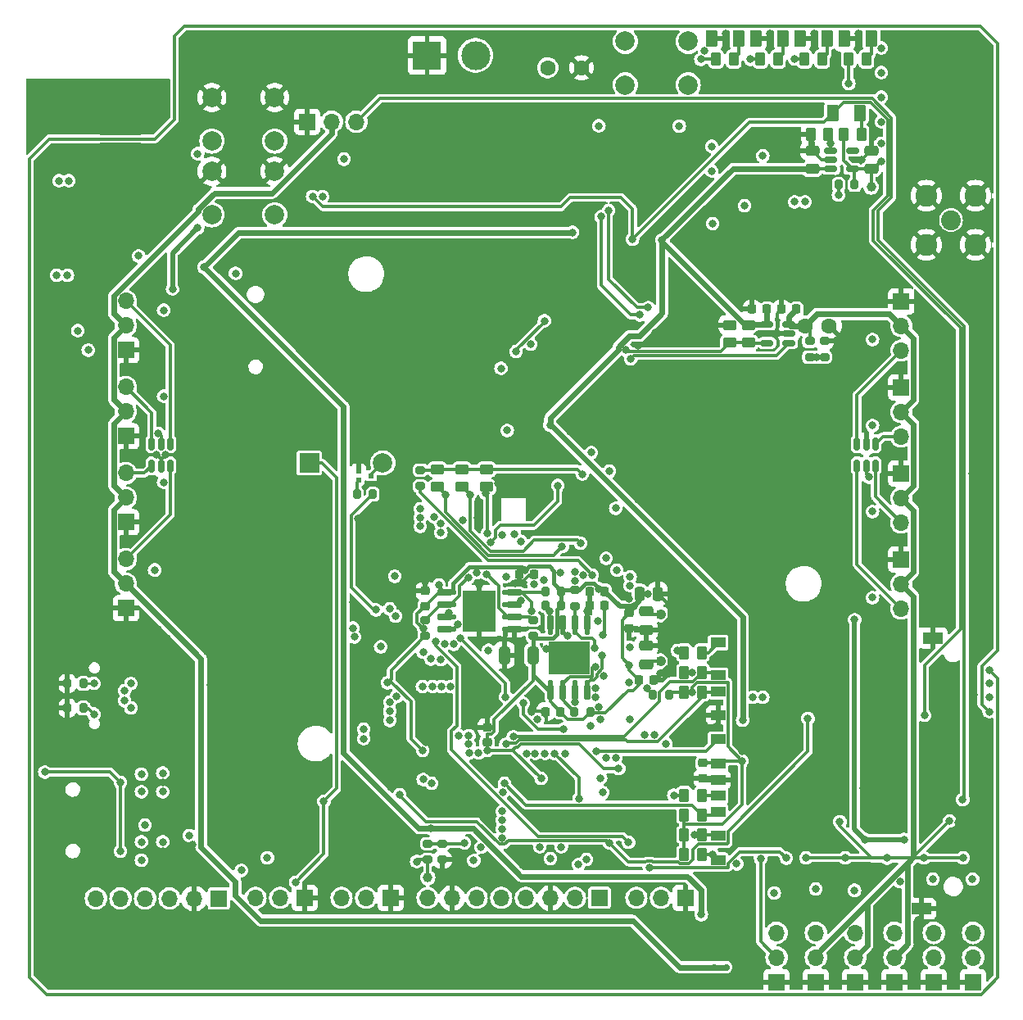
<source format=gbl>
%TF.GenerationSoftware,KiCad,Pcbnew,7.0.9*%
%TF.CreationDate,2023-11-27T13:52:55+01:00*%
%TF.ProjectId,Avionus_Flight_Controller,4176696f-6e75-4735-9f46-6c696768745f,1.0*%
%TF.SameCoordinates,Original*%
%TF.FileFunction,Copper,L4,Bot*%
%TF.FilePolarity,Positive*%
%FSLAX46Y46*%
G04 Gerber Fmt 4.6, Leading zero omitted, Abs format (unit mm)*
G04 Created by KiCad (PCBNEW 7.0.9) date 2023-11-27 13:52:55*
%MOMM*%
%LPD*%
G01*
G04 APERTURE LIST*
G04 Aperture macros list*
%AMRoundRect*
0 Rectangle with rounded corners*
0 $1 Rounding radius*
0 $2 $3 $4 $5 $6 $7 $8 $9 X,Y pos of 4 corners*
0 Add a 4 corners polygon primitive as box body*
4,1,4,$2,$3,$4,$5,$6,$7,$8,$9,$2,$3,0*
0 Add four circle primitives for the rounded corners*
1,1,$1+$1,$2,$3*
1,1,$1+$1,$4,$5*
1,1,$1+$1,$6,$7*
1,1,$1+$1,$8,$9*
0 Add four rect primitives between the rounded corners*
20,1,$1+$1,$2,$3,$4,$5,0*
20,1,$1+$1,$4,$5,$6,$7,0*
20,1,$1+$1,$6,$7,$8,$9,0*
20,1,$1+$1,$8,$9,$2,$3,0*%
G04 Aperture macros list end*
%TA.AperFunction,ComponentPad*%
%ADD10C,2.050000*%
%TD*%
%TA.AperFunction,ComponentPad*%
%ADD11C,2.250000*%
%TD*%
%TA.AperFunction,ComponentPad*%
%ADD12R,1.700000X1.700000*%
%TD*%
%TA.AperFunction,ComponentPad*%
%ADD13O,1.700000X1.700000*%
%TD*%
%TA.AperFunction,ComponentPad*%
%ADD14C,1.080000*%
%TD*%
%TA.AperFunction,ComponentPad*%
%ADD15C,2.000000*%
%TD*%
%TA.AperFunction,ComponentPad*%
%ADD16C,1.600000*%
%TD*%
%TA.AperFunction,ComponentPad*%
%ADD17R,3.000000X3.000000*%
%TD*%
%TA.AperFunction,ComponentPad*%
%ADD18C,3.000000*%
%TD*%
%TA.AperFunction,ComponentPad*%
%ADD19R,2.000000X2.000000*%
%TD*%
%TA.AperFunction,SMDPad,CuDef*%
%ADD20RoundRect,0.250000X-0.262500X-0.450000X0.262500X-0.450000X0.262500X0.450000X-0.262500X0.450000X0*%
%TD*%
%TA.AperFunction,SMDPad,CuDef*%
%ADD21C,1.000000*%
%TD*%
%TA.AperFunction,SMDPad,CuDef*%
%ADD22RoundRect,0.150000X0.150000X-0.512500X0.150000X0.512500X-0.150000X0.512500X-0.150000X-0.512500X0*%
%TD*%
%TA.AperFunction,SMDPad,CuDef*%
%ADD23RoundRect,0.225000X0.225000X0.250000X-0.225000X0.250000X-0.225000X-0.250000X0.225000X-0.250000X0*%
%TD*%
%TA.AperFunction,SMDPad,CuDef*%
%ADD24RoundRect,0.125000X-0.125000X0.250000X-0.125000X-0.250000X0.125000X-0.250000X0.125000X0.250000X0*%
%TD*%
%TA.AperFunction,SMDPad,CuDef*%
%ADD25R,4.300000X3.400000*%
%TD*%
%TA.AperFunction,SMDPad,CuDef*%
%ADD26RoundRect,0.225000X-0.250000X0.225000X-0.250000X-0.225000X0.250000X-0.225000X0.250000X0.225000X0*%
%TD*%
%TA.AperFunction,SMDPad,CuDef*%
%ADD27RoundRect,0.150000X0.650000X0.150000X-0.650000X0.150000X-0.650000X-0.150000X0.650000X-0.150000X0*%
%TD*%
%TA.AperFunction,SMDPad,CuDef*%
%ADD28RoundRect,0.250000X0.262500X0.450000X-0.262500X0.450000X-0.262500X-0.450000X0.262500X-0.450000X0*%
%TD*%
%TA.AperFunction,SMDPad,CuDef*%
%ADD29RoundRect,0.150000X-0.512500X-0.150000X0.512500X-0.150000X0.512500X0.150000X-0.512500X0.150000X0*%
%TD*%
%TA.AperFunction,SMDPad,CuDef*%
%ADD30RoundRect,0.200000X-0.275000X0.200000X-0.275000X-0.200000X0.275000X-0.200000X0.275000X0.200000X0*%
%TD*%
%TA.AperFunction,SMDPad,CuDef*%
%ADD31RoundRect,0.225000X-0.225000X-0.250000X0.225000X-0.250000X0.225000X0.250000X-0.225000X0.250000X0*%
%TD*%
%TA.AperFunction,SMDPad,CuDef*%
%ADD32RoundRect,0.225000X0.250000X-0.225000X0.250000X0.225000X-0.250000X0.225000X-0.250000X-0.225000X0*%
%TD*%
%TA.AperFunction,SMDPad,CuDef*%
%ADD33RoundRect,0.250000X-0.375000X-0.625000X0.375000X-0.625000X0.375000X0.625000X-0.375000X0.625000X0*%
%TD*%
%TA.AperFunction,SMDPad,CuDef*%
%ADD34RoundRect,0.250000X0.325000X0.650000X-0.325000X0.650000X-0.325000X-0.650000X0.325000X-0.650000X0*%
%TD*%
%TA.AperFunction,SMDPad,CuDef*%
%ADD35RoundRect,0.200000X-0.200000X-0.275000X0.200000X-0.275000X0.200000X0.275000X-0.200000X0.275000X0*%
%TD*%
%TA.AperFunction,SMDPad,CuDef*%
%ADD36R,0.600000X0.500000*%
%TD*%
%TA.AperFunction,SMDPad,CuDef*%
%ADD37RoundRect,0.250000X0.450000X-0.262500X0.450000X0.262500X-0.450000X0.262500X-0.450000X-0.262500X0*%
%TD*%
%TA.AperFunction,SMDPad,CuDef*%
%ADD38RoundRect,0.250000X0.475000X-0.250000X0.475000X0.250000X-0.475000X0.250000X-0.475000X-0.250000X0*%
%TD*%
%TA.AperFunction,SMDPad,CuDef*%
%ADD39RoundRect,0.200000X0.200000X0.275000X-0.200000X0.275000X-0.200000X-0.275000X0.200000X-0.275000X0*%
%TD*%
%TA.AperFunction,SMDPad,CuDef*%
%ADD40RoundRect,0.250000X-0.450000X0.262500X-0.450000X-0.262500X0.450000X-0.262500X0.450000X0.262500X0*%
%TD*%
%TA.AperFunction,SMDPad,CuDef*%
%ADD41RoundRect,0.250000X-0.475000X0.250000X-0.475000X-0.250000X0.475000X-0.250000X0.475000X0.250000X0*%
%TD*%
%TA.AperFunction,SMDPad,CuDef*%
%ADD42RoundRect,0.200000X0.275000X-0.200000X0.275000X0.200000X-0.275000X0.200000X-0.275000X-0.200000X0*%
%TD*%
%TA.AperFunction,SMDPad,CuDef*%
%ADD43RoundRect,0.150000X-0.150000X0.512500X-0.150000X-0.512500X0.150000X-0.512500X0.150000X0.512500X0*%
%TD*%
%TA.AperFunction,SMDPad,CuDef*%
%ADD44RoundRect,0.150000X0.512500X0.150000X-0.512500X0.150000X-0.512500X-0.150000X0.512500X-0.150000X0*%
%TD*%
%TA.AperFunction,SMDPad,CuDef*%
%ADD45RoundRect,0.250000X-0.250000X-0.475000X0.250000X-0.475000X0.250000X0.475000X-0.250000X0.475000X0*%
%TD*%
%TA.AperFunction,SMDPad,CuDef*%
%ADD46R,1.500000X1.000000*%
%TD*%
%TA.AperFunction,SMDPad,CuDef*%
%ADD47R,2.000000X1.200000*%
%TD*%
%TA.AperFunction,SMDPad,CuDef*%
%ADD48RoundRect,0.125000X0.250000X0.125000X-0.250000X0.125000X-0.250000X-0.125000X0.250000X-0.125000X0*%
%TD*%
%TA.AperFunction,SMDPad,CuDef*%
%ADD49R,3.400000X4.300000*%
%TD*%
%TA.AperFunction,SMDPad,CuDef*%
%ADD50RoundRect,0.150000X-0.150000X0.650000X-0.150000X-0.650000X0.150000X-0.650000X0.150000X0.650000X0*%
%TD*%
%TA.AperFunction,ViaPad*%
%ADD51C,0.800000*%
%TD*%
%TA.AperFunction,ViaPad*%
%ADD52C,0.700000*%
%TD*%
%TA.AperFunction,Conductor*%
%ADD53C,0.300000*%
%TD*%
%TA.AperFunction,Conductor*%
%ADD54C,0.500000*%
%TD*%
%TA.AperFunction,Conductor*%
%ADD55C,0.600000*%
%TD*%
%TA.AperFunction,Conductor*%
%ADD56C,0.400000*%
%TD*%
%TA.AperFunction,Conductor*%
%ADD57C,0.250000*%
%TD*%
G04 APERTURE END LIST*
D10*
%TO.P,J901,1,In*%
%TO.N,Net-(J901-In)*%
X121412000Y-46228000D03*
D11*
%TO.P,J901,2,Ext*%
%TO.N,GND*%
X118872000Y-43688000D03*
X118872000Y-48768000D03*
X123952000Y-43688000D03*
X123952000Y-48768000D03*
%TD*%
D12*
%TO.P,J1213,1,Pin_1*%
%TO.N,GND*%
X116275000Y-54625000D03*
D13*
%TO.P,J1213,2,Pin_2*%
%TO.N,/POWER/SERVO_5V5*%
X116275000Y-57165000D03*
%TO.P,J1213,3,Pin_3*%
%TO.N,/SERVO/CH12_OUT*%
X116275000Y-59705000D03*
%TD*%
D12*
%TO.P,J1203,1,Pin_1*%
%TO.N,GND*%
X111506000Y-124968000D03*
D13*
%TO.P,J1203,2,Pin_2*%
%TO.N,/POWER/SERVO_5V5*%
X111506000Y-122428000D03*
%TO.P,J1203,3,Pin_3*%
%TO.N,/SERVO/CH2_OUT*%
X111506000Y-119888000D03*
%TD*%
D14*
%TO.P,Y301,1,1*%
%TO.N,Net-(U301-PH1)*%
X91440000Y-86968000D03*
%TO.P,Y301,2,2*%
%TO.N,Net-(U301-PH0)*%
X91440000Y-91848000D03*
%TD*%
D15*
%TO.P,SW201,1,1*%
%TO.N,Net-(D201-Pad2)*%
X94245500Y-32258000D03*
X87745500Y-32258000D03*
%TO.P,SW201,2,2*%
%TO.N,/POWER/PWR_IN*%
X94245500Y-27758000D03*
X87745500Y-27758000D03*
%TD*%
D12*
%TO.P,J1201,1,Pin_1*%
%TO.N,GND*%
X103378000Y-124968000D03*
D13*
%TO.P,J1201,2,Pin_2*%
%TO.N,/POWER/SERVO_ESC*%
X103378000Y-122428000D03*
%TO.P,J1201,3,Pin_3*%
%TO.N,/SERVO/CH0_OUT*%
X103378000Y-119888000D03*
%TD*%
D12*
%TO.P,J1102,1,Pin_1*%
%TO.N,GND*%
X63485000Y-116275000D03*
D13*
%TO.P,J1102,2,Pin_2*%
%TO.N,/LIDAR/VDD*%
X60945000Y-116275000D03*
%TO.P,J1102,3,Pin_3*%
%TO.N,Net-(J1102-Pin_3)*%
X58405000Y-116275000D03*
%TD*%
D16*
%TO.P,C226,1*%
%TO.N,/POWER/SERVO_5V5*%
X106319000Y-57150000D03*
%TO.P,C226,2*%
%TO.N,GND*%
X108819000Y-57150000D03*
%TD*%
D15*
%TO.P,SW301,1,1*%
%TO.N,GND*%
X45010000Y-41184000D03*
X51510000Y-41184000D03*
%TO.P,SW301,2,2*%
%TO.N,/DEBUG/T_NRST *%
X45010000Y-45684000D03*
X51510000Y-45684000D03*
%TD*%
D12*
%TO.P,J1214,1,Pin_1*%
%TO.N,GND*%
X116275000Y-63515000D03*
D13*
%TO.P,J1214,2,Pin_2*%
%TO.N,/POWER/SERVO_5V5*%
X116275000Y-66055000D03*
%TO.P,J1214,3,Pin_3*%
%TO.N,/SERVO/CH13_OUT*%
X116275000Y-68595000D03*
%TD*%
D12*
%TO.P,J1202,1,Pin_1*%
%TO.N,GND*%
X107442000Y-124968000D03*
D13*
%TO.P,J1202,2,Pin_2*%
%TO.N,/POWER/SERVO_5V5*%
X107442000Y-122428000D03*
%TO.P,J1202,3,Pin_3*%
%TO.N,/SERVO/CH1_OUT*%
X107442000Y-119888000D03*
%TD*%
D16*
%TO.P,C205,1*%
%TO.N,/POWER/PWR_IN*%
X79720500Y-30489000D03*
%TO.P,C205,2*%
%TO.N,GND*%
X83220500Y-30489000D03*
%TD*%
D12*
%TO.P,J1207,1,Pin_1*%
%TO.N,GND*%
X54864000Y-36068000D03*
D13*
%TO.P,J1207,2,Pin_2*%
%TO.N,/POWER/SERVO_5V5*%
X57404000Y-36068000D03*
%TO.P,J1207,3,Pin_3*%
%TO.N,/SERVO/CH6_OUT*%
X59944000Y-36068000D03*
%TD*%
D12*
%TO.P,J1216,1,Pin_1*%
%TO.N,GND*%
X116275000Y-81295000D03*
D13*
%TO.P,J1216,2,Pin_2*%
%TO.N,/POWER/SERVO_5V5*%
X116275000Y-83835000D03*
%TO.P,J1216,3,Pin_3*%
%TO.N,/SERVO/CH15_OUT*%
X116275000Y-86375000D03*
%TD*%
D12*
%TO.P,J1211,1,Pin_1*%
%TO.N,GND*%
X36125000Y-77455000D03*
D13*
%TO.P,J1211,2,Pin_2*%
%TO.N,/POWER/SERVO_5V5*%
X36125000Y-74915000D03*
%TO.P,J1211,3,Pin_3*%
%TO.N,/SERVO/CH10_OUT*%
X36125000Y-72375000D03*
%TD*%
D12*
%TO.P,J1210,1,Pin_1*%
%TO.N,GND*%
X36125000Y-68565000D03*
D13*
%TO.P,J1210,2,Pin_2*%
%TO.N,/POWER/SERVO_5V5*%
X36125000Y-66025000D03*
%TO.P,J1210,3,Pin_3*%
%TO.N,/SERVO/CH9_OUT*%
X36125000Y-63485000D03*
%TD*%
D12*
%TO.P,J1209,1,Pin_1*%
%TO.N,GND*%
X36125000Y-59675000D03*
D13*
%TO.P,J1209,2,Pin_2*%
%TO.N,/POWER/SERVO_5V5*%
X36125000Y-57135000D03*
%TO.P,J1209,3,Pin_3*%
%TO.N,/SERVO/CH8_OUT*%
X36125000Y-54595000D03*
%TD*%
D12*
%TO.P,J1401,1,Pin_1*%
%TO.N,/GPS/SCL*%
X85075000Y-116275000D03*
D13*
%TO.P,J1401,2,Pin_2*%
%TO.N,/GPS/SDA*%
X82535000Y-116275000D03*
%TO.P,J1401,3,Pin_3*%
%TO.N,GND*%
X79995000Y-116275000D03*
%TO.P,J1401,4,Pin_4*%
%TO.N,/LIDAR/VDD*%
X77455000Y-116275000D03*
%TO.P,J1401,5,Pin_5*%
%TO.N,/LIDAR/TX{slash}DATA_READY*%
X74915000Y-116275000D03*
%TO.P,J1401,6,Pin_6*%
%TO.N,/LIDAR/RX*%
X72375000Y-116275000D03*
%TO.P,J1401,7,Pin_7*%
%TO.N,GND*%
X69835000Y-116275000D03*
%TO.P,J1401,8,Pin_8*%
%TO.N,/LIDAR/VDD*%
X67295000Y-116275000D03*
%TD*%
D12*
%TO.P,J1101,1,Pin_1*%
%TO.N,GND*%
X54595000Y-116275000D03*
D13*
%TO.P,J1101,2,Pin_2*%
%TO.N,/LIDAR/VDD*%
X52055000Y-116275000D03*
%TO.P,J1101,3,Pin_3*%
%TO.N,Net-(J1101-Pin_3)*%
X49515000Y-116275000D03*
%TD*%
D15*
%TO.P,SW1301,1,1*%
%TO.N,GND*%
X45010000Y-33564000D03*
X51510000Y-33564000D03*
%TO.P,SW1301,2,2*%
%TO.N,Net-(R1306-Pad1)*%
X45010000Y-38064000D03*
X51510000Y-38064000D03*
%TD*%
D12*
%TO.P,J1212,1,Pin_1*%
%TO.N,GND*%
X36125000Y-86345000D03*
D13*
%TO.P,J1212,2,Pin_2*%
%TO.N,/POWER/SERVO_5V5*%
X36125000Y-83805000D03*
%TO.P,J1212,3,Pin_3*%
%TO.N,/SERVO/CH11_OUT*%
X36125000Y-81265000D03*
%TD*%
D12*
%TO.P,J1208,1,Pin_1*%
%TO.N,GND*%
X93965000Y-116275000D03*
D13*
%TO.P,J1208,2,Pin_2*%
%TO.N,/POWER/SERVO_5V5*%
X91425000Y-116275000D03*
%TO.P,J1208,3,Pin_3*%
%TO.N,/SERVO/CH7_OUT*%
X88885000Y-116275000D03*
%TD*%
D17*
%TO.P,J201,1,Pin_1*%
%TO.N,GND*%
X67259200Y-29210000D03*
D18*
%TO.P,J201,2,Pin_2*%
%TO.N,/POWER/PWR_IN*%
X72259200Y-29210000D03*
%TD*%
D12*
%TO.P,J1215,1,Pin_1*%
%TO.N,GND*%
X116275000Y-72405000D03*
D13*
%TO.P,J1215,2,Pin_2*%
%TO.N,/POWER/SERVO_5V5*%
X116275000Y-74945000D03*
%TO.P,J1215,3,Pin_3*%
%TO.N,/SERVO/CH14_OUT*%
X116275000Y-77485000D03*
%TD*%
D12*
%TO.P,J1206,1,Pin_1*%
%TO.N,GND*%
X123698000Y-124968000D03*
D13*
%TO.P,J1206,2,Pin_2*%
%TO.N,/POWER/SERVO_5V5*%
X123698000Y-122428000D03*
%TO.P,J1206,3,Pin_3*%
%TO.N,/SERVO/CH5_OUT*%
X123698000Y-119888000D03*
%TD*%
D12*
%TO.P,J1204,1,Pin_1*%
%TO.N,GND*%
X115570000Y-124968000D03*
D13*
%TO.P,J1204,2,Pin_2*%
%TO.N,/POWER/SERVO_5V5*%
X115570000Y-122428000D03*
%TO.P,J1204,3,Pin_3*%
%TO.N,/SERVO/CH3_OUT*%
X115570000Y-119888000D03*
%TD*%
D12*
%TO.P,J1402,1,Pin_1*%
%TO.N,/LIDAR/VDD*%
X45720000Y-116332000D03*
D13*
%TO.P,J1402,2,Pin_2*%
%TO.N,GND*%
X43180000Y-116332000D03*
%TO.P,J1402,3,Pin_3*%
%TO.N,/GPS/SCL*%
X40640000Y-116332000D03*
%TO.P,J1402,4,Pin_4*%
%TO.N,/GPS/SDA*%
X38100000Y-116332000D03*
%TO.P,J1402,5,Pin_5*%
%TO.N,/LIDAR/CONN_GPIO1*%
X35560000Y-116332000D03*
%TO.P,J1402,6,Pin_6*%
%TO.N,/LIDAR/CONN_XSHUT*%
X33020000Y-116332000D03*
%TD*%
D12*
%TO.P,J1205,1,Pin_1*%
%TO.N,GND*%
X119634000Y-124968000D03*
D13*
%TO.P,J1205,2,Pin_2*%
%TO.N,/POWER/SERVO_5V5*%
X119634000Y-122428000D03*
%TO.P,J1205,3,Pin_3*%
%TO.N,/SERVO/CH4_OUT*%
X119634000Y-119888000D03*
%TD*%
D19*
%TO.P,BZ1301,1,-*%
%TO.N,/LIDAR/VDD*%
X55077200Y-71323200D03*
D15*
%TO.P,BZ1301,2,+*%
%TO.N,Net-(BZ1301-+)*%
X62677200Y-71323200D03*
%TD*%
D20*
%TO.P,R707,1*%
%TO.N,/MCU/GPIO_PG14*%
X93829500Y-90932000D03*
%TO.P,R707,2*%
%TO.N,Net-(J701-WRITE_PROTECT)*%
X95654500Y-90932000D03*
%TD*%
D21*
%TO.P,TP205,1,1*%
%TO.N,/POWER/D4_3V3*%
X113157000Y-42799000D03*
%TD*%
D22*
%TO.P,U1203,1,I/O1*%
%TO.N,/SERVO/CH11_OUT*%
X40701000Y-71622500D03*
%TO.P,U1203,2,GND*%
%TO.N,GND*%
X39751000Y-71622500D03*
%TO.P,U1203,3,I/O2*%
%TO.N,/SERVO/CH10_OUT*%
X38801000Y-71622500D03*
%TO.P,U1203,4,I/O3*%
%TO.N,/SERVO/CH9_OUT*%
X38801000Y-69347500D03*
%TO.P,U1203,5,VBUS*%
%TO.N,/POWER/SERVO_5V5*%
X39751000Y-69347500D03*
%TO.P,U1203,6,I/O4*%
%TO.N,/SERVO/CH8_OUT*%
X40701000Y-69347500D03*
%TD*%
D23*
%TO.P,C222,1*%
%TO.N,/POWER/D1_5V*%
X102380500Y-55438000D03*
%TO.P,C222,2*%
%TO.N,GND*%
X100830500Y-55438000D03*
%TD*%
D24*
%TO.P,U502,1,~{CS}*%
%TO.N,/MCU/QUADSPI_BK1_NCS*%
X80010000Y-88740000D03*
%TO.P,U502,2,DO(IO1)*%
%TO.N,/MCU/QUADSPI_BK1_IO1*%
X81280000Y-88740000D03*
%TO.P,U502,3,IO2*%
%TO.N,/MCU/QUADSPI_BK1_IO2*%
X82550000Y-88740000D03*
%TO.P,U502,4,GND*%
%TO.N,GND*%
X83820000Y-88740000D03*
%TO.P,U502,5,DI(IO0)*%
%TO.N,/MCU/QUADSPI_BK1_IO0*%
X83820000Y-94140000D03*
%TO.P,U502,6,CLK*%
%TO.N,/MCU/QUADSPI_CLK*%
X82550000Y-94140000D03*
%TO.P,U502,7,IO3*%
%TO.N,/MCU/QUADSPI_BK1_IO3*%
X81280000Y-94140000D03*
%TO.P,U502,8,VCC*%
%TO.N,/DEBUG/T_VCC*%
X80010000Y-94140000D03*
D25*
%TO.P,U502,9,EP*%
%TO.N,GND*%
X81915000Y-91440000D03*
%TD*%
D23*
%TO.P,C501,1*%
%TO.N,/DEBUG/T_VCC*%
X81039000Y-97028000D03*
%TO.P,C501,2*%
%TO.N,GND*%
X79489000Y-97028000D03*
%TD*%
D26*
%TO.P,C701,1*%
%TO.N,/POWER/D3_3V3*%
X95758000Y-102349000D03*
%TO.P,C701,2*%
%TO.N,GND*%
X95758000Y-103899000D03*
%TD*%
D27*
%TO.P,U601,1,~{CS}*%
%TO.N,/MCU/QUADSPI_BK2_NCS*%
X76244000Y-84709000D03*
%TO.P,U601,2,DO(IO1)*%
%TO.N,/MCU/QUADSPI_BK2_IO1*%
X76244000Y-85979000D03*
%TO.P,U601,3,IO2*%
%TO.N,/MCU/QUADSPI_BK2_IO2*%
X76244000Y-87249000D03*
%TO.P,U601,4,GND*%
%TO.N,GND*%
X76244000Y-88519000D03*
%TO.P,U601,5,DI(IO0)*%
%TO.N,/MCU/QUADSPI_BK2_IO0*%
X69044000Y-88519000D03*
%TO.P,U601,6,CLK*%
%TO.N,/MCU/QUADSPI_CLK*%
X69044000Y-87249000D03*
%TO.P,U601,7,IO3*%
%TO.N,/MCU/QUADSPI_BK2_IO3*%
X69044000Y-85979000D03*
%TO.P,U601,8,VCC*%
%TO.N,/DEBUG/T_VCC*%
X69044000Y-84709000D03*
%TD*%
D20*
%TO.P,R1304,1*%
%TO.N,/MCU/GPIO_PE3*%
X106275500Y-29591000D03*
%TO.P,R1304,2*%
%TO.N,Net-(D1303-A)*%
X108100500Y-29591000D03*
%TD*%
D28*
%TO.P,R209,1*%
%TO.N,/MCU/GPIO_PF12*%
X108735500Y-37338000D03*
%TO.P,R209,2*%
%TO.N,GND*%
X106910500Y-37338000D03*
%TD*%
D23*
%TO.P,C225,1*%
%TO.N,/POWER/SERVO_5V5*%
X105428500Y-55438000D03*
%TO.P,C225,2*%
%TO.N,GND*%
X103878500Y-55438000D03*
%TD*%
D29*
%TO.P,U206,1,VIN*%
%TO.N,/POWER/D1_5V*%
X108971500Y-40955000D03*
%TO.P,U206,2,GND*%
%TO.N,GND*%
X108971500Y-40005000D03*
%TO.P,U206,3,EN*%
%TO.N,/MCU/GPIO_PF12*%
X108971500Y-39055000D03*
%TO.P,U206,4,NC*%
%TO.N,unconnected-(U206-NC-Pad4)*%
X111246500Y-39055000D03*
%TO.P,U206,5,VOUT*%
%TO.N,/POWER/D4_3V3*%
X111246500Y-40955000D03*
%TD*%
D20*
%TO.P,R702,1*%
%TO.N,/POWER/D3_3V3*%
X93829500Y-94996000D03*
%TO.P,R702,2*%
%TO.N,/MCU/SDMMC2_D0*%
X95654500Y-94996000D03*
%TD*%
%TO.P,R704,1*%
%TO.N,/POWER/D3_3V3*%
X93829500Y-109728000D03*
%TO.P,R704,2*%
%TO.N,/MCU/SDMMC2_D3*%
X95654500Y-109728000D03*
%TD*%
D30*
%TO.P,R211,1*%
%TO.N,/POWER/SERVO_5V5*%
X106807000Y-58738000D03*
%TO.P,R211,2*%
%TO.N,/MCU/ADC1_IN14*%
X106807000Y-60388000D03*
%TD*%
D26*
%TO.P,C314,1*%
%TO.N,/DEBUG/T_VCC*%
X88138000Y-86855000D03*
%TO.P,C314,2*%
%TO.N,GND*%
X88138000Y-88405000D03*
%TD*%
D31*
%TO.P,C310,1*%
%TO.N,/DEBUG/T_VCC*%
X89141000Y-93726000D03*
%TO.P,C310,2*%
%TO.N,GND*%
X90691000Y-93726000D03*
%TD*%
D32*
%TO.P,C601,1*%
%TO.N,/DEBUG/T_VCC*%
X67056000Y-86119000D03*
%TO.P,C601,2*%
%TO.N,GND*%
X67056000Y-84569000D03*
%TD*%
D33*
%TO.P,D1303,1,K*%
%TO.N,GND*%
X105788000Y-27432000D03*
%TO.P,D1303,2,A*%
%TO.N,Net-(D1303-A)*%
X108588000Y-27432000D03*
%TD*%
D20*
%TO.P,R1305,1*%
%TO.N,/MCU/GPIO_PE2*%
X110847500Y-29591000D03*
%TO.P,R1305,2*%
%TO.N,Net-(D1304-A)*%
X112672500Y-29591000D03*
%TD*%
D34*
%TO.P,C317,1*%
%TO.N,/DEBUG/T_VCC*%
X78183000Y-91186000D03*
%TO.P,C317,2*%
%TO.N,GND*%
X75233000Y-91186000D03*
%TD*%
D20*
%TO.P,R705,1*%
%TO.N,/POWER/D3_3V3*%
X93829500Y-111760000D03*
%TO.P,R705,2*%
%TO.N,/MCU/SDMMC2_D2*%
X95654500Y-111760000D03*
%TD*%
%TO.P,R1302,1*%
%TO.N,/MCU/GPIO_PD11*%
X97131500Y-29591000D03*
%TO.P,R1302,2*%
%TO.N,Net-(D1301-A)*%
X98956500Y-29591000D03*
%TD*%
D35*
%TO.P,R802,1*%
%TO.N,GND*%
X30078972Y-96657600D03*
%TO.P,R802,2*%
%TO.N,Net-(J801-CC2)*%
X31728972Y-96657600D03*
%TD*%
D33*
%TO.P,D207,1,K*%
%TO.N,Net-(D204-K)*%
X109217000Y-35179000D03*
%TO.P,D207,2,A*%
%TO.N,Net-(D207-A)*%
X112017000Y-35179000D03*
%TD*%
D36*
%TO.P,Q1301,1,G*%
%TO.N,Net-(Q1301-G)*%
X60168000Y-73144000D03*
%TO.P,Q1301,2,S*%
%TO.N,GND*%
X60168000Y-72144000D03*
%TO.P,Q1301,3,D*%
%TO.N,Net-(BZ1301-+)*%
X61468000Y-72644000D03*
%TD*%
D37*
%TO.P,R1510,1*%
%TO.N,/IMU/NCS*%
X73406000Y-73810500D03*
%TO.P,R1510,2*%
%TO.N,/GPS/VCC*%
X73406000Y-71985500D03*
%TD*%
D33*
%TO.P,D1301,1,K*%
%TO.N,GND*%
X96644000Y-27432000D03*
%TO.P,D1301,2,A*%
%TO.N,Net-(D1301-A)*%
X99444000Y-27432000D03*
%TD*%
D38*
%TO.P,C211,1*%
%TO.N,/POWER/D1_5V*%
X107061000Y-40955000D03*
%TO.P,C211,2*%
%TO.N,GND*%
X107061000Y-39055000D03*
%TD*%
D33*
%TO.P,D1304,1,K*%
%TO.N,GND*%
X110360000Y-27432000D03*
%TO.P,D1304,2,A*%
%TO.N,Net-(D1304-A)*%
X113160000Y-27432000D03*
%TD*%
D37*
%TO.P,R1509,1*%
%TO.N,/IMU/SCLK*%
X70866000Y-73810500D03*
%TO.P,R1509,2*%
%TO.N,/GPS/VCC*%
X70866000Y-71985500D03*
%TD*%
D20*
%TO.P,R1303,1*%
%TO.N,/MCU/GPIO_PD10*%
X101703500Y-29591000D03*
%TO.P,R1303,2*%
%TO.N,Net-(D1302-A)*%
X103528500Y-29591000D03*
%TD*%
D31*
%TO.P,C315,1*%
%TO.N,/DEBUG/T_VCC*%
X76796600Y-82804000D03*
%TO.P,C315,2*%
%TO.N,GND*%
X78346600Y-82804000D03*
%TD*%
D33*
%TO.P,D1302,1,K*%
%TO.N,GND*%
X101216000Y-27432000D03*
%TO.P,D1302,2,A*%
%TO.N,Net-(D1302-A)*%
X104016000Y-27432000D03*
%TD*%
D39*
%TO.P,R226,1*%
%TO.N,/POWER/D3_3V3*%
X92265000Y-95250000D03*
%TO.P,R226,2*%
%TO.N,/MCU/ADC3_IN9*%
X90615000Y-95250000D03*
%TD*%
D28*
%TO.P,R706,1*%
%TO.N,Net-(J701-CARD_DETECT)*%
X95654500Y-105664000D03*
%TO.P,R706,2*%
%TO.N,/MCU/GPIO_PG13+EXTI13*%
X93829500Y-105664000D03*
%TD*%
D40*
%TO.P,R219,1*%
%TO.N,GND*%
X98557500Y-57065500D03*
%TO.P,R219,2*%
%TO.N,/MCU/GPIO_PG5*%
X98557500Y-58890500D03*
%TD*%
D32*
%TO.P,C311,1*%
%TO.N,/DEBUG/T_VCC*%
X73450000Y-100190600D03*
%TO.P,C311,2*%
%TO.N,GND*%
X73450000Y-98640600D03*
%TD*%
D35*
%TO.P,R801,1*%
%TO.N,GND*%
X30078972Y-94117600D03*
%TO.P,R801,2*%
%TO.N,Net-(J801-CC1)*%
X31728972Y-94117600D03*
%TD*%
D39*
%TO.P,R227,1*%
%TO.N,/POWER/D4_3V3*%
X111442000Y-42545000D03*
%TO.P,R227,2*%
%TO.N,/MCU/ADC3_IN14*%
X109792000Y-42545000D03*
%TD*%
%TO.P,R503,1*%
%TO.N,/DEBUG/T_VCC*%
X84137000Y-97028000D03*
%TO.P,R503,2*%
%TO.N,/MCU/QUADSPI_BK1_IO3*%
X82487000Y-97028000D03*
%TD*%
D30*
%TO.P,R216,1*%
%TO.N,/MCU/ADC3_IN15*%
X68834000Y-110681000D03*
%TO.P,R216,2*%
%TO.N,GND*%
X68834000Y-112331000D03*
%TD*%
D23*
%TO.P,C318,1*%
%TO.N,/DEBUG/T_VCC*%
X85611000Y-84582000D03*
%TO.P,C318,2*%
%TO.N,GND*%
X84061000Y-84582000D03*
%TD*%
D30*
%TO.P,R224,1*%
%TO.N,/GPS/VCC*%
X66548000Y-72073000D03*
%TO.P,R224,2*%
%TO.N,/MCU/ADC2_IN13*%
X66548000Y-73723000D03*
%TD*%
D41*
%TO.P,C301,1*%
%TO.N,GND*%
X89916000Y-90236000D03*
%TO.P,C301,2*%
%TO.N,Net-(U301-PH0)*%
X89916000Y-92136000D03*
%TD*%
D42*
%TO.P,R602,1*%
%TO.N,/DEBUG/T_VCC*%
X78232000Y-89217000D03*
%TO.P,R602,2*%
%TO.N,/MCU/QUADSPI_BK2_IO2*%
X78232000Y-87567000D03*
%TD*%
D43*
%TO.P,U1204,1,I/O1*%
%TO.N,/SERVO/CH12_OUT*%
X111699000Y-69347500D03*
%TO.P,U1204,2,GND*%
%TO.N,GND*%
X112649000Y-69347500D03*
%TO.P,U1204,3,I/O2*%
%TO.N,/SERVO/CH13_OUT*%
X113599000Y-69347500D03*
%TO.P,U1204,4,I/O3*%
%TO.N,/SERVO/CH14_OUT*%
X113599000Y-71622500D03*
%TO.P,U1204,5,VBUS*%
%TO.N,/POWER/SERVO_5V5*%
X112649000Y-71622500D03*
%TO.P,U1204,6,I/O4*%
%TO.N,/SERVO/CH15_OUT*%
X111699000Y-71622500D03*
%TD*%
D42*
%TO.P,R212,1*%
%TO.N,/LIDAR/VDD*%
X67310000Y-112331000D03*
%TO.P,R212,2*%
%TO.N,/MCU/ADC3_IN15*%
X67310000Y-110681000D03*
%TD*%
D20*
%TO.P,R701,1*%
%TO.N,/POWER/D3_3V3*%
X93829500Y-92964000D03*
%TO.P,R701,2*%
%TO.N,/MCU/SDMMC2_D1*%
X95654500Y-92964000D03*
%TD*%
%TO.P,R233,1*%
%TO.N,/POWER/D4_3V3*%
X110339500Y-37338000D03*
%TO.P,R233,2*%
%TO.N,Net-(D207-A)*%
X112164500Y-37338000D03*
%TD*%
D42*
%TO.P,R215,1*%
%TO.N,/MCU/ADC1_IN14*%
X108331000Y-60388000D03*
%TO.P,R215,2*%
%TO.N,GND*%
X108331000Y-58738000D03*
%TD*%
D30*
%TO.P,R502,1*%
%TO.N,/DEBUG/T_VCC*%
X82550000Y-84468200D03*
%TO.P,R502,2*%
%TO.N,/MCU/QUADSPI_BK1_IO2*%
X82550000Y-86118200D03*
%TD*%
D39*
%TO.P,R501,1*%
%TO.N,/DEBUG/T_VCC*%
X81139800Y-86055200D03*
%TO.P,R501,2*%
%TO.N,/MCU/QUADSPI_BK1_NCS*%
X79489800Y-86055200D03*
%TD*%
D38*
%TO.P,C302,1*%
%TO.N,GND*%
X89916000Y-88580000D03*
%TO.P,C302,2*%
%TO.N,Net-(U301-PH1)*%
X89916000Y-86680000D03*
%TD*%
D39*
%TO.P,R1301,1*%
%TO.N,/MCU/TIM11_CH1*%
X61643000Y-74549000D03*
%TO.P,R1301,2*%
%TO.N,Net-(Q1301-G)*%
X59993000Y-74549000D03*
%TD*%
D44*
%TO.P,U210,1,OUT*%
%TO.N,/POWER/SERVO_5V5*%
X104648000Y-57028000D03*
%TO.P,U210,2,GND*%
%TO.N,GND*%
X104648000Y-57978000D03*
%TO.P,U210,3,~{FLG}*%
%TO.N,/MCU/GPIO_PG6+EXTI6*%
X104648000Y-58928000D03*
%TO.P,U210,4,EN*%
%TO.N,/MCU/GPIO_PG5*%
X102373000Y-58928000D03*
%TO.P,U210,5,IN*%
%TO.N,/POWER/D1_5V*%
X102373000Y-57028000D03*
%TD*%
D42*
%TO.P,R603,1*%
%TO.N,/DEBUG/T_VCC*%
X67056000Y-89217000D03*
%TO.P,R603,2*%
%TO.N,/MCU/QUADSPI_BK2_IO3*%
X67056000Y-87567000D03*
%TD*%
D45*
%TO.P,C320,1*%
%TO.N,/DEBUG/T_VCC*%
X89220000Y-84836000D03*
%TO.P,C320,2*%
%TO.N,GND*%
X91120000Y-84836000D03*
%TD*%
D37*
%TO.P,R1507,1*%
%TO.N,/IMU/SDI*%
X68326000Y-73810500D03*
%TO.P,R1507,2*%
%TO.N,/GPS/VCC*%
X68326000Y-71985500D03*
%TD*%
D20*
%TO.P,R703,1*%
%TO.N,/POWER/D3_3V3*%
X93829500Y-107696000D03*
%TO.P,R703,2*%
%TO.N,/MCU/SDMMC2_CMD*%
X95654500Y-107696000D03*
%TD*%
D38*
%TO.P,C217,1*%
%TO.N,/POWER/D4_3V3*%
X113157000Y-40955000D03*
%TO.P,C217,2*%
%TO.N,GND*%
X113157000Y-39055000D03*
%TD*%
D21*
%TO.P,TP202,1,1*%
%TO.N,/LIDAR/VDD*%
X67310000Y-114173000D03*
%TD*%
D37*
%TO.P,R218,1*%
%TO.N,/MCU/GPIO_PG5*%
X100462500Y-58890500D03*
%TO.P,R218,2*%
%TO.N,/POWER/D1_5V*%
X100462500Y-57065500D03*
%TD*%
D46*
%TO.P,J701,1,CD/DAT3*%
%TO.N,/MCU/SDMMC2_D3*%
X97347500Y-109882500D03*
%TO.P,J701,2,CMD*%
%TO.N,/MCU/SDMMC2_CMD*%
X97347500Y-107382500D03*
%TO.P,J701,3,VSS*%
%TO.N,GND*%
X97347500Y-104082500D03*
%TO.P,J701,4,VDD*%
%TO.N,/POWER/D3_3V3*%
X97347500Y-102372500D03*
%TO.P,J701,5,CLK*%
%TO.N,/MCU/SDMMC2_CK*%
X97347500Y-99872500D03*
%TO.P,J701,6,VSS*%
%TO.N,GND*%
X97347500Y-97372500D03*
%TO.P,J701,7,DAT0*%
%TO.N,/MCU/SDMMC2_D0*%
X97347500Y-94952500D03*
%TO.P,J701,8,DAT1*%
%TO.N,/MCU/SDMMC2_D1*%
X97347500Y-93252500D03*
%TO.P,J701,9,DAT2*%
%TO.N,/MCU/SDMMC2_D2*%
X97347500Y-112382500D03*
%TO.P,J701,10,CARD_DETECT*%
%TO.N,Net-(J701-CARD_DETECT)*%
X97347500Y-105732500D03*
%TO.P,J701,11,WRITE_PROTECT*%
%TO.N,Net-(J701-WRITE_PROTECT)*%
X97347500Y-89902500D03*
D47*
%TO.P,J701,12,SHELL1*%
%TO.N,GND*%
X118347500Y-117402500D03*
%TO.P,J701,13,SHELL2*%
X119547500Y-89402500D03*
%TD*%
D48*
%TO.P,U602,1,~{CS}*%
%TO.N,/MCU/QUADSPI_BK2_NCS*%
X75344000Y-84709000D03*
%TO.P,U602,2,DO(IO1)*%
%TO.N,/MCU/QUADSPI_BK2_IO1*%
X75344000Y-85979000D03*
%TO.P,U602,3,IO2*%
%TO.N,/MCU/QUADSPI_BK2_IO2*%
X75344000Y-87249000D03*
%TO.P,U602,4,GND*%
%TO.N,GND*%
X75344000Y-88519000D03*
%TO.P,U602,5,DI(IO0)*%
%TO.N,/MCU/QUADSPI_BK2_IO0*%
X69944000Y-88519000D03*
%TO.P,U602,6,CLK*%
%TO.N,/MCU/QUADSPI_CLK*%
X69944000Y-87249000D03*
%TO.P,U602,7,IO3*%
%TO.N,/MCU/QUADSPI_BK2_IO3*%
X69944000Y-85979000D03*
%TO.P,U602,8,VCC*%
%TO.N,/DEBUG/T_VCC*%
X69944000Y-84709000D03*
D49*
%TO.P,U602,9,EP*%
%TO.N,GND*%
X72644000Y-86614000D03*
%TD*%
D50*
%TO.P,U501,1,~{CS}*%
%TO.N,/MCU/QUADSPI_BK1_NCS*%
X80010000Y-87840000D03*
%TO.P,U501,2,DO(IO1)*%
%TO.N,/MCU/QUADSPI_BK1_IO1*%
X81280000Y-87840000D03*
%TO.P,U501,3,IO2*%
%TO.N,/MCU/QUADSPI_BK1_IO2*%
X82550000Y-87840000D03*
%TO.P,U501,4,GND*%
%TO.N,GND*%
X83820000Y-87840000D03*
%TO.P,U501,5,DI(IO0)*%
%TO.N,/MCU/QUADSPI_BK1_IO0*%
X83820000Y-95040000D03*
%TO.P,U501,6,CLK*%
%TO.N,/MCU/QUADSPI_CLK*%
X82550000Y-95040000D03*
%TO.P,U501,7,IO3*%
%TO.N,/MCU/QUADSPI_BK1_IO3*%
X81280000Y-95040000D03*
%TO.P,U501,8,VCC*%
%TO.N,/DEBUG/T_VCC*%
X80010000Y-95040000D03*
%TD*%
D39*
%TO.P,R601,1*%
%TO.N,/DEBUG/T_VCC*%
X81139800Y-84582000D03*
%TO.P,R601,2*%
%TO.N,/MCU/QUADSPI_BK2_NCS*%
X79489800Y-84582000D03*
%TD*%
D31*
%TO.P,C319,1*%
%TO.N,GND*%
X84061000Y-86055200D03*
%TO.P,C319,2*%
%TO.N,/DEBUG/T_NRST *%
X85611000Y-86055200D03*
%TD*%
D51*
%TO.N,/GPS/V_BCKP*%
X70717600Y-89412000D03*
X59588400Y-88390650D03*
X47450000Y-51738000D03*
X75387200Y-95504000D03*
X85140800Y-97851700D03*
%TO.N,GND*%
X123647200Y-72390000D03*
X124714000Y-109931200D03*
X81249698Y-77470000D03*
X42875200Y-94284800D03*
X89052400Y-75133200D03*
X74614300Y-73402665D03*
X81076800Y-64160400D03*
X82600800Y-111455200D03*
X119075200Y-108000800D03*
X40843200Y-124917200D03*
X37592000Y-34798000D03*
X39420800Y-88493600D03*
X38608000Y-32766000D03*
X44246800Y-85598000D03*
X121767600Y-97663000D03*
X37592000Y-40894000D03*
X79654400Y-74879200D03*
X34442400Y-48310800D03*
X100584000Y-112750600D03*
X107238800Y-26924000D03*
X33528000Y-34798000D03*
X77165200Y-112928400D03*
X99923600Y-121767600D03*
X61823600Y-42773600D03*
X31089600Y-59080400D03*
X48107600Y-98806000D03*
X61722000Y-105867200D03*
X121412000Y-86360000D03*
X123698000Y-63500000D03*
X27838400Y-48310800D03*
X37846000Y-53441600D03*
X67056000Y-83566000D03*
X100685600Y-105867200D03*
X48209200Y-107137200D03*
X51358800Y-89357200D03*
X54914800Y-77774800D03*
X87198200Y-39928800D03*
X30378400Y-56692800D03*
X76344606Y-83742023D03*
X76708000Y-91135200D03*
X121666000Y-117754400D03*
X72491600Y-76962000D03*
X70104000Y-46075600D03*
X64109600Y-27025600D03*
X71678800Y-97840800D03*
X112141000Y-40005000D03*
X82854800Y-41351200D03*
X121767600Y-95250000D03*
X45313600Y-100787200D03*
X60299600Y-101498400D03*
X35399772Y-98588000D03*
X76657200Y-43078400D03*
X30573772Y-92136400D03*
X78943200Y-124917200D03*
X38608000Y-36830000D03*
X98247200Y-75438000D03*
X42164000Y-81788000D03*
X100787200Y-118008400D03*
X46228000Y-86360000D03*
X83820000Y-86614000D03*
X32512000Y-36830000D03*
X68224400Y-36169600D03*
X93319600Y-51841400D03*
X70662800Y-36169600D03*
X123698000Y-81280000D03*
X78943200Y-119837200D03*
X60147200Y-77063600D03*
X35145772Y-91171200D03*
X39928800Y-104343200D03*
X118059200Y-118567200D03*
X121412000Y-63500000D03*
X92659200Y-53289200D03*
X77216000Y-53670200D03*
X95707200Y-49225200D03*
X60502800Y-104648000D03*
X26416000Y-36830000D03*
X91033600Y-62433200D03*
X87833200Y-76657200D03*
X110439200Y-84886800D03*
X121412000Y-81280000D03*
X66243200Y-119837200D03*
X116382800Y-88087200D03*
X75996800Y-31394400D03*
X75438000Y-97840800D03*
X124866400Y-114554000D03*
X32512000Y-38862000D03*
X44958000Y-96469200D03*
X98907600Y-105867200D03*
X82905600Y-62230000D03*
X65278000Y-104800400D03*
X118567200Y-105003600D03*
X119989600Y-46990000D03*
X108661200Y-71780400D03*
X62585600Y-100330000D03*
X112471200Y-95402400D03*
X36677600Y-43891200D03*
X110388400Y-88087200D03*
X101904800Y-107086400D03*
X69342000Y-82905600D03*
X112522000Y-46228000D03*
X59690000Y-97942400D03*
X105359200Y-117094000D03*
X31343600Y-88544400D03*
X40741600Y-45516800D03*
X32512000Y-32766000D03*
X30372900Y-107823846D03*
X88950800Y-77876400D03*
X42113200Y-100787200D03*
X27838400Y-52628800D03*
X123698000Y-54610000D03*
X48310800Y-40487600D03*
X118618000Y-90932000D03*
X67056000Y-97993200D03*
X56794400Y-84023200D03*
X101473000Y-101092000D03*
X118770400Y-87579200D03*
X45212000Y-104952800D03*
X87173153Y-45263154D03*
X28448000Y-36830000D03*
X116484400Y-98679000D03*
X53543200Y-124917200D03*
X79502000Y-37134800D03*
X28143200Y-119837200D03*
X103428800Y-57912000D03*
X42214800Y-105562400D03*
X124833484Y-121226684D03*
X100939600Y-94284800D03*
X27432000Y-34798000D03*
X91795600Y-111048800D03*
X26416000Y-32766000D03*
X31343600Y-102362000D03*
X121462800Y-72390000D03*
X110439200Y-98602800D03*
X96977200Y-58928000D03*
X31496000Y-34798000D03*
X89052400Y-59182000D03*
X72644000Y-83921600D03*
X62202534Y-87657466D03*
X121412000Y-54610000D03*
X107188000Y-108508800D03*
X73406000Y-94742000D03*
X121412000Y-68580000D03*
X47193200Y-85344000D03*
X39522400Y-61569600D03*
X85750400Y-62433200D03*
X98907600Y-104089200D03*
X85496400Y-83058000D03*
X90830400Y-57861200D03*
X75692000Y-36118800D03*
X91359540Y-93116400D03*
X30403800Y-106451400D03*
X50850800Y-100888800D03*
X108661200Y-78435200D03*
X113995200Y-117652800D03*
X70916800Y-90881200D03*
X91084400Y-77012800D03*
X94640400Y-75387200D03*
X67106800Y-100177600D03*
X92659200Y-55219600D03*
X34442400Y-43891200D03*
X85293200Y-59791600D03*
X80873600Y-43180000D03*
X73202800Y-36169600D03*
X123825000Y-97663000D03*
X121412000Y-59690000D03*
X34544000Y-36830000D03*
X119507000Y-98679000D03*
X41075266Y-95387600D03*
X30480000Y-32766000D03*
X66395600Y-45974000D03*
X85750400Y-70307200D03*
X39319200Y-70510400D03*
X40233600Y-70510400D03*
X86868000Y-79451200D03*
X36576000Y-38862000D03*
X97129600Y-98579500D03*
X110439200Y-95402400D03*
X91643200Y-124917200D03*
X28702000Y-32766000D03*
X56946800Y-95707200D03*
X66700400Y-81940400D03*
X40843200Y-119837200D03*
X30480000Y-38862000D03*
X114604800Y-50952400D03*
X42875200Y-96469200D03*
X123698000Y-68580000D03*
X78841600Y-51790600D03*
X36576000Y-32766000D03*
X64211200Y-32054800D03*
X121412000Y-77470000D03*
X122174000Y-108458000D03*
X46075600Y-81788000D03*
X32562800Y-60858400D03*
X61722000Y-103022400D03*
X39624000Y-34798000D03*
X39928800Y-111455200D03*
X99822000Y-101092000D03*
X82143600Y-53898800D03*
X40386000Y-89458800D03*
X54457600Y-92506800D03*
X30480000Y-36830000D03*
X42824400Y-91998800D03*
X30675372Y-98689600D03*
X42824400Y-78587600D03*
X46380400Y-94284800D03*
X52781200Y-79857600D03*
X102666800Y-26924000D03*
X30988000Y-46177200D03*
X77622400Y-105105200D03*
X66243200Y-124917200D03*
X53543200Y-119837200D03*
X88143719Y-85344784D03*
X123799600Y-95250000D03*
X112776000Y-49022000D03*
X30378400Y-114401600D03*
X80467200Y-107848400D03*
X45872400Y-51003200D03*
X113131600Y-44094400D03*
X118973600Y-55372000D03*
X112369600Y-104952800D03*
X48971200Y-103987600D03*
X104444800Y-77622400D03*
X102616000Y-118364000D03*
X59436000Y-46228000D03*
X52324000Y-114655600D03*
X123698000Y-77470000D03*
X63500000Y-104851200D03*
X52984400Y-91033600D03*
X109524800Y-117094000D03*
X58470800Y-42926000D03*
X28143200Y-124917200D03*
X73456800Y-97180400D03*
X29718000Y-34798000D03*
X39979600Y-79451200D03*
X34239200Y-53187600D03*
X78435200Y-96215200D03*
X116459000Y-95250000D03*
X51308000Y-78333600D03*
X96875600Y-55219600D03*
X97180400Y-77571600D03*
X79552800Y-90576400D03*
X88798400Y-34899600D03*
X119989600Y-45466000D03*
X38608000Y-38862000D03*
X123698000Y-59690000D03*
X45415200Y-91084400D03*
X39624000Y-40894000D03*
X34086800Y-113944400D03*
X123698000Y-86360000D03*
X59639200Y-85699600D03*
X75641200Y-114401600D03*
X78079600Y-97028000D03*
X98094800Y-26924000D03*
X117703600Y-46990000D03*
X82070823Y-68144777D03*
X116484400Y-105003600D03*
X119532400Y-95250000D03*
X70154800Y-27025600D03*
X58928000Y-103073200D03*
X117703600Y-45466000D03*
X115214400Y-108051600D03*
X48666400Y-35458400D03*
X87680800Y-104444800D03*
X103124000Y-95351600D03*
X42976800Y-110820200D03*
X95021400Y-50292000D03*
X61823600Y-107950000D03*
X69850000Y-31800800D03*
X110490000Y-104952800D03*
X75996800Y-27025600D03*
X108661200Y-65430400D03*
X53289200Y-44196000D03*
X112471200Y-98602800D03*
X73202800Y-46075600D03*
X48107600Y-95910400D03*
X83464400Y-38252400D03*
X75996800Y-111556800D03*
X111810800Y-26924000D03*
X53238400Y-76403200D03*
X33172400Y-57556400D03*
X36576000Y-36830000D03*
X87884000Y-62433200D03*
X91643200Y-119837200D03*
X45923200Y-109550200D03*
X27889200Y-43789600D03*
X94411800Y-53263800D03*
X34544000Y-38862000D03*
X44856400Y-94284800D03*
X27228800Y-113284000D03*
X67056000Y-82702400D03*
X62331600Y-36017200D03*
X77063600Y-65532000D03*
X45161200Y-84683600D03*
%TO.N,/POWER/D1_5V*%
X95605600Y-118008400D03*
X91553000Y-48291239D03*
X99871500Y-97920034D03*
X79960500Y-67411600D03*
X82296000Y-47498000D03*
X67665600Y-109067600D03*
X44203782Y-51088734D03*
%TO.N,/POWER/D3_3V3*%
X94642500Y-92960983D03*
X99822000Y-102108000D03*
X94642500Y-94992983D03*
%TO.N,/LIDAR/VDD*%
X56591200Y-106299000D03*
X66167000Y-112522000D03*
X53659600Y-114670400D03*
%TO.N,/GPS/VCC*%
X83312231Y-72470667D03*
%TO.N,/POWER/D4_3V3*%
X114173000Y-40132000D03*
%TO.N,/DEBUG/T_VCC*%
X90220800Y-113131600D03*
X35560000Y-104343200D03*
X48056800Y-113431500D03*
X43535600Y-47040800D03*
X111455200Y-87528400D03*
X68478400Y-83921600D03*
X77371522Y-82454397D03*
X87071200Y-102920800D03*
X116586000Y-110236000D03*
X88149500Y-92202000D03*
X79044800Y-103936800D03*
X112522000Y-110236000D03*
X66802000Y-101041200D03*
X104394000Y-112168500D03*
X35560000Y-111455200D03*
X73456800Y-101041200D03*
X40944800Y-53340000D03*
X27736800Y-103276400D03*
X90070500Y-84836000D03*
X85010500Y-84328000D03*
X63166500Y-94041700D03*
X88666657Y-86137306D03*
X72390000Y-82651600D03*
X66898091Y-88466500D03*
%TO.N,/POWER/SERVO_5V5*%
X121275633Y-108337035D03*
X112928400Y-72796400D03*
X122682000Y-112141000D03*
X110490000Y-112141000D03*
X114813609Y-112162891D03*
X118618000Y-112141000D03*
D52*
X96901000Y-123444000D03*
D51*
X106426000Y-112141000D03*
X109931200Y-108407200D03*
D52*
X98171000Y-123444000D03*
D51*
X39450500Y-68267077D03*
%TO.N,/DEBUG/T_NRST *%
X42672000Y-109829600D03*
X37719900Y-110490000D03*
X85413101Y-89084899D03*
X59740800Y-89306400D03*
%TO.N,/MCU/RTC_OUT*%
X88239600Y-97840800D03*
X93319600Y-36525200D03*
%TO.N,Net-(D204-K)*%
X55422800Y-43789600D03*
X106629200Y-97739200D03*
X118668800Y-97409000D03*
X88493600Y-48209200D03*
X64414400Y-105613200D03*
X86106000Y-110591600D03*
%TO.N,/POWER/SERVO_ESC*%
X101733278Y-112190120D03*
%TO.N,/MCU/ADC2_IN10*%
X86004400Y-45262800D03*
X90119200Y-55270400D03*
X84886800Y-87630000D03*
X85012000Y-36496000D03*
X86106000Y-72186800D03*
%TO.N,/MCU/ADC3_IN15*%
X75082400Y-105359200D03*
X85547200Y-93323732D03*
X71120000Y-110591600D03*
X78689200Y-97840800D03*
%TO.N,/DEBUG/T_JTMS{slash}T_SWDIO*%
X39928800Y-103378000D03*
X60706000Y-99822000D03*
%TO.N,/DEBUG/T_JCLK{slash}T_SWCLK*%
X37719900Y-103492700D03*
X66852800Y-104038400D03*
%TO.N,/DEBUG/T_JTDO{slash}T_SWO*%
X37719900Y-105308400D03*
X79451200Y-101346000D03*
%TO.N,/DEBUG/T_JTDI*%
X39928800Y-110490000D03*
X67716400Y-104444800D03*
%TO.N,/DEBUG/T_VCP_TX*%
X38100000Y-108762800D03*
X37719900Y-112369600D03*
%TO.N,/MCU/SDMMC2_D3*%
X94891500Y-109728000D03*
%TO.N,/MCU/SDMMC2_CMD*%
X75250500Y-104444800D03*
%TO.N,/MCU/SDMMC2_CK*%
X84734400Y-101142800D03*
%TO.N,/MCU/SDMMC2_D0*%
X75405019Y-100391700D03*
%TO.N,/MCU/SDMMC2_D1*%
X76167053Y-99629700D03*
%TO.N,/MCU/SDMMC2_D2*%
X96725000Y-111760000D03*
%TO.N,Net-(J801-CC1)*%
X32808972Y-94117600D03*
%TO.N,/USB/CONN_D+*%
X35983972Y-94886000D03*
X36640128Y-96647403D03*
%TO.N,/USB/CONN_D-*%
X36640128Y-94127797D03*
X35983972Y-95889200D03*
%TO.N,Net-(J801-CC2)*%
X32805487Y-97291393D03*
%TO.N,/SERVO/CH6_OUT*%
X122631200Y-106121200D03*
%TO.N,/GPS/SCL*%
X81127600Y-110998000D03*
X84683600Y-95554800D03*
X29210000Y-42164000D03*
%TO.N,/GPS/SDA*%
X30226000Y-42164000D03*
X85039200Y-96530900D03*
%TO.N,/LIDAR/TX{slash}DATA_READY*%
X85422266Y-105386666D03*
X80010243Y-112217200D03*
%TO.N,/LIDAR/RX*%
X85191600Y-103886000D03*
X78892400Y-110998000D03*
%TO.N,/MCU/TIM9_CH2*%
X84111009Y-98541100D03*
X50749200Y-112132000D03*
%TO.N,/SERVO/CH0*%
X75031600Y-110083600D03*
X66774500Y-94426300D03*
X103146899Y-115755675D03*
%TO.N,/SERVO/CH1*%
X107442000Y-115366800D03*
X67815934Y-94435134D03*
X75031600Y-109169200D03*
%TO.N,/SERVO/CH2*%
X68732400Y-94437200D03*
X75031600Y-108254800D03*
X111447086Y-115497478D03*
%TO.N,/SERVO/CH3*%
X116148000Y-114604800D03*
X69697600Y-94437200D03*
X75031600Y-107340400D03*
%TO.N,/SERVO/CH4*%
X69037758Y-90067885D03*
X82905600Y-112837700D03*
X119532400Y-114350800D03*
%TO.N,/SERVO/CH5*%
X123647200Y-114350800D03*
X83718400Y-112318800D03*
X69996000Y-90062000D03*
%TO.N,/SERVO/CH6*%
X58674000Y-39933500D03*
X62456559Y-90327299D03*
%TO.N,/SERVO/CH7*%
X88087200Y-110540800D03*
X68173600Y-89803500D03*
%TO.N,/SERVO/CH8*%
X64109600Y-95453200D03*
X40020000Y-55537500D03*
%TO.N,/SERVO/CH9*%
X40020000Y-64427500D03*
X63398400Y-96062800D03*
%TO.N,/SERVO/CH10*%
X63396334Y-96979266D03*
X40020000Y-73317500D03*
%TO.N,/SERVO/CH11*%
X39092500Y-82392500D03*
X63398400Y-97942400D03*
%TO.N,/SERVO/CH12*%
X113307500Y-58577500D03*
X85750400Y-81178400D03*
%TO.N,/SERVO/CH13*%
X113307500Y-67467500D03*
X86868000Y-82397600D03*
%TO.N,/SERVO/CH14*%
X88239600Y-83095781D03*
X113307500Y-76357500D03*
%TO.N,/SERVO/CH15*%
X113307500Y-85247500D03*
X88239600Y-83995284D03*
%TO.N,/IMU/INT1*%
X73863200Y-79502000D03*
X80772000Y-73660000D03*
%TO.N,/IMU/SDI*%
X81229200Y-79959200D03*
X69169911Y-74594089D03*
%TO.N,/IMU/SCLK*%
X71709911Y-74594089D03*
X83099500Y-79603600D03*
%TO.N,/IMU/NCS*%
X73515029Y-78595029D03*
X73287479Y-74438921D03*
%TO.N,/MCU/GPIO_PE4*%
X86766400Y-101792300D03*
X72847200Y-111048800D03*
%TO.N,/MCU/GPIO_PG15*%
X91948000Y-100330000D03*
X78435200Y-101346000D03*
%TO.N,/MCU/GPIO_PF11*%
X75541500Y-67970400D03*
X79311853Y-83426654D03*
%TO.N,/MCU/GPIO_PF12*%
X78282800Y-83820000D03*
X108966000Y-38303200D03*
%TO.N,/MCU/GPIO_PG5*%
X74892000Y-61547281D03*
X87833200Y-59679600D03*
X67665600Y-91592400D03*
%TO.N,/MCU/ADC2_IN11*%
X85240334Y-45874466D03*
X89253534Y-56030334D03*
X82510091Y-83515200D03*
%TO.N,/MCU/ADC3_IN8*%
X84226400Y-70256400D03*
X88239600Y-90373200D03*
%TO.N,/MCU/ADC3_IN9*%
X89966800Y-94589600D03*
%TO.N,/MCU/ADC3_IN14*%
X88104034Y-93980000D03*
X109778800Y-43637200D03*
%TO.N,/MCU/ADC1_IN12*%
X83409584Y-82909616D03*
X76454000Y-59817000D03*
X86742830Y-76023496D03*
X79375000Y-56642000D03*
%TO.N,/MCU/ADC2_IN13*%
X84328000Y-82909500D03*
%TO.N,/DEBUG/GNDDetect*%
X39928800Y-105308400D03*
X60706000Y-98856800D03*
%TO.N,/MCU/ADC1_IN14*%
X82562709Y-82606454D03*
X107543600Y-60388000D03*
%TO.N,/MCU/ADC2_IN15*%
X99263200Y-112765100D03*
X81052796Y-82680027D03*
%TO.N,/MCU/GPIO_PG4*%
X56438800Y-43789600D03*
X66847291Y-90886709D03*
%TO.N,/MCU/LOOP*%
X125349000Y-95504000D03*
X125349000Y-92710000D03*
X125349000Y-97028000D03*
X125349000Y-94107000D03*
%TO.N,/MCU/QUADSPI_BK1_NCS*%
X81489881Y-101360500D03*
X79959200Y-86614000D03*
%TO.N,/MCU/QUADSPI_BK1_IO2*%
X84614502Y-90424000D03*
%TO.N,/MCU/QUADSPI_BK1_IO3*%
X84622690Y-92393519D03*
%TO.N,/MCU/QUADSPI_BK2_NCS*%
X78039797Y-86611798D03*
%TO.N,/MCU/QUADSPI_BK2_IO2*%
X73406000Y-82804000D03*
%TO.N,/MCU/QUADSPI_BK2_IO3*%
X71501000Y-83185000D03*
%TO.N,/MCU/GPIO_PG13+EXTI13*%
X92760800Y-105664000D03*
%TO.N,/MCU/GPIO_PG14*%
X77520800Y-101346000D03*
X93116400Y-90728800D03*
%TO.N,/MCU/TIM11_CH1*%
X61976000Y-86512400D03*
X77216000Y-96164400D03*
X81381600Y-98806000D03*
X73609200Y-90678000D03*
%TO.N,/MCU/GPIO_PD11*%
X95550602Y-29616400D03*
X64008000Y-87172800D03*
%TO.N,/MCU/GPIO_PD10*%
X100685600Y-29616400D03*
X63398400Y-86410800D03*
%TO.N,/MCU/GPIO_PE3*%
X89712800Y-99466400D03*
X105257600Y-44348400D03*
X105257600Y-29565600D03*
X100939600Y-95554800D03*
%TO.N,/MCU/GPIO_PF2+EXTI2*%
X43535600Y-39370000D03*
X84683600Y-94640400D03*
%TO.N,/MCU/GPIO_PE5+EXTI5*%
X85750400Y-101803200D03*
X72085200Y-112419500D03*
%TO.N,/MCU/GPIO_PG6+EXTI6*%
X88290400Y-60553600D03*
X68681600Y-91643200D03*
X77959478Y-59057038D03*
%TO.N,/MCU/QUADSPI_BK1_IO0*%
X85344000Y-91186000D03*
%TO.N,/MCU/QUADSPI_BK1_IO1*%
X81781043Y-89190677D03*
%TO.N,/MCU/QUADSPI_CLK*%
X82550000Y-96053500D03*
X69503977Y-86778500D03*
%TO.N,/MCU/GPIO_PF13*%
X114199975Y-38315965D03*
X76950000Y-79451200D03*
%TO.N,/MCU/GPIO_PF14*%
X114198400Y-36068000D03*
X76284786Y-78689200D03*
%TO.N,/MCU/GPIO_PF15*%
X74985286Y-78786314D03*
X101961109Y-39578709D03*
%TO.N,/MCU/QUADSPI_BK2_IO0*%
X70394498Y-88017844D03*
X75438000Y-83058000D03*
%TO.N,/MCU/QUADSPI_BK2_IO1*%
X76991124Y-85551725D03*
%TO.N,/MCU/GPIO_PE11*%
X70967600Y-77216000D03*
X96774000Y-46583600D03*
%TO.N,/MCU/SPI4_SCK*%
X96672400Y-38608000D03*
X68021200Y-76911200D03*
%TO.N,/MCU/SPI4_MISO*%
X68681133Y-77628344D03*
X96672400Y-41148000D03*
%TO.N,/MCU/SPI4_MOSI*%
X68690502Y-78527798D03*
X100076000Y-44754800D03*
%TO.N,/MCU/GPIO_PE15+EXTI15*%
X66548000Y-76077394D03*
X114198400Y-33528000D03*
%TO.N,/MCU/GPIO_PB10+EXTI10*%
X66548000Y-76976897D03*
X114198400Y-30988000D03*
%TO.N,/MCU/GPIO_PB11+EXTI11*%
X66548000Y-77876400D03*
X114198400Y-28448000D03*
%TO.N,/MCU/GPIO_PB12+EXTI12*%
X95961200Y-28752800D03*
X63906400Y-83035500D03*
%TO.N,/GPS/RXD*%
X70510400Y-99494819D03*
X30073600Y-51917600D03*
%TO.N,/GPS/~{RESET}*%
X71577207Y-99504876D03*
X37439600Y-49936400D03*
%TO.N,/GPS/TXD*%
X71576704Y-100404378D03*
X28956000Y-51917600D03*
%TO.N,/GPS/TIMEPULSE*%
X31138334Y-57660066D03*
X71593091Y-101303731D03*
%TO.N,/GPS/EXTINT*%
X32230534Y-59666666D03*
X72593200Y-101295200D03*
%TO.N,Net-(U301-PB4)*%
X82954334Y-106017534D03*
X80467200Y-101360500D03*
%TO.N,/MCU/GPIO_PE2*%
X110845600Y-32105600D03*
X101955600Y-95554800D03*
X106324400Y-44348400D03*
X90779600Y-99466400D03*
%TD*%
D53*
%TO.N,/GPS/V_BCKP*%
X75387200Y-94081600D02*
X70717600Y-89412000D01*
X75387200Y-95504000D02*
X75387200Y-94081600D01*
%TO.N,GND*%
X77218351Y-83529000D02*
X77640761Y-83106590D01*
X77640761Y-83106590D02*
X77640761Y-83104397D01*
X91359540Y-93116400D02*
X90749940Y-93726000D01*
X39751000Y-70942200D02*
X39319200Y-70510400D01*
X103878500Y-55438000D02*
X103428800Y-55887700D01*
X89741000Y-88405000D02*
X89916000Y-88580000D01*
D54*
X83820000Y-86296200D02*
X84061000Y-86055200D01*
D53*
X108011000Y-40005000D02*
X108971500Y-40005000D01*
X88138000Y-88405000D02*
X89741000Y-88405000D01*
X39751000Y-71622500D02*
X39751000Y-70993000D01*
X91015940Y-90236000D02*
X89916000Y-90236000D01*
X77640761Y-83104397D02*
X77941158Y-82804000D01*
X77941158Y-82804000D02*
X78346600Y-82804000D01*
X92280000Y-91500060D02*
X91015940Y-90236000D01*
X113091000Y-39055000D02*
X112141000Y-40005000D01*
X39751000Y-71622500D02*
X39751000Y-70942200D01*
X92280000Y-85996000D02*
X91120000Y-84836000D01*
X76557629Y-83529000D02*
X77218351Y-83529000D01*
X107061000Y-37488500D02*
X106910500Y-37338000D01*
X107061000Y-39055000D02*
X107061000Y-37488500D01*
X90749940Y-93726000D02*
X90691000Y-93726000D01*
X103428800Y-55887700D02*
X103428800Y-57912000D01*
D54*
X83820000Y-86614000D02*
X83820000Y-86296200D01*
D53*
X76344606Y-83742023D02*
X76557629Y-83529000D01*
X39751000Y-70993000D02*
X40233600Y-70510400D01*
X91015940Y-88580000D02*
X92280000Y-87315940D01*
X107061000Y-39055000D02*
X108011000Y-40005000D01*
X89916000Y-88580000D02*
X91015940Y-88580000D01*
X92280000Y-87315940D02*
X92280000Y-85996000D01*
D54*
X83820000Y-87840000D02*
X83820000Y-86614000D01*
D53*
X113157000Y-39055000D02*
X113091000Y-39055000D01*
X92280000Y-92195940D02*
X92280000Y-91500060D01*
X89916000Y-88580000D02*
X89916000Y-90236000D01*
X91359540Y-93116400D02*
X92280000Y-92195940D01*
D55*
%TO.N,/POWER/D1_5V*%
X76993767Y-114046000D02*
X94183200Y-114046000D01*
X58623200Y-101295200D02*
X66395600Y-109067600D01*
X102373000Y-57028000D02*
X102373000Y-55445500D01*
X91553000Y-48429261D02*
X100189239Y-57065500D01*
X94183200Y-114046000D02*
X95605600Y-115468400D01*
X88150961Y-58230468D02*
X89191132Y-58230468D01*
X100500000Y-57028000D02*
X100462500Y-57065500D01*
X91553000Y-48291239D02*
X91553000Y-48429261D01*
X100189239Y-57065500D02*
X100462500Y-57065500D01*
X66395600Y-109067600D02*
X67665600Y-109067600D01*
D53*
X108971500Y-40955000D02*
X107061000Y-40955000D01*
D55*
X87033200Y-59348229D02*
X88150961Y-58230468D01*
X102373000Y-55445500D02*
X102380500Y-55438000D01*
X89191132Y-58230468D02*
X91553000Y-55868600D01*
X91553000Y-48291239D02*
X91553000Y-48248600D01*
X79960500Y-67411600D02*
X79960500Y-66699100D01*
X91553000Y-55868600D02*
X91553000Y-48291239D01*
X72015367Y-109067600D02*
X76993767Y-114046000D01*
D54*
X107035600Y-40980400D02*
X107061000Y-40955000D01*
D55*
X79960500Y-67411600D02*
X80060800Y-67411600D01*
X82296000Y-47498000D02*
X82282000Y-47512000D01*
X95605600Y-115468400D02*
X95605600Y-118008400D01*
X44203782Y-51088734D02*
X58623200Y-65508152D01*
X67665600Y-109067600D02*
X72015367Y-109067600D01*
X79960500Y-66699100D02*
X87033200Y-59626400D01*
X98846600Y-40955000D02*
X107061000Y-40955000D01*
X87033200Y-59626400D02*
X87033200Y-59348229D01*
X80060800Y-67411600D02*
X99871500Y-87222300D01*
X82282000Y-47512000D02*
X47780516Y-47512000D01*
X58623200Y-65508152D02*
X58623200Y-101295200D01*
X102373000Y-57028000D02*
X100500000Y-57028000D01*
X47780516Y-47512000D02*
X44203782Y-51088734D01*
X91553000Y-48248600D02*
X98846600Y-40955000D01*
X99871500Y-87222300D02*
X99871500Y-97920034D01*
D53*
%TO.N,/POWER/D3_3V3*%
X93829500Y-108661200D02*
X93829500Y-107696000D01*
X92519000Y-94996000D02*
X92265000Y-95250000D01*
X93832517Y-94992983D02*
X93829500Y-94996000D01*
X93829500Y-109728000D02*
X93829500Y-108661200D01*
X97818800Y-108661200D02*
X99822000Y-106658000D01*
X94642500Y-94541685D02*
X94642500Y-94992983D01*
X98347500Y-100633500D02*
X98347500Y-94002500D01*
X93829500Y-108661200D02*
X97818800Y-108661200D01*
X99822000Y-102108000D02*
X98347500Y-100633500D01*
X98347500Y-94002500D02*
X95181685Y-94002500D01*
X95758000Y-102349000D02*
X97324000Y-102349000D01*
X94639483Y-92964000D02*
X94642500Y-92960983D01*
X95181685Y-94002500D02*
X94642500Y-94541685D01*
X99822000Y-106658000D02*
X99822000Y-102108000D01*
X93829500Y-92964000D02*
X94639483Y-92964000D01*
X93829500Y-111760000D02*
X93829500Y-109728000D01*
X93829500Y-94996000D02*
X92519000Y-94996000D01*
X94642500Y-94992983D02*
X93832517Y-94992983D01*
X99822000Y-102108000D02*
X97612000Y-102108000D01*
X97612000Y-102108000D02*
X97347500Y-102372500D01*
X97324000Y-102349000D02*
X97347500Y-102372500D01*
%TO.N,/LIDAR/VDD*%
X56377200Y-71323200D02*
X57912000Y-72858000D01*
X67310000Y-112331000D02*
X66358000Y-112331000D01*
X66358000Y-112331000D02*
X66167000Y-112522000D01*
X57912000Y-104978200D02*
X56591200Y-106299000D01*
X57912000Y-72858000D02*
X57912000Y-104978200D01*
X67310000Y-114173000D02*
X67310000Y-112331000D01*
X55077200Y-71323200D02*
X56377200Y-71323200D01*
X56591200Y-111738800D02*
X53659600Y-114670400D01*
X56591200Y-106299000D02*
X56591200Y-111738800D01*
%TO.N,/GPS/VCC*%
X66548000Y-72073000D02*
X68238500Y-72073000D01*
X70866000Y-71985500D02*
X73406000Y-71985500D01*
X73406000Y-71985500D02*
X82827064Y-71985500D01*
X68238500Y-72073000D02*
X68326000Y-71985500D01*
X82827064Y-71985500D02*
X83312231Y-72470667D01*
X68326000Y-71985500D02*
X70866000Y-71985500D01*
%TO.N,/POWER/D4_3V3*%
X110334000Y-37343500D02*
X110339500Y-37338000D01*
X111442000Y-41150500D02*
X111246500Y-40955000D01*
X111246500Y-40955000D02*
X110334000Y-40042500D01*
X111442000Y-42545000D02*
X111442000Y-41150500D01*
X113157000Y-40955000D02*
X111246500Y-40955000D01*
X113350000Y-40955000D02*
X114173000Y-40132000D01*
X113157000Y-40955000D02*
X113350000Y-40955000D01*
X113157000Y-40955000D02*
X113157000Y-42799000D01*
X110334000Y-40042500D02*
X110334000Y-37343500D01*
D56*
%TO.N,/DEBUG/T_VCC*%
X69944000Y-84709000D02*
X69944000Y-83752050D01*
X81139800Y-84582000D02*
X80352796Y-83794996D01*
X83618538Y-83807000D02*
X84503462Y-83807000D01*
D53*
X88149500Y-92202000D02*
X88149500Y-92734500D01*
X80010000Y-95040000D02*
X80010000Y-95999000D01*
X76052439Y-101041200D02*
X73456800Y-101041200D01*
X85547200Y-102920800D02*
X82994400Y-100368000D01*
D56*
X78455000Y-89440000D02*
X78232000Y-89217000D01*
D53*
X68478400Y-84143400D02*
X69044000Y-84709000D01*
X63617339Y-94041700D02*
X63166500Y-94041700D01*
X78183000Y-93825800D02*
X78183000Y-93213000D01*
D54*
X85611000Y-84582000D02*
X85357000Y-84328000D01*
D53*
X98347500Y-112726500D02*
X98347500Y-113132500D01*
X74175000Y-97833800D02*
X78183000Y-93825800D01*
X73450000Y-100190600D02*
X73450000Y-99340600D01*
D56*
X82957338Y-84468200D02*
X83618538Y-83807000D01*
D53*
X83362000Y-97803000D02*
X84137000Y-97028000D01*
D54*
X43535600Y-47040800D02*
X40944800Y-49631600D01*
D53*
X63166500Y-94041700D02*
X63557200Y-93651000D01*
X72390000Y-82651600D02*
X72390000Y-82104000D01*
D56*
X78183000Y-89266000D02*
X78232000Y-89217000D01*
D53*
X89141000Y-94247000D02*
X88544400Y-94843600D01*
X66898091Y-89059091D02*
X67056000Y-89217000D01*
D54*
X111455200Y-87528400D02*
X111455200Y-109169200D01*
D56*
X85010500Y-84314038D02*
X85010500Y-84328000D01*
D53*
X63557200Y-92715800D02*
X67056000Y-89217000D01*
D54*
X40944800Y-49631600D02*
X40944800Y-53340000D01*
D53*
X84289400Y-97180400D02*
X84137000Y-97028000D01*
D56*
X79895400Y-82029000D02*
X77796919Y-82029000D01*
X77796919Y-82029000D02*
X77371522Y-82454397D01*
D53*
X87071200Y-102920800D02*
X85547200Y-102920800D01*
X81814000Y-97803000D02*
X83362000Y-97803000D01*
D54*
X89220000Y-84836000D02*
X89220000Y-85583963D01*
D53*
X80010000Y-95999000D02*
X81039000Y-97028000D01*
D56*
X80680000Y-89046041D02*
X80286041Y-89440000D01*
D53*
X67056000Y-86119000D02*
X66243200Y-86931800D01*
X88544400Y-94843600D02*
X88038934Y-94843600D01*
D56*
X84503462Y-83807000D02*
X85010500Y-84314038D01*
X78183000Y-93213000D02*
X80010000Y-95040000D01*
D53*
X65577961Y-96002322D02*
X63617339Y-94041700D01*
D54*
X112522000Y-110236000D02*
X116586000Y-110236000D01*
D53*
X82994400Y-100368000D02*
X76913678Y-100368000D01*
X34493200Y-103276400D02*
X27736800Y-103276400D01*
X88149500Y-92734500D02*
X89141000Y-93726000D01*
X81039000Y-97028000D02*
X81814000Y-97803000D01*
X69044000Y-84709000D02*
X68466000Y-84709000D01*
X73450000Y-99340600D02*
X73896751Y-99340600D01*
X88666657Y-86326343D02*
X88138000Y-86855000D01*
X66243200Y-86931800D02*
X66243200Y-87865596D01*
X66898091Y-88466500D02*
X66898091Y-89059091D01*
X35560000Y-111455200D02*
X35560000Y-104343200D01*
X74175000Y-99062351D02*
X74175000Y-97833800D01*
X65577961Y-99817161D02*
X65577961Y-96002322D01*
D56*
X77021125Y-82104000D02*
X77371522Y-82454397D01*
X80680000Y-86515000D02*
X80680000Y-89046041D01*
D53*
X66844104Y-88466500D02*
X66898091Y-88466500D01*
X68466000Y-84709000D02*
X67056000Y-86119000D01*
X85702134Y-97180400D02*
X84289400Y-97180400D01*
X104394000Y-112168500D02*
X103731500Y-111506000D01*
X76413939Y-100679700D02*
X76052439Y-101041200D01*
D56*
X78183000Y-91186000D02*
X78183000Y-93213000D01*
D53*
X89141000Y-93726000D02*
X89141000Y-94247000D01*
X103731500Y-111506000D02*
X99568000Y-111506000D01*
X99568000Y-111506000D02*
X98347500Y-112726500D01*
D56*
X71592050Y-82104000D02*
X72390000Y-82104000D01*
D53*
X88149500Y-92202000D02*
X87413000Y-91465500D01*
X66802000Y-101041200D02*
X65577961Y-99817161D01*
X73896751Y-99340600D02*
X74175000Y-99062351D01*
D56*
X72390000Y-82104000D02*
X77021125Y-82104000D01*
D53*
X63557200Y-93651000D02*
X63557200Y-92715800D01*
D54*
X111455200Y-109169200D02*
X112522000Y-110236000D01*
D56*
X69944000Y-83752050D02*
X71592050Y-82104000D01*
D54*
X85611000Y-84582000D02*
X87166306Y-86137306D01*
D56*
X81139800Y-84582000D02*
X81253600Y-84468200D01*
X80352796Y-83794996D02*
X80352796Y-82486396D01*
D53*
X73450000Y-101034400D02*
X73456800Y-101041200D01*
X73450000Y-100190600D02*
X73450000Y-101034400D01*
X76913678Y-100368000D02*
X76601978Y-100679700D01*
D56*
X81139800Y-86055200D02*
X80680000Y-86515000D01*
D53*
X87413000Y-87580000D02*
X88138000Y-86855000D01*
D54*
X89220000Y-85583963D02*
X88666657Y-86137306D01*
X85357000Y-84328000D02*
X85010500Y-84328000D01*
D53*
X98347500Y-113132500D02*
X90221700Y-113132500D01*
X35560000Y-104343200D02*
X34493200Y-103276400D01*
X76149200Y-101041200D02*
X76052439Y-101041200D01*
D56*
X81253600Y-84468200D02*
X82550000Y-84468200D01*
D53*
X68478400Y-83921600D02*
X68478400Y-84143400D01*
X66243200Y-87865596D02*
X66844104Y-88466500D01*
D56*
X78183000Y-91186000D02*
X78183000Y-89266000D01*
D53*
X88666657Y-86137306D02*
X88666657Y-86326343D01*
D56*
X80286041Y-89440000D02*
X78455000Y-89440000D01*
X82550000Y-84468200D02*
X82957338Y-84468200D01*
D54*
X87166306Y-86137306D02*
X88666657Y-86137306D01*
D53*
X90221700Y-113132500D02*
X90220800Y-113131600D01*
D56*
X80352796Y-82486396D02*
X79895400Y-82029000D01*
X81139800Y-84582000D02*
X81139800Y-86055200D01*
D53*
X87413000Y-91465500D02*
X87413000Y-87580000D01*
X76601978Y-100679700D02*
X76413939Y-100679700D01*
X79044800Y-103936800D02*
X76149200Y-101041200D01*
X88038934Y-94843600D02*
X85702134Y-97180400D01*
D55*
%TO.N,/POWER/SERVO_5V5*%
X57404000Y-37269899D02*
X57404000Y-36068000D01*
X93345000Y-123444000D02*
X96901000Y-123444000D01*
X34875000Y-64775000D02*
X34875000Y-58385000D01*
X104770000Y-57150000D02*
X104648000Y-57028000D01*
D53*
X110490000Y-112141000D02*
X114791718Y-112141000D01*
D55*
X34875000Y-82555000D02*
X34875000Y-76165000D01*
X43610000Y-45104101D02*
X45280101Y-43434000D01*
X34875000Y-73665000D02*
X34875000Y-67275000D01*
X98171000Y-123444000D02*
X96901000Y-123444000D01*
X116275000Y-66055000D02*
X117525000Y-67305000D01*
D53*
X113229691Y-112162891D02*
X114813609Y-112162891D01*
X39751000Y-69347500D02*
X39751000Y-68567577D01*
D55*
X34875000Y-67275000D02*
X36125000Y-66025000D01*
X50038000Y-118618000D02*
X88519000Y-118618000D01*
X107442000Y-122174000D02*
X107442000Y-122428000D01*
D53*
X118618000Y-112141000D02*
X122682000Y-112141000D01*
D55*
X117525000Y-64805000D02*
X116275000Y-66055000D01*
X47447200Y-114554000D02*
X47447200Y-116027200D01*
X43891200Y-91571200D02*
X43891200Y-110998000D01*
D53*
X112649000Y-71622500D02*
X112649000Y-72517000D01*
X109931200Y-108407200D02*
X109931200Y-108864400D01*
D55*
X104648000Y-57028000D02*
X104648000Y-56218500D01*
X117525000Y-58415000D02*
X117525000Y-64805000D01*
X34875000Y-54077233D02*
X43610000Y-45342233D01*
X117525000Y-76195000D02*
X117525000Y-82585000D01*
D53*
X39751000Y-68567577D02*
X39450500Y-68267077D01*
D55*
X43610000Y-45342233D02*
X43610000Y-45104101D01*
D53*
X112649000Y-72517000D02*
X112928400Y-72796400D01*
D55*
X88519000Y-118618000D02*
X93345000Y-123444000D01*
X34875000Y-76165000D02*
X36125000Y-74915000D01*
X115060000Y-55950000D02*
X107519000Y-55950000D01*
X36125000Y-74915000D02*
X34875000Y-73665000D01*
X111506000Y-122428000D02*
X112756000Y-121178000D01*
X117525000Y-82585000D02*
X116275000Y-83835000D01*
D53*
X106426000Y-112141000D02*
X106342000Y-112225000D01*
D55*
X45280101Y-43434000D02*
X51239899Y-43434000D01*
X117525000Y-85085000D02*
X117525000Y-112091000D01*
D53*
X106807000Y-58738000D02*
X106807000Y-57638000D01*
X121275633Y-108340367D02*
X117525000Y-112091000D01*
D55*
X115570000Y-122428000D02*
X116947500Y-121050500D01*
X107519000Y-55950000D02*
X106319000Y-57150000D01*
X36125000Y-83805000D02*
X34875000Y-82555000D01*
X116947500Y-121050500D02*
X116947500Y-112668500D01*
X106319000Y-57150000D02*
X104770000Y-57150000D01*
D53*
X121275633Y-108337035D02*
X121275633Y-108340367D01*
X106426000Y-112141000D02*
X110490000Y-112141000D01*
D55*
X116275000Y-57165000D02*
X117525000Y-58415000D01*
X51239899Y-43434000D02*
X57404000Y-37269899D01*
X47447200Y-116027200D02*
X50038000Y-118618000D01*
X34875000Y-58385000D02*
X36125000Y-57135000D01*
D53*
X109931200Y-108864400D02*
X113229691Y-112162891D01*
D55*
X112756000Y-116860000D02*
X117525000Y-112091000D01*
X36125000Y-66025000D02*
X34875000Y-64775000D01*
X116275000Y-74945000D02*
X117525000Y-76195000D01*
D53*
X106807000Y-57638000D02*
X106319000Y-57150000D01*
X114791718Y-112141000D02*
X114813609Y-112162891D01*
D55*
X36125000Y-83805000D02*
X43891200Y-91571200D01*
X112756000Y-121178000D02*
X112756000Y-116860000D01*
X116275000Y-83835000D02*
X117525000Y-85085000D01*
X43891200Y-110998000D02*
X47447200Y-114554000D01*
D53*
X118596109Y-112162891D02*
X118618000Y-112141000D01*
D55*
X116947500Y-112668500D02*
X117525000Y-112091000D01*
X116275000Y-57165000D02*
X115060000Y-55950000D01*
X104648000Y-56218500D02*
X105428500Y-55438000D01*
X117525000Y-67305000D02*
X117525000Y-73695000D01*
X34875000Y-55885000D02*
X34875000Y-54077233D01*
X117525000Y-112091000D02*
X107442000Y-122174000D01*
X36125000Y-57135000D02*
X34875000Y-55885000D01*
D53*
X114813609Y-112162891D02*
X118596109Y-112162891D01*
D55*
X117525000Y-73695000D02*
X116275000Y-74945000D01*
D53*
%TO.N,Net-(U301-PH0)*%
X91440000Y-91848000D02*
X90204000Y-91848000D01*
X90204000Y-91848000D02*
X89916000Y-92136000D01*
%TO.N,Net-(U301-PH1)*%
X91440000Y-86968000D02*
X90204000Y-86968000D01*
X90204000Y-86968000D02*
X89916000Y-86680000D01*
%TO.N,/DEBUG/T_NRST *%
X85413101Y-89084899D02*
X85611000Y-88887000D01*
X85611000Y-88887000D02*
X85611000Y-86055200D01*
%TO.N,Net-(D204-K)*%
X88493600Y-45059600D02*
X88493600Y-48209200D01*
X98302000Y-110678000D02*
X95316893Y-110678000D01*
X81105135Y-44846000D02*
X82059935Y-43891200D01*
X122397500Y-88526154D02*
X122397500Y-57380386D01*
X94742000Y-112267107D02*
X94299107Y-112710000D01*
X89860361Y-112572800D02*
X88087200Y-112572800D01*
X100584000Y-36118800D02*
X108277200Y-36118800D01*
X85845600Y-110331200D02*
X86106000Y-110591600D01*
X108277200Y-36118800D02*
X109217000Y-35179000D01*
X113385600Y-48368486D02*
X113385600Y-45205114D01*
X93222693Y-112572800D02*
X90581239Y-112572800D01*
X64414400Y-105613200D02*
X64414400Y-105664000D01*
X88493600Y-48209200D02*
X100584000Y-36118800D01*
X113385600Y-45205114D02*
X114858800Y-43731914D01*
X98347500Y-109424500D02*
X98347500Y-110632500D01*
X74716400Y-110733600D02*
X75300839Y-110733600D01*
X98347500Y-110632500D02*
X98302000Y-110678000D01*
X89951561Y-112481600D02*
X89860361Y-112572800D01*
X95316893Y-110678000D02*
X94742000Y-111252893D01*
X122397500Y-57380386D02*
X113385600Y-48368486D01*
X75300839Y-110733600D02*
X75703239Y-110331200D01*
X72400400Y-108417600D02*
X74716400Y-110733600D01*
X82059935Y-43891200D02*
X87325200Y-43891200D01*
X55422800Y-43789600D02*
X56479200Y-44846000D01*
X90581239Y-112572800D02*
X90490039Y-112481600D01*
X56479200Y-44846000D02*
X81105135Y-44846000D01*
X93359893Y-112710000D02*
X93222693Y-112572800D01*
X75703239Y-110331200D02*
X85845600Y-110331200D01*
X118668800Y-97409000D02*
X118668800Y-92254854D01*
X106629200Y-97739200D02*
X106629200Y-101142800D01*
X106629200Y-101142800D02*
X98347500Y-109424500D01*
X113103639Y-34054000D02*
X110342000Y-34054000D01*
X87325200Y-43891200D02*
X88493600Y-45059600D01*
X114858800Y-43731914D02*
X114858800Y-35809161D01*
X94299107Y-112710000D02*
X93359893Y-112710000D01*
X110342000Y-34054000D02*
X109217000Y-35179000D01*
X94742000Y-111252893D02*
X94742000Y-112267107D01*
X114858800Y-35809161D02*
X113103639Y-34054000D01*
X64414400Y-105664000D02*
X67168000Y-108417600D01*
X88087200Y-112572800D02*
X86106000Y-110591600D01*
X67168000Y-108417600D02*
X72400400Y-108417600D01*
X90490039Y-112481600D02*
X89951561Y-112481600D01*
X118668800Y-92254854D02*
X122397500Y-88526154D01*
%TO.N,Net-(D207-A)*%
X112164500Y-35326500D02*
X112017000Y-35179000D01*
X112164500Y-37338000D02*
X112164500Y-35326500D01*
%TO.N,Net-(D1301-A)*%
X99444000Y-27432000D02*
X99444000Y-29103500D01*
X99444000Y-29103500D02*
X98956500Y-29591000D01*
%TO.N,Net-(D1302-A)*%
X104016000Y-29103500D02*
X103528500Y-29591000D01*
X104016000Y-27432000D02*
X104016000Y-29103500D01*
%TO.N,Net-(D1303-A)*%
X108588000Y-29103500D02*
X108100500Y-29591000D01*
X108588000Y-27432000D02*
X108588000Y-29103500D01*
%TO.N,Net-(D1304-A)*%
X113160000Y-29103500D02*
X112672500Y-29591000D01*
X113160000Y-27432000D02*
X113160000Y-29103500D01*
%TO.N,/POWER/SERVO_ESC*%
X101733278Y-112190120D02*
X101733278Y-120783278D01*
X101733278Y-120783278D02*
X103378000Y-122428000D01*
%TO.N,/MCU/ADC2_IN10*%
X86004400Y-52324000D02*
X86004400Y-45262800D01*
X88950800Y-55270400D02*
X86004400Y-52324000D01*
X90119200Y-55270400D02*
X88950800Y-55270400D01*
%TO.N,/MCU/ADC3_IN15*%
X67310000Y-110681000D02*
X68834000Y-110681000D01*
X68834000Y-110681000D02*
X71030600Y-110681000D01*
X71030600Y-110681000D02*
X71120000Y-110591600D01*
%TO.N,/MCU/SDMMC2_D3*%
X97193000Y-109728000D02*
X97347500Y-109882500D01*
X95654500Y-109728000D02*
X97193000Y-109728000D01*
X94891500Y-109728000D02*
X95654500Y-109728000D01*
%TO.N,/MCU/SDMMC2_CMD*%
X97034000Y-107696000D02*
X97347500Y-107382500D01*
X77485700Y-106680000D02*
X75250500Y-104444800D01*
X95654500Y-107696000D02*
X94638500Y-106680000D01*
X95654500Y-107696000D02*
X97034000Y-107696000D01*
X94638500Y-106680000D02*
X77485700Y-106680000D01*
%TO.N,/MCU/SDMMC2_CK*%
X84734400Y-101142800D02*
X96077200Y-101142800D01*
X96077200Y-101142800D02*
X97347500Y-99872500D01*
%TO.N,/MCU/SDMMC2_D0*%
X87795685Y-99968000D02*
X87944085Y-100116400D01*
X76436292Y-100279700D02*
X76747992Y-99968000D01*
X87944085Y-100116400D02*
X91094800Y-100116400D01*
X76747992Y-99968000D02*
X87795685Y-99968000D01*
X91094800Y-100116400D02*
X95654500Y-95556700D01*
X75405019Y-100391700D02*
X75517019Y-100279700D01*
X75517019Y-100279700D02*
X76436292Y-100279700D01*
X97304000Y-94996000D02*
X97347500Y-94952500D01*
X95654500Y-95556700D02*
X95654500Y-94996000D01*
X95654500Y-94996000D02*
X97304000Y-94996000D01*
%TO.N,/MCU/SDMMC2_D1*%
X91265000Y-94996000D02*
X92347000Y-93914000D01*
X87630000Y-99568000D02*
X91265000Y-95933000D01*
X76228753Y-99568000D02*
X87630000Y-99568000D01*
X91265000Y-95933000D02*
X91265000Y-94996000D01*
X92347000Y-93914000D02*
X94704500Y-93914000D01*
X97059000Y-92964000D02*
X97347500Y-93252500D01*
X95654500Y-92964000D02*
X97059000Y-92964000D01*
X94704500Y-93914000D02*
X95654500Y-92964000D01*
X76167053Y-99629700D02*
X76228753Y-99568000D01*
%TO.N,/MCU/SDMMC2_D2*%
X95654500Y-111760000D02*
X96725000Y-111760000D01*
X96725000Y-111760000D02*
X97347500Y-112382500D01*
%TO.N,Net-(J701-CARD_DETECT)*%
X97279000Y-105664000D02*
X97347500Y-105732500D01*
X95654500Y-105664000D02*
X97279000Y-105664000D01*
%TO.N,Net-(J701-WRITE_PROTECT)*%
X95654500Y-90932000D02*
X96318000Y-90932000D01*
X96318000Y-90932000D02*
X97347500Y-89902500D01*
D57*
%TO.N,Net-(J801-CC1)*%
X31728972Y-94117600D02*
X32808972Y-94117600D01*
%TO.N,Net-(J801-CC2)*%
X31728972Y-96657600D02*
X32171694Y-96657600D01*
X32171694Y-96657600D02*
X32805487Y-97291393D01*
D53*
%TO.N,/SERVO/CH6_OUT*%
X122797500Y-105954900D02*
X122797500Y-57214700D01*
X113269325Y-33654000D02*
X62358000Y-33654000D01*
X113893600Y-45262800D02*
X115258800Y-43897600D01*
X113893600Y-48310800D02*
X113893600Y-45262800D01*
X122631200Y-106121200D02*
X122797500Y-105954900D01*
X115258800Y-43897600D02*
X115258800Y-35643475D01*
X62358000Y-33654000D02*
X59944000Y-36068000D01*
X115258800Y-35643475D02*
X113269325Y-33654000D01*
X122797500Y-57214700D02*
X113893600Y-48310800D01*
%TO.N,/SERVO/CH8_OUT*%
X40701000Y-69347500D02*
X40701000Y-59171000D01*
X40701000Y-59171000D02*
X36125000Y-54595000D01*
%TO.N,/SERVO/CH9_OUT*%
X38801000Y-69347500D02*
X38801000Y-66161000D01*
X38801000Y-66161000D02*
X36125000Y-63485000D01*
%TO.N,/SERVO/CH10_OUT*%
X36125000Y-72375000D02*
X38048500Y-72375000D01*
X38048500Y-72375000D02*
X38801000Y-71622500D01*
%TO.N,/SERVO/CH11_OUT*%
X36125000Y-81265000D02*
X40701000Y-76689000D01*
X40701000Y-76689000D02*
X40701000Y-71622500D01*
%TO.N,/SERVO/CH12_OUT*%
X111699000Y-64281000D02*
X116275000Y-59705000D01*
X111699000Y-69347500D02*
X111699000Y-64281000D01*
%TO.N,/SERVO/CH13_OUT*%
X114351500Y-68595000D02*
X113599000Y-69347500D01*
X116275000Y-68595000D02*
X114351500Y-68595000D01*
%TO.N,/SERVO/CH14_OUT*%
X113599000Y-74809000D02*
X116275000Y-77485000D01*
X113599000Y-71622500D02*
X113599000Y-74809000D01*
%TO.N,/SERVO/CH15_OUT*%
X111699000Y-71622500D02*
X111699000Y-81799000D01*
X111699000Y-81799000D02*
X116275000Y-86375000D01*
%TO.N,/SERVO/CH7*%
X68173600Y-89803500D02*
X68173600Y-90215961D01*
X70347600Y-92389961D02*
X70347600Y-98460800D01*
X68173600Y-90215961D02*
X70347600Y-92389961D01*
X69799200Y-100995239D02*
X78735161Y-109931200D01*
X69799200Y-99009200D02*
X69799200Y-100995239D01*
X70347600Y-98460800D02*
X69799200Y-99009200D01*
X87477600Y-109931200D02*
X88087200Y-110540800D01*
X78735161Y-109931200D02*
X87477600Y-109931200D01*
%TO.N,Net-(Q1301-G)*%
X59993000Y-74549000D02*
X59993000Y-73319000D01*
X59993000Y-73319000D02*
X60168000Y-73144000D01*
%TO.N,Net-(BZ1301-+)*%
X61468000Y-72644000D02*
X61468000Y-72532400D01*
X61468000Y-72532400D02*
X62677200Y-71323200D01*
%TO.N,/IMU/INT1*%
X74828400Y-77774800D02*
X78282800Y-77774800D01*
X74320400Y-79044800D02*
X74320400Y-78282800D01*
X78282800Y-77774800D02*
X80772000Y-75285600D01*
X73863200Y-79502000D02*
X74320400Y-79044800D01*
X74320400Y-78282800D02*
X74828400Y-77774800D01*
X80772000Y-75285600D02*
X80772000Y-73660000D01*
%TO.N,/IMU/SDI*%
X69169911Y-76434311D02*
X69169911Y-74594089D01*
X68326000Y-73810500D02*
X68386322Y-73810500D01*
X80314916Y-80873484D02*
X73609084Y-80873484D01*
X68386322Y-73810500D02*
X69169911Y-74594089D01*
X73609084Y-80873484D02*
X69169911Y-76434311D01*
X81229200Y-79959200D02*
X80314916Y-80873484D01*
%TO.N,/IMU/SCLK*%
X77165539Y-80456800D02*
X73852800Y-80456800D01*
X82805100Y-79309200D02*
X78313139Y-79309200D01*
X70866000Y-73810500D02*
X70926322Y-73810500D01*
X73852800Y-80456800D02*
X71709911Y-78313911D01*
X71709911Y-78313911D02*
X71709911Y-74594089D01*
X78313139Y-79309200D02*
X77165539Y-80456800D01*
X70926322Y-73810500D02*
X71709911Y-74594089D01*
X83099500Y-79603600D02*
X82805100Y-79309200D01*
%TO.N,/IMU/NCS*%
X73287479Y-74438921D02*
X73406000Y-74320400D01*
X73406000Y-74320400D02*
X73406000Y-73810500D01*
X73515029Y-74666471D02*
X73287479Y-74438921D01*
X73515029Y-78595029D02*
X73515029Y-74666471D01*
%TO.N,/MCU/GPIO_PF12*%
X108971500Y-39055000D02*
X108971500Y-38308700D01*
X108971500Y-37574000D02*
X108735500Y-37338000D01*
X108966000Y-38303200D02*
X108971500Y-38297700D01*
X108971500Y-38297700D02*
X108971500Y-37574000D01*
X108971500Y-38308700D02*
X108966000Y-38303200D01*
%TO.N,/MCU/GPIO_PG5*%
X102373000Y-58928000D02*
X100500000Y-58928000D01*
X100500000Y-58928000D02*
X100462500Y-58890500D01*
X98557500Y-58890500D02*
X100462500Y-58890500D01*
X87833200Y-59679600D02*
X87996000Y-59842400D01*
X87996000Y-59842400D02*
X97605600Y-59842400D01*
X97605600Y-59842400D02*
X98557500Y-58890500D01*
%TO.N,/MCU/ADC2_IN11*%
X89253534Y-56030334D02*
X88288334Y-56030334D01*
X88288334Y-56030334D02*
X85242400Y-52984400D01*
X85242400Y-45876532D02*
X85240334Y-45874466D01*
X85242400Y-52984400D02*
X85242400Y-45876532D01*
%TO.N,/MCU/ADC3_IN9*%
X89966800Y-94601800D02*
X90615000Y-95250000D01*
X89966800Y-94589600D02*
X89966800Y-94601800D01*
%TO.N,/MCU/ADC3_IN14*%
X109792000Y-43624000D02*
X109778800Y-43637200D01*
X109792000Y-42545000D02*
X109792000Y-43624000D01*
%TO.N,/MCU/ADC1_IN12*%
X76454000Y-59643277D02*
X76454000Y-59817000D01*
X79375000Y-56722277D02*
X76454000Y-59643277D01*
X79375000Y-56642000D02*
X79375000Y-56722277D01*
%TO.N,/MCU/ADC2_IN13*%
X84328000Y-82909500D02*
X82850900Y-81432400D01*
X66548000Y-74378086D02*
X66548000Y-73723000D01*
X82850900Y-81432400D02*
X73602314Y-81432400D01*
X73602314Y-81432400D02*
X66548000Y-74378086D01*
%TO.N,/MCU/ADC1_IN14*%
X106807000Y-60388000D02*
X107543600Y-60388000D01*
X107543600Y-60388000D02*
X108331000Y-60388000D01*
%TO.N,/MCU/LOOP*%
X41148000Y-27178000D02*
X42164000Y-26162000D01*
X124587000Y-96266000D02*
X125349000Y-97028000D01*
X28194000Y-37846000D02*
X39116000Y-37846000D01*
X27940000Y-126238000D02*
X26162000Y-124460000D01*
X26162000Y-124460000D02*
X26162000Y-39878000D01*
X26162000Y-39878000D02*
X28194000Y-37846000D01*
X126238000Y-27940000D02*
X126238000Y-90678000D01*
X126238000Y-124510800D02*
X124510800Y-126238000D01*
X39116000Y-37846000D02*
X41148000Y-35814000D01*
X126238000Y-93599000D02*
X126238000Y-124510800D01*
X41148000Y-35814000D02*
X41148000Y-27178000D01*
X125349000Y-92710000D02*
X126238000Y-93599000D01*
X124510800Y-126238000D02*
X27940000Y-126238000D01*
X42164000Y-26162000D02*
X124460000Y-26162000D01*
X126238000Y-90678000D02*
X124587000Y-92329000D01*
X124460000Y-26162000D02*
X126238000Y-27940000D01*
X124587000Y-92329000D02*
X124587000Y-96266000D01*
%TO.N,/MCU/QUADSPI_BK1_NCS*%
X80010000Y-86575400D02*
X79489800Y-86055200D01*
X79959200Y-86614000D02*
X80010000Y-86575400D01*
X80010000Y-87840000D02*
X79959200Y-86614000D01*
%TO.N,/MCU/QUADSPI_BK1_IO2*%
X83225000Y-89415000D02*
X82550000Y-88740000D01*
X84614502Y-90424000D02*
X84614502Y-89689502D01*
X84340000Y-89415000D02*
X83225000Y-89415000D01*
X82550000Y-87840000D02*
X82550000Y-86118200D01*
X84614502Y-89689502D02*
X84340000Y-89415000D01*
%TO.N,/MCU/QUADSPI_BK1_IO3*%
X81280000Y-94140000D02*
X81280000Y-95040000D01*
X82487000Y-97028000D02*
X81280000Y-95821000D01*
X84622690Y-92393519D02*
X84390481Y-92393519D01*
X84315000Y-92469000D02*
X84315000Y-93390000D01*
X84390481Y-92393519D02*
X84315000Y-92469000D01*
X84315000Y-93390000D02*
X82030000Y-93390000D01*
X81280000Y-95821000D02*
X81280000Y-95040000D01*
X82030000Y-93390000D02*
X81280000Y-94140000D01*
%TO.N,/MCU/QUADSPI_BK2_NCS*%
X76244000Y-84709000D02*
X79362800Y-84709000D01*
X78039797Y-85681159D02*
X77067638Y-84709000D01*
X77067638Y-84709000D02*
X76244000Y-84709000D01*
X78039797Y-86611798D02*
X78039797Y-85681159D01*
X79362800Y-84709000D02*
X79489800Y-84582000D01*
%TO.N,/MCU/QUADSPI_BK2_IO2*%
X76244000Y-87249000D02*
X77914000Y-87249000D01*
X74669000Y-86280041D02*
X75637959Y-87249000D01*
X77914000Y-87249000D02*
X78232000Y-87567000D01*
X74669000Y-84067000D02*
X74669000Y-86280041D01*
X75637959Y-87249000D02*
X76244000Y-87249000D01*
X73406000Y-82804000D02*
X74669000Y-84067000D01*
%TO.N,/MCU/QUADSPI_BK2_IO3*%
X68644000Y-85979000D02*
X69044000Y-85979000D01*
X69650041Y-85979000D02*
X69044000Y-85979000D01*
X67056000Y-87567000D02*
X68644000Y-85979000D01*
X70619000Y-85010041D02*
X69650041Y-85979000D01*
X70619000Y-84067000D02*
X70619000Y-85010041D01*
X71501000Y-83185000D02*
X70619000Y-84067000D01*
%TO.N,/MCU/GPIO_PG13+EXTI13*%
X92760800Y-105664000D02*
X93829500Y-105664000D01*
%TO.N,/MCU/GPIO_PG14*%
X93116400Y-90728800D02*
X93319600Y-90932000D01*
X93319600Y-90932000D02*
X93829500Y-90932000D01*
%TO.N,/MCU/TIM11_CH1*%
X59436000Y-84216253D02*
X59436000Y-76756000D01*
X77216000Y-96164400D02*
X77216000Y-97286839D01*
X59436000Y-76756000D02*
X61643000Y-74549000D01*
X77216000Y-97286839D02*
X78735161Y-98806000D01*
X78735161Y-98806000D02*
X81381600Y-98806000D01*
X61976000Y-86512400D02*
X61732147Y-86512400D01*
X61732147Y-86512400D02*
X59436000Y-84216253D01*
%TO.N,/MCU/GPIO_PD11*%
X97106100Y-29616400D02*
X97131500Y-29591000D01*
X95550602Y-29616400D02*
X97106100Y-29616400D01*
%TO.N,/MCU/GPIO_PD10*%
X101678100Y-29616400D02*
X101703500Y-29591000D01*
X100685600Y-29616400D02*
X101678100Y-29616400D01*
%TO.N,/MCU/GPIO_PE3*%
X106275500Y-29591000D02*
X105283000Y-29591000D01*
X105283000Y-29591000D02*
X105257600Y-29565600D01*
%TO.N,/MCU/GPIO_PG6+EXTI6*%
X88290400Y-60553600D02*
X88601600Y-60242400D01*
X103333600Y-60242400D02*
X104648000Y-58928000D01*
X88601600Y-60242400D02*
X103333600Y-60242400D01*
%TO.N,/MCU/QUADSPI_BK1_IO0*%
X84480685Y-93790000D02*
X84809086Y-93461600D01*
X83820000Y-95040000D02*
X83820000Y-94081600D01*
X83820000Y-94081600D02*
X84111600Y-93790000D01*
X85344000Y-92608400D02*
X85344000Y-91186000D01*
X84111600Y-93790000D02*
X84480685Y-93790000D01*
X84809086Y-93143314D02*
X85344000Y-92608400D01*
X84809086Y-93461600D02*
X84809086Y-93143314D01*
%TO.N,/MCU/QUADSPI_BK1_IO1*%
X81280000Y-87840000D02*
X81280000Y-88689634D01*
X81280000Y-88689634D02*
X81781043Y-89190677D01*
%TO.N,/MCU/QUADSPI_CLK*%
X69503977Y-86789023D02*
X69044000Y-87249000D01*
X69503977Y-86778500D02*
X69503977Y-86789023D01*
X82550000Y-96053500D02*
X82550000Y-95040000D01*
%TO.N,/MCU/QUADSPI_BK2_IO0*%
X70394498Y-88017844D02*
X70394498Y-88068502D01*
X70394498Y-88068502D02*
X69944000Y-88519000D01*
%TO.N,/MCU/QUADSPI_BK2_IO1*%
X76563849Y-85979000D02*
X76991124Y-85551725D01*
X76244000Y-85979000D02*
X76563849Y-85979000D01*
%TO.N,Net-(U301-PB4)*%
X80467200Y-101360500D02*
X82954334Y-103847634D01*
X82954334Y-103847634D02*
X82954334Y-106017534D01*
%TO.N,/MCU/GPIO_PE2*%
X110847500Y-32103700D02*
X110845600Y-32105600D01*
X110847500Y-29591000D02*
X110847500Y-32103700D01*
%TD*%
%TA.AperFunction,Conductor*%
%TO.N,GND*%
G36*
X37642800Y-42519600D02*
G01*
X33477200Y-42519600D01*
X33477200Y-38196500D01*
X37642800Y-38196500D01*
X37642800Y-42519600D01*
G37*
%TD.AperFunction*%
%TA.AperFunction,Conductor*%
G36*
X37642800Y-37495500D02*
G01*
X33477200Y-37495500D01*
X33477200Y-31607000D01*
X37642800Y-31607000D01*
X37642800Y-37495500D01*
G37*
%TD.AperFunction*%
%TD*%
%TA.AperFunction,Conductor*%
%TO.N,GND*%
G36*
X39160211Y-72613450D02*
G01*
X39199438Y-72652678D01*
X39199447Y-72652685D01*
X39340803Y-72736282D01*
X39340802Y-72736282D01*
X39366574Y-72743769D01*
X39425460Y-72781374D01*
X39454668Y-72844846D01*
X39444923Y-72914033D01*
X39434032Y-72933285D01*
X39395182Y-72989569D01*
X39334860Y-73148625D01*
X39334859Y-73148630D01*
X39314355Y-73317500D01*
X39334859Y-73486369D01*
X39334860Y-73486374D01*
X39395182Y-73645431D01*
X39435859Y-73704361D01*
X39491817Y-73785429D01*
X39566692Y-73851762D01*
X39619150Y-73898236D01*
X39757554Y-73970876D01*
X39769775Y-73977290D01*
X39934944Y-74018000D01*
X40105055Y-74018000D01*
X40105056Y-74018000D01*
X40105056Y-74017999D01*
X40111553Y-74017211D01*
X40180477Y-74028671D01*
X40232263Y-74075575D01*
X40250500Y-74140307D01*
X40250500Y-76451034D01*
X40230815Y-76518073D01*
X40214181Y-76538715D01*
X36612227Y-80140668D01*
X36550904Y-80174153D01*
X36481212Y-80169169D01*
X36479754Y-80168614D01*
X36441205Y-80153680D01*
X36346439Y-80135965D01*
X36231610Y-80114500D01*
X36018390Y-80114500D01*
X35808802Y-80153679D01*
X35808797Y-80153680D01*
X35644293Y-80217409D01*
X35574670Y-80223271D01*
X35512930Y-80190561D01*
X35478675Y-80129664D01*
X35475500Y-80101782D01*
X35475500Y-78929000D01*
X35495185Y-78861961D01*
X35547989Y-78816206D01*
X35599500Y-78805000D01*
X35875000Y-78805000D01*
X35875000Y-77890501D01*
X35982685Y-77939680D01*
X36089237Y-77955000D01*
X36160763Y-77955000D01*
X36267315Y-77939680D01*
X36375000Y-77890501D01*
X36375000Y-78805000D01*
X37022828Y-78805000D01*
X37022844Y-78804999D01*
X37082372Y-78798598D01*
X37082379Y-78798596D01*
X37217086Y-78748354D01*
X37217093Y-78748350D01*
X37332187Y-78662190D01*
X37332190Y-78662187D01*
X37418350Y-78547093D01*
X37418354Y-78547086D01*
X37468596Y-78412379D01*
X37468598Y-78412372D01*
X37474999Y-78352844D01*
X37475000Y-78352827D01*
X37475000Y-77705000D01*
X36558686Y-77705000D01*
X36584493Y-77664844D01*
X36625000Y-77526889D01*
X36625000Y-77383111D01*
X36584493Y-77245156D01*
X36558686Y-77205000D01*
X37475000Y-77205000D01*
X37475000Y-76557172D01*
X37474999Y-76557155D01*
X37468598Y-76497627D01*
X37468596Y-76497620D01*
X37418354Y-76362913D01*
X37418350Y-76362906D01*
X37332190Y-76247812D01*
X37332187Y-76247809D01*
X37217093Y-76161649D01*
X37217086Y-76161645D01*
X37082379Y-76111403D01*
X37082372Y-76111401D01*
X37022844Y-76105000D01*
X36824366Y-76105000D01*
X36757327Y-76085315D01*
X36711572Y-76032511D01*
X36701628Y-75963353D01*
X36730653Y-75899797D01*
X36759089Y-75875573D01*
X36799137Y-75850776D01*
X36821302Y-75837052D01*
X36978872Y-75693407D01*
X37107366Y-75523255D01*
X37123737Y-75490377D01*
X37202403Y-75332394D01*
X37202403Y-75332393D01*
X37202405Y-75332389D01*
X37260756Y-75127310D01*
X37280429Y-74915000D01*
X37260756Y-74702690D01*
X37202405Y-74497611D01*
X37202403Y-74497606D01*
X37202403Y-74497605D01*
X37107367Y-74306746D01*
X36978872Y-74136593D01*
X36957874Y-74117451D01*
X36821302Y-73992948D01*
X36640019Y-73880702D01*
X36640017Y-73880701D01*
X36525452Y-73836319D01*
X36441198Y-73803679D01*
X36244385Y-73766888D01*
X36182106Y-73735221D01*
X36146833Y-73674908D01*
X36149767Y-73605100D01*
X36189976Y-73547960D01*
X36244384Y-73523111D01*
X36441198Y-73486321D01*
X36640019Y-73409298D01*
X36821302Y-73297052D01*
X36978872Y-73153407D01*
X37107366Y-72983255D01*
X37151696Y-72894225D01*
X37199197Y-72842992D01*
X37262695Y-72825500D01*
X38019717Y-72825500D01*
X38026655Y-72825889D01*
X38058550Y-72829483D01*
X38065534Y-72830270D01*
X38065534Y-72830269D01*
X38065535Y-72830270D01*
X38123979Y-72819211D01*
X38182787Y-72810348D01*
X38182790Y-72810346D01*
X38190947Y-72807830D01*
X38198969Y-72805023D01*
X38198972Y-72805023D01*
X38251572Y-72777222D01*
X38305142Y-72751425D01*
X38305142Y-72751424D01*
X38305144Y-72751424D01*
X38312195Y-72746616D01*
X38319038Y-72741566D01*
X38361099Y-72699504D01*
X38363398Y-72697371D01*
X38404694Y-72659055D01*
X38404696Y-72659050D01*
X38410487Y-72651790D01*
X38411143Y-72652313D01*
X38420532Y-72640070D01*
X38445870Y-72614732D01*
X38507191Y-72581249D01*
X38560017Y-72581273D01*
X38566294Y-72582643D01*
X38566301Y-72582646D01*
X38581517Y-72584073D01*
X38596730Y-72585500D01*
X38596734Y-72585500D01*
X39005270Y-72585500D01*
X39035693Y-72582647D01*
X39035696Y-72582646D01*
X39035699Y-72582646D01*
X39035701Y-72582645D01*
X39043068Y-72581036D01*
X39043601Y-72583478D01*
X39101330Y-72580521D01*
X39160211Y-72613450D01*
G37*
%TD.AperFunction*%
%TA.AperFunction,Conductor*%
G36*
X37335164Y-65332268D02*
G01*
X38314181Y-66311285D01*
X38347666Y-66372608D01*
X38350500Y-66398966D01*
X38350500Y-68442711D01*
X38330815Y-68509750D01*
X38326271Y-68516344D01*
X38248207Y-68622118D01*
X38248206Y-68622119D01*
X38203353Y-68750298D01*
X38203353Y-68750300D01*
X38200500Y-68780730D01*
X38200500Y-69914269D01*
X38203353Y-69944699D01*
X38203353Y-69944701D01*
X38235849Y-70037566D01*
X38248207Y-70072882D01*
X38328850Y-70182150D01*
X38438118Y-70262793D01*
X38480845Y-70277744D01*
X38566299Y-70307646D01*
X38596730Y-70310500D01*
X38596734Y-70310500D01*
X39005270Y-70310500D01*
X39035699Y-70307646D01*
X39035701Y-70307646D01*
X39119465Y-70278335D01*
X39163882Y-70262793D01*
X39202367Y-70234389D01*
X39267995Y-70210419D01*
X39336165Y-70225734D01*
X39349626Y-70234385D01*
X39388118Y-70262793D01*
X39388120Y-70262793D01*
X39396331Y-70267133D01*
X39395277Y-70269126D01*
X39441628Y-70302372D01*
X39467375Y-70367325D01*
X39453918Y-70435887D01*
X39405530Y-70486289D01*
X39378493Y-70497767D01*
X39340804Y-70508716D01*
X39340803Y-70508717D01*
X39199449Y-70592313D01*
X39199439Y-70592321D01*
X39160208Y-70631551D01*
X39098884Y-70665035D01*
X39043578Y-70661650D01*
X39043073Y-70663964D01*
X39035699Y-70662353D01*
X39005270Y-70659500D01*
X39005266Y-70659500D01*
X38596734Y-70659500D01*
X38596730Y-70659500D01*
X38566300Y-70662353D01*
X38566298Y-70662353D01*
X38438119Y-70707206D01*
X38438117Y-70707207D01*
X38328850Y-70787850D01*
X38248207Y-70897117D01*
X38248206Y-70897119D01*
X38203353Y-71025298D01*
X38203353Y-71025300D01*
X38200500Y-71055730D01*
X38200500Y-71534535D01*
X38180815Y-71601574D01*
X38164181Y-71622216D01*
X37898216Y-71888181D01*
X37836893Y-71921666D01*
X37810535Y-71924500D01*
X37262695Y-71924500D01*
X37195656Y-71904815D01*
X37151696Y-71855774D01*
X37107366Y-71766745D01*
X36978872Y-71596593D01*
X36821302Y-71452948D01*
X36640019Y-71340702D01*
X36640017Y-71340701D01*
X36536402Y-71300561D01*
X36441198Y-71263679D01*
X36231610Y-71224500D01*
X36018390Y-71224500D01*
X35808802Y-71263679D01*
X35808797Y-71263680D01*
X35644293Y-71327409D01*
X35574670Y-71333271D01*
X35512930Y-71300561D01*
X35478675Y-71239664D01*
X35475500Y-71211782D01*
X35475500Y-70039000D01*
X35495185Y-69971961D01*
X35547989Y-69926206D01*
X35599500Y-69915000D01*
X35875000Y-69915000D01*
X35875000Y-69000501D01*
X35982685Y-69049680D01*
X36089237Y-69065000D01*
X36160763Y-69065000D01*
X36267315Y-69049680D01*
X36375000Y-69000501D01*
X36375000Y-69915000D01*
X37022828Y-69915000D01*
X37022844Y-69914999D01*
X37082372Y-69908598D01*
X37082379Y-69908596D01*
X37217086Y-69858354D01*
X37217093Y-69858350D01*
X37332187Y-69772190D01*
X37332190Y-69772187D01*
X37418350Y-69657093D01*
X37418354Y-69657086D01*
X37468596Y-69522379D01*
X37468598Y-69522372D01*
X37474999Y-69462844D01*
X37475000Y-69462827D01*
X37475000Y-68815000D01*
X36558686Y-68815000D01*
X36584493Y-68774844D01*
X36625000Y-68636889D01*
X36625000Y-68493111D01*
X36584493Y-68355156D01*
X36558686Y-68315000D01*
X37475000Y-68315000D01*
X37475000Y-67667172D01*
X37474999Y-67667155D01*
X37468598Y-67607627D01*
X37468596Y-67607620D01*
X37418354Y-67472913D01*
X37418350Y-67472906D01*
X37332190Y-67357812D01*
X37332187Y-67357809D01*
X37217093Y-67271649D01*
X37217086Y-67271645D01*
X37082379Y-67221403D01*
X37082372Y-67221401D01*
X37022844Y-67215000D01*
X36824366Y-67215000D01*
X36757327Y-67195315D01*
X36711572Y-67142511D01*
X36701628Y-67073353D01*
X36730653Y-67009797D01*
X36759089Y-66985573D01*
X36820037Y-66947835D01*
X36821302Y-66947052D01*
X36978872Y-66803407D01*
X37107366Y-66633255D01*
X37107367Y-66633253D01*
X37202403Y-66442394D01*
X37202403Y-66442393D01*
X37202405Y-66442389D01*
X37260756Y-66237310D01*
X37280429Y-66025000D01*
X37260756Y-65812690D01*
X37202405Y-65607611D01*
X37202403Y-65607606D01*
X37202403Y-65607605D01*
X37136483Y-65475220D01*
X37124222Y-65406435D01*
X37151095Y-65341940D01*
X37208571Y-65302213D01*
X37278401Y-65299865D01*
X37335164Y-65332268D01*
G37*
%TD.AperFunction*%
%TA.AperFunction,Conductor*%
G36*
X37335163Y-56442266D02*
G01*
X40214181Y-59321284D01*
X40247666Y-59382607D01*
X40250500Y-59408965D01*
X40250500Y-63604692D01*
X40230815Y-63671731D01*
X40178011Y-63717486D01*
X40111563Y-63727789D01*
X40105061Y-63727000D01*
X40105056Y-63727000D01*
X39934944Y-63727000D01*
X39769773Y-63767710D01*
X39619150Y-63846763D01*
X39491816Y-63959572D01*
X39395182Y-64099568D01*
X39334860Y-64258625D01*
X39334859Y-64258630D01*
X39314355Y-64427500D01*
X39334859Y-64596369D01*
X39334860Y-64596374D01*
X39395182Y-64755431D01*
X39435859Y-64814361D01*
X39491817Y-64895429D01*
X39566690Y-64961760D01*
X39619150Y-65008236D01*
X39769773Y-65087289D01*
X39769775Y-65087290D01*
X39934944Y-65128000D01*
X40105055Y-65128000D01*
X40105056Y-65128000D01*
X40105056Y-65127999D01*
X40111553Y-65127211D01*
X40180477Y-65138671D01*
X40232263Y-65185575D01*
X40250500Y-65250307D01*
X40250500Y-67795012D01*
X40230815Y-67862051D01*
X40178011Y-67907806D01*
X40108853Y-67917750D01*
X40045297Y-67888725D01*
X40024450Y-67865453D01*
X40022102Y-67862051D01*
X39978683Y-67799148D01*
X39851352Y-67686343D01*
X39851349Y-67686340D01*
X39700726Y-67607287D01*
X39535556Y-67566577D01*
X39375500Y-67566577D01*
X39308461Y-67546892D01*
X39262706Y-67494088D01*
X39251500Y-67442577D01*
X39251500Y-66189782D01*
X39251889Y-66182843D01*
X39256270Y-66143965D01*
X39245211Y-66085520D01*
X39236348Y-66026713D01*
X39236347Y-66026711D01*
X39233836Y-66018571D01*
X39231024Y-66010533D01*
X39231023Y-66010528D01*
X39203226Y-65957936D01*
X39177425Y-65904358D01*
X39177422Y-65904355D01*
X39177421Y-65904352D01*
X39172642Y-65897342D01*
X39167568Y-65890469D01*
X39167565Y-65890462D01*
X39125516Y-65848413D01*
X39085055Y-65804806D01*
X39077792Y-65799014D01*
X39078312Y-65798361D01*
X39066067Y-65788964D01*
X37248856Y-63971753D01*
X37215371Y-63910430D01*
X37217270Y-63850141D01*
X37260756Y-63697310D01*
X37280429Y-63485000D01*
X37260756Y-63272690D01*
X37202405Y-63067611D01*
X37202403Y-63067606D01*
X37202403Y-63067605D01*
X37107367Y-62876746D01*
X36978872Y-62706593D01*
X36821302Y-62562948D01*
X36640019Y-62450702D01*
X36640017Y-62450701D01*
X36536402Y-62410561D01*
X36441198Y-62373679D01*
X36231610Y-62334500D01*
X36018390Y-62334500D01*
X35808802Y-62373679D01*
X35808797Y-62373680D01*
X35644293Y-62437409D01*
X35574670Y-62443271D01*
X35512930Y-62410561D01*
X35478675Y-62349664D01*
X35475500Y-62321782D01*
X35475500Y-61149000D01*
X35495185Y-61081961D01*
X35547989Y-61036206D01*
X35599500Y-61025000D01*
X35875000Y-61025000D01*
X35875000Y-60110501D01*
X35982685Y-60159680D01*
X36089237Y-60175000D01*
X36160763Y-60175000D01*
X36267315Y-60159680D01*
X36375000Y-60110501D01*
X36375000Y-61025000D01*
X37022828Y-61025000D01*
X37022844Y-61024999D01*
X37082372Y-61018598D01*
X37082379Y-61018596D01*
X37217086Y-60968354D01*
X37217093Y-60968350D01*
X37332187Y-60882190D01*
X37332190Y-60882187D01*
X37418350Y-60767093D01*
X37418354Y-60767086D01*
X37468596Y-60632379D01*
X37468598Y-60632372D01*
X37474999Y-60572844D01*
X37475000Y-60572827D01*
X37475000Y-59925000D01*
X36558686Y-59925000D01*
X36584493Y-59884844D01*
X36625000Y-59746889D01*
X36625000Y-59603111D01*
X36584493Y-59465156D01*
X36558686Y-59425000D01*
X37475000Y-59425000D01*
X37475000Y-58777172D01*
X37474999Y-58777155D01*
X37468598Y-58717627D01*
X37468596Y-58717620D01*
X37418354Y-58582913D01*
X37418350Y-58582906D01*
X37332190Y-58467812D01*
X37332187Y-58467809D01*
X37217093Y-58381649D01*
X37217086Y-58381645D01*
X37082379Y-58331403D01*
X37082372Y-58331401D01*
X37022844Y-58325000D01*
X36824366Y-58325000D01*
X36757327Y-58305315D01*
X36711572Y-58252511D01*
X36701628Y-58183353D01*
X36730653Y-58119797D01*
X36759089Y-58095573D01*
X36801558Y-58069277D01*
X36821302Y-58057052D01*
X36978872Y-57913407D01*
X37107366Y-57743255D01*
X37124886Y-57708069D01*
X37202403Y-57552394D01*
X37202403Y-57552393D01*
X37202405Y-57552389D01*
X37260756Y-57347310D01*
X37280429Y-57135000D01*
X37260756Y-56922690D01*
X37202405Y-56717611D01*
X37202403Y-56717606D01*
X37202403Y-56717605D01*
X37136482Y-56585218D01*
X37124221Y-56516433D01*
X37151094Y-56451938D01*
X37208570Y-56412211D01*
X37278400Y-56409863D01*
X37335163Y-56442266D01*
G37*
%TD.AperFunction*%
%TA.AperFunction,Conductor*%
G36*
X86819490Y-26632185D02*
G01*
X86865245Y-26684989D01*
X86875189Y-26754147D01*
X86846164Y-26817703D01*
X86840132Y-26824181D01*
X86745454Y-26918858D01*
X86614932Y-27105265D01*
X86614931Y-27105267D01*
X86518761Y-27311502D01*
X86518758Y-27311511D01*
X86459866Y-27531302D01*
X86459864Y-27531313D01*
X86440032Y-27757998D01*
X86440032Y-27758001D01*
X86459864Y-27984686D01*
X86459866Y-27984697D01*
X86518758Y-28204488D01*
X86518761Y-28204497D01*
X86614931Y-28410732D01*
X86614932Y-28410734D01*
X86745454Y-28597141D01*
X86906358Y-28758045D01*
X86906361Y-28758047D01*
X87092766Y-28888568D01*
X87299004Y-28984739D01*
X87299009Y-28984740D01*
X87299011Y-28984741D01*
X87299478Y-28984866D01*
X87518808Y-29043635D01*
X87680730Y-29057801D01*
X87745498Y-29063468D01*
X87745500Y-29063468D01*
X87745502Y-29063468D01*
X87803587Y-29058386D01*
X87972192Y-29043635D01*
X88191996Y-28984739D01*
X88398234Y-28888568D01*
X88584639Y-28758047D01*
X88745547Y-28597139D01*
X88876068Y-28410734D01*
X88972239Y-28204496D01*
X89031135Y-27984692D01*
X89050968Y-27758000D01*
X89050049Y-27747500D01*
X89041200Y-27646349D01*
X89031135Y-27531308D01*
X88972239Y-27311504D01*
X88876068Y-27105266D01*
X88745547Y-26918861D01*
X88745545Y-26918858D01*
X88650868Y-26824181D01*
X88617383Y-26762858D01*
X88622367Y-26693166D01*
X88664239Y-26637233D01*
X88729703Y-26612816D01*
X88738549Y-26612500D01*
X93252451Y-26612500D01*
X93319490Y-26632185D01*
X93365245Y-26684989D01*
X93375189Y-26754147D01*
X93346164Y-26817703D01*
X93340132Y-26824181D01*
X93245454Y-26918858D01*
X93114932Y-27105265D01*
X93114931Y-27105267D01*
X93018761Y-27311502D01*
X93018758Y-27311511D01*
X92959866Y-27531302D01*
X92959864Y-27531313D01*
X92940032Y-27757998D01*
X92940032Y-27758001D01*
X92959864Y-27984686D01*
X92959866Y-27984697D01*
X93018758Y-28204488D01*
X93018761Y-28204497D01*
X93114931Y-28410732D01*
X93114932Y-28410734D01*
X93245454Y-28597141D01*
X93406358Y-28758045D01*
X93406361Y-28758047D01*
X93592766Y-28888568D01*
X93799004Y-28984739D01*
X93799009Y-28984740D01*
X93799011Y-28984741D01*
X93799478Y-28984866D01*
X94018808Y-29043635D01*
X94180730Y-29057801D01*
X94245498Y-29063468D01*
X94245500Y-29063468D01*
X94245502Y-29063468D01*
X94303587Y-29058386D01*
X94472192Y-29043635D01*
X94691996Y-28984739D01*
X94898234Y-28888568D01*
X95073444Y-28765885D01*
X95139649Y-28743559D01*
X95207416Y-28760569D01*
X95255229Y-28811518D01*
X95267662Y-28852511D01*
X95271188Y-28881544D01*
X95259729Y-28950468D01*
X95212826Y-29002255D01*
X95205719Y-29006290D01*
X95149753Y-29035663D01*
X95149752Y-29035664D01*
X95022418Y-29148472D01*
X94925784Y-29288468D01*
X94865462Y-29447525D01*
X94865461Y-29447530D01*
X94844957Y-29616400D01*
X94865461Y-29785269D01*
X94865462Y-29785274D01*
X94925784Y-29944331D01*
X94987353Y-30033527D01*
X95022419Y-30084329D01*
X95092411Y-30146336D01*
X95149752Y-30197136D01*
X95281152Y-30266100D01*
X95300377Y-30276190D01*
X95465546Y-30316900D01*
X95635658Y-30316900D01*
X95800827Y-30276190D01*
X95951454Y-30197134D01*
X96035526Y-30122652D01*
X96063258Y-30098085D01*
X96126491Y-30068363D01*
X96145485Y-30066900D01*
X96206434Y-30066900D01*
X96273473Y-30086585D01*
X96319228Y-30139389D01*
X96326435Y-30165038D01*
X96327173Y-30164852D01*
X96329120Y-30172556D01*
X96384639Y-30313343D01*
X96476077Y-30433922D01*
X96596656Y-30525360D01*
X96596657Y-30525360D01*
X96596658Y-30525361D01*
X96737436Y-30580877D01*
X96825898Y-30591500D01*
X96825903Y-30591500D01*
X97437097Y-30591500D01*
X97437102Y-30591500D01*
X97525564Y-30580877D01*
X97666342Y-30525361D01*
X97786922Y-30433922D01*
X97878361Y-30313342D01*
X97928646Y-30185826D01*
X97971551Y-30130685D01*
X98037459Y-30107492D01*
X98105443Y-30123612D01*
X98153920Y-30173929D01*
X98159348Y-30185814D01*
X98185037Y-30250955D01*
X98209639Y-30313343D01*
X98301077Y-30433922D01*
X98421656Y-30525360D01*
X98421657Y-30525360D01*
X98421658Y-30525361D01*
X98562436Y-30580877D01*
X98650898Y-30591500D01*
X98650903Y-30591500D01*
X99262097Y-30591500D01*
X99262102Y-30591500D01*
X99350564Y-30580877D01*
X99491342Y-30525361D01*
X99611922Y-30433922D01*
X99703361Y-30313342D01*
X99758877Y-30172564D01*
X99769500Y-30084102D01*
X99769500Y-29852926D01*
X99789185Y-29785887D01*
X99841989Y-29740132D01*
X99911147Y-29730188D01*
X99974703Y-29759213D01*
X100009441Y-29808953D01*
X100033460Y-29872288D01*
X100060782Y-29944331D01*
X100122351Y-30033527D01*
X100157417Y-30084329D01*
X100227409Y-30146336D01*
X100284750Y-30197136D01*
X100416150Y-30266100D01*
X100435375Y-30276190D01*
X100600544Y-30316900D01*
X100770654Y-30316900D01*
X100770656Y-30316900D01*
X100850432Y-30297237D01*
X100920232Y-30300306D01*
X100977294Y-30340626D01*
X100978909Y-30342709D01*
X101048077Y-30433922D01*
X101168656Y-30525360D01*
X101168657Y-30525360D01*
X101168658Y-30525361D01*
X101309436Y-30580877D01*
X101397898Y-30591500D01*
X101397903Y-30591500D01*
X102009097Y-30591500D01*
X102009102Y-30591500D01*
X102097564Y-30580877D01*
X102238342Y-30525361D01*
X102358922Y-30433922D01*
X102450361Y-30313342D01*
X102500646Y-30185826D01*
X102543551Y-30130685D01*
X102609459Y-30107492D01*
X102677443Y-30123612D01*
X102725920Y-30173929D01*
X102731348Y-30185814D01*
X102757037Y-30250955D01*
X102781639Y-30313343D01*
X102873077Y-30433922D01*
X102993656Y-30525360D01*
X102993657Y-30525360D01*
X102993658Y-30525361D01*
X103134436Y-30580877D01*
X103222898Y-30591500D01*
X103222903Y-30591500D01*
X103834097Y-30591500D01*
X103834102Y-30591500D01*
X103922564Y-30580877D01*
X104063342Y-30525361D01*
X104183922Y-30433922D01*
X104275361Y-30313342D01*
X104330877Y-30172564D01*
X104341500Y-30084102D01*
X104341500Y-29802126D01*
X104361185Y-29735087D01*
X104413989Y-29689332D01*
X104483147Y-29679388D01*
X104546703Y-29708413D01*
X104581441Y-29758153D01*
X104600707Y-29808955D01*
X104632782Y-29893531D01*
X104695075Y-29983777D01*
X104729417Y-30033529D01*
X104815735Y-30110000D01*
X104856750Y-30146336D01*
X105007373Y-30225389D01*
X105007375Y-30225390D01*
X105172544Y-30266100D01*
X105342657Y-30266100D01*
X105357712Y-30262389D01*
X105391121Y-30254154D01*
X105460921Y-30257221D01*
X105517985Y-30297540D01*
X105528226Y-30312798D01*
X105620077Y-30433922D01*
X105740656Y-30525360D01*
X105740657Y-30525360D01*
X105740658Y-30525361D01*
X105881436Y-30580877D01*
X105969898Y-30591500D01*
X105969903Y-30591500D01*
X106581097Y-30591500D01*
X106581102Y-30591500D01*
X106669564Y-30580877D01*
X106810342Y-30525361D01*
X106930922Y-30433922D01*
X107022361Y-30313342D01*
X107072646Y-30185826D01*
X107115551Y-30130685D01*
X107181459Y-30107492D01*
X107249443Y-30123612D01*
X107297920Y-30173929D01*
X107303348Y-30185814D01*
X107329037Y-30250955D01*
X107353639Y-30313343D01*
X107445077Y-30433922D01*
X107565656Y-30525360D01*
X107565657Y-30525360D01*
X107565658Y-30525361D01*
X107706436Y-30580877D01*
X107794898Y-30591500D01*
X107794903Y-30591500D01*
X108406097Y-30591500D01*
X108406102Y-30591500D01*
X108494564Y-30580877D01*
X108635342Y-30525361D01*
X108755922Y-30433922D01*
X108847361Y-30313342D01*
X108902877Y-30172564D01*
X108913500Y-30084102D01*
X108913500Y-29464050D01*
X108933185Y-29397011D01*
X108935047Y-29394198D01*
X108938932Y-29388500D01*
X108955480Y-29364228D01*
X108990793Y-29316382D01*
X108990794Y-29316379D01*
X108994787Y-29308824D01*
X108998470Y-29301176D01*
X108998470Y-29301175D01*
X108998472Y-29301173D01*
X109016007Y-29244322D01*
X109035646Y-29188199D01*
X109037232Y-29179811D01*
X109038500Y-29171404D01*
X109038500Y-29111926D01*
X109040724Y-29052492D01*
X109039684Y-29043261D01*
X109040513Y-29043167D01*
X109038500Y-29027866D01*
X109038500Y-28703379D01*
X109058185Y-28636340D01*
X109110989Y-28590585D01*
X109116978Y-28588037D01*
X109235342Y-28541361D01*
X109247780Y-28531929D01*
X109313091Y-28507104D01*
X109381456Y-28521531D01*
X109410389Y-28543050D01*
X109516654Y-28649315D01*
X109665875Y-28741356D01*
X109665880Y-28741358D01*
X109832302Y-28796505D01*
X109832309Y-28796506D01*
X109935017Y-28806999D01*
X109942749Y-28806999D01*
X110009790Y-28826677D01*
X110055550Y-28879477D01*
X110065499Y-28948635D01*
X110058116Y-28976486D01*
X110045122Y-29009436D01*
X110039245Y-29058386D01*
X110034500Y-29097898D01*
X110034500Y-30084102D01*
X110036870Y-30103835D01*
X110045122Y-30172561D01*
X110100639Y-30313343D01*
X110192077Y-30433922D01*
X110305682Y-30520071D01*
X110312658Y-30525361D01*
X110318488Y-30527660D01*
X110373633Y-30570565D01*
X110396827Y-30636472D01*
X110397000Y-30643015D01*
X110397000Y-31511358D01*
X110377315Y-31578397D01*
X110355228Y-31604172D01*
X110317422Y-31637665D01*
X110317415Y-31637673D01*
X110220782Y-31777668D01*
X110160460Y-31936725D01*
X110160459Y-31936730D01*
X110139955Y-32105600D01*
X110160459Y-32274469D01*
X110160460Y-32274474D01*
X110220782Y-32433531D01*
X110256097Y-32484692D01*
X110317417Y-32573529D01*
X110423105Y-32667160D01*
X110444750Y-32686336D01*
X110595373Y-32765389D01*
X110595375Y-32765390D01*
X110760544Y-32806100D01*
X110930656Y-32806100D01*
X111095825Y-32765390D01*
X111231625Y-32694116D01*
X111246449Y-32686336D01*
X111246450Y-32686334D01*
X111246452Y-32686334D01*
X111373783Y-32573529D01*
X111470418Y-32433530D01*
X111530740Y-32274472D01*
X111551245Y-32105600D01*
X111530740Y-31936728D01*
X111470418Y-31777670D01*
X111373783Y-31637671D01*
X111373776Y-31637665D01*
X111339773Y-31607540D01*
X111302646Y-31548351D01*
X111298000Y-31514725D01*
X111298000Y-30988000D01*
X113492755Y-30988000D01*
X113513259Y-31156869D01*
X113513260Y-31156874D01*
X113573582Y-31315931D01*
X113611581Y-31370981D01*
X113670217Y-31455929D01*
X113774540Y-31548351D01*
X113797550Y-31568736D01*
X113928891Y-31637669D01*
X113948175Y-31647790D01*
X114113344Y-31688500D01*
X114283456Y-31688500D01*
X114448625Y-31647790D01*
X114580841Y-31578397D01*
X114599249Y-31568736D01*
X114599250Y-31568734D01*
X114599252Y-31568734D01*
X114726583Y-31455929D01*
X114823218Y-31315930D01*
X114883540Y-31156872D01*
X114904045Y-30988000D01*
X114883540Y-30819128D01*
X114823218Y-30660070D01*
X114806929Y-30636472D01*
X114775887Y-30591500D01*
X114726583Y-30520071D01*
X114599252Y-30407266D01*
X114599249Y-30407263D01*
X114448626Y-30328210D01*
X114283456Y-30287500D01*
X114113344Y-30287500D01*
X113948173Y-30328210D01*
X113797550Y-30407263D01*
X113670216Y-30520072D01*
X113573582Y-30660068D01*
X113513260Y-30819125D01*
X113513259Y-30819130D01*
X113492755Y-30988000D01*
X111298000Y-30988000D01*
X111298000Y-30643015D01*
X111317685Y-30575976D01*
X111370489Y-30530221D01*
X111376512Y-30527660D01*
X111382342Y-30525361D01*
X111502922Y-30433922D01*
X111594361Y-30313342D01*
X111644646Y-30185826D01*
X111687551Y-30130685D01*
X111753459Y-30107492D01*
X111821443Y-30123612D01*
X111869920Y-30173929D01*
X111875348Y-30185814D01*
X111901037Y-30250955D01*
X111925639Y-30313343D01*
X112017077Y-30433922D01*
X112137656Y-30525360D01*
X112137657Y-30525360D01*
X112137658Y-30525361D01*
X112278436Y-30580877D01*
X112366898Y-30591500D01*
X112366903Y-30591500D01*
X112978097Y-30591500D01*
X112978102Y-30591500D01*
X113066564Y-30580877D01*
X113207342Y-30525361D01*
X113327922Y-30433922D01*
X113419361Y-30313342D01*
X113474877Y-30172564D01*
X113485500Y-30084102D01*
X113485500Y-29464050D01*
X113505185Y-29397011D01*
X113507047Y-29394198D01*
X113510932Y-29388500D01*
X113527480Y-29364228D01*
X113562793Y-29316382D01*
X113562794Y-29316379D01*
X113566787Y-29308824D01*
X113570470Y-29301176D01*
X113570470Y-29301175D01*
X113570472Y-29301173D01*
X113588007Y-29244322D01*
X113607646Y-29188199D01*
X113609232Y-29179811D01*
X113610500Y-29171404D01*
X113610500Y-29135684D01*
X113630185Y-29068645D01*
X113682989Y-29022890D01*
X113752147Y-29012946D01*
X113792127Y-29025888D01*
X113797545Y-29028732D01*
X113797548Y-29028734D01*
X113948175Y-29107790D01*
X114113344Y-29148500D01*
X114283456Y-29148500D01*
X114448625Y-29107790D01*
X114533073Y-29063468D01*
X114599249Y-29028736D01*
X114599250Y-29028734D01*
X114599252Y-29028734D01*
X114726583Y-28915929D01*
X114823218Y-28775930D01*
X114883540Y-28616872D01*
X114904045Y-28448000D01*
X114883540Y-28279128D01*
X114823218Y-28120070D01*
X114726583Y-27980071D01*
X114599252Y-27867266D01*
X114599249Y-27867263D01*
X114448626Y-27788210D01*
X114283456Y-27747500D01*
X114209500Y-27747500D01*
X114142461Y-27727815D01*
X114096706Y-27675011D01*
X114085500Y-27623500D01*
X114085500Y-26763899D01*
X114083985Y-26751280D01*
X114095538Y-26682372D01*
X114142512Y-26630650D01*
X114207101Y-26612500D01*
X124222034Y-26612500D01*
X124289073Y-26632185D01*
X124309715Y-26648819D01*
X125751181Y-28090284D01*
X125784666Y-28151607D01*
X125787500Y-28177965D01*
X125787500Y-43324791D01*
X125767815Y-43391830D01*
X125715011Y-43437585D01*
X125645853Y-43447529D01*
X125628400Y-43439558D01*
X125628400Y-42011600D01*
X117297200Y-42011600D01*
X117297200Y-43286564D01*
X117262042Y-43433010D01*
X117241975Y-43688000D01*
X117262042Y-43942989D01*
X117297200Y-44089434D01*
X117297200Y-48366564D01*
X117262042Y-48513010D01*
X117241975Y-48768000D01*
X117262042Y-49022989D01*
X117297200Y-49169434D01*
X117297200Y-50393600D01*
X118815785Y-50393600D01*
X118872000Y-50398024D01*
X118928215Y-50393600D01*
X123895785Y-50393600D01*
X123952000Y-50398024D01*
X124008215Y-50393600D01*
X125628400Y-50393600D01*
X125628400Y-49015386D01*
X125639743Y-49009505D01*
X125709312Y-49015981D01*
X125764336Y-49059041D01*
X125787345Y-49125013D01*
X125787500Y-49131208D01*
X125787500Y-90440034D01*
X125767815Y-90507073D01*
X125751181Y-90527715D01*
X124288804Y-91990092D01*
X124283617Y-91994727D01*
X124253033Y-92019117D01*
X124253029Y-92019121D01*
X124219519Y-92068271D01*
X124184206Y-92116118D01*
X124180216Y-92123667D01*
X124176528Y-92131326D01*
X124158992Y-92188177D01*
X124139353Y-92244301D01*
X124137771Y-92252659D01*
X124136500Y-92261100D01*
X124136500Y-92320573D01*
X124134275Y-92380009D01*
X124135316Y-92389243D01*
X124134485Y-92389336D01*
X124136500Y-92404635D01*
X124136500Y-96237217D01*
X124136110Y-96244155D01*
X124135170Y-96252501D01*
X124131729Y-96283034D01*
X124142788Y-96341479D01*
X124151652Y-96400290D01*
X124154162Y-96408427D01*
X124156978Y-96416475D01*
X124184777Y-96469072D01*
X124210576Y-96522644D01*
X124215362Y-96529665D01*
X124220431Y-96536532D01*
X124220434Y-96536538D01*
X124220438Y-96536542D01*
X124262495Y-96578599D01*
X124302947Y-96622196D01*
X124310210Y-96627988D01*
X124309689Y-96628641D01*
X124321930Y-96638034D01*
X124608084Y-96924187D01*
X124641569Y-96985510D01*
X124643204Y-97020500D01*
X124643355Y-97020500D01*
X124643355Y-97023731D01*
X124643499Y-97026813D01*
X124643355Y-97027999D01*
X124663859Y-97196869D01*
X124663860Y-97196874D01*
X124724182Y-97355931D01*
X124777448Y-97433099D01*
X124820817Y-97495929D01*
X124913312Y-97577872D01*
X124948150Y-97608736D01*
X125086998Y-97681609D01*
X125098775Y-97687790D01*
X125263944Y-97728500D01*
X125434056Y-97728500D01*
X125599225Y-97687790D01*
X125605871Y-97684301D01*
X125674376Y-97670574D01*
X125739431Y-97696063D01*
X125780378Y-97752677D01*
X125787500Y-97794096D01*
X125787500Y-124272835D01*
X125767815Y-124339874D01*
X125751181Y-124360516D01*
X125259681Y-124852016D01*
X125198358Y-124885501D01*
X125128666Y-124880517D01*
X125072733Y-124838645D01*
X125048316Y-124773181D01*
X125048000Y-124764335D01*
X125048000Y-124070172D01*
X125047999Y-124070155D01*
X125041598Y-124010627D01*
X125041596Y-124010620D01*
X124991354Y-123875913D01*
X124991350Y-123875906D01*
X124905190Y-123760812D01*
X124905187Y-123760809D01*
X124790093Y-123674649D01*
X124790086Y-123674645D01*
X124655379Y-123624403D01*
X124655372Y-123624401D01*
X124595844Y-123618000D01*
X124397366Y-123618000D01*
X124330327Y-123598315D01*
X124284572Y-123545511D01*
X124274628Y-123476353D01*
X124303653Y-123412797D01*
X124332089Y-123388573D01*
X124352449Y-123375966D01*
X124394302Y-123350052D01*
X124551872Y-123206407D01*
X124680366Y-123036255D01*
X124693703Y-123009470D01*
X124775403Y-122845394D01*
X124775403Y-122845393D01*
X124775405Y-122845389D01*
X124833756Y-122640310D01*
X124853429Y-122428000D01*
X124833756Y-122215690D01*
X124775405Y-122010611D01*
X124775403Y-122010606D01*
X124775403Y-122010605D01*
X124680367Y-121819746D01*
X124551872Y-121649593D01*
X124504360Y-121606280D01*
X124394302Y-121505948D01*
X124213019Y-121393702D01*
X124213017Y-121393701D01*
X124060871Y-121334760D01*
X124014198Y-121316679D01*
X123817385Y-121279888D01*
X123755106Y-121248221D01*
X123719833Y-121187908D01*
X123722767Y-121118100D01*
X123762976Y-121060960D01*
X123817384Y-121036111D01*
X124014198Y-120999321D01*
X124213019Y-120922298D01*
X124394302Y-120810052D01*
X124551872Y-120666407D01*
X124680366Y-120496255D01*
X124775405Y-120305389D01*
X124833756Y-120100310D01*
X124853429Y-119888000D01*
X124833756Y-119675690D01*
X124775405Y-119470611D01*
X124775403Y-119470606D01*
X124775403Y-119470605D01*
X124680367Y-119279746D01*
X124551872Y-119109593D01*
X124507835Y-119069448D01*
X124394302Y-118965948D01*
X124213019Y-118853702D01*
X124213017Y-118853701D01*
X124057079Y-118793291D01*
X124014198Y-118776679D01*
X123804610Y-118737500D01*
X123591390Y-118737500D01*
X123381802Y-118776679D01*
X123381799Y-118776679D01*
X123381799Y-118776680D01*
X123182982Y-118853701D01*
X123182980Y-118853702D01*
X123001699Y-118965947D01*
X122844127Y-119109593D01*
X122715632Y-119279746D01*
X122620596Y-119470605D01*
X122620596Y-119470607D01*
X122620595Y-119470611D01*
X122562244Y-119675690D01*
X122542571Y-119888000D01*
X122562244Y-120100310D01*
X122595408Y-120216869D01*
X122620596Y-120305392D01*
X122620596Y-120305394D01*
X122715632Y-120496253D01*
X122715634Y-120496255D01*
X122844128Y-120666407D01*
X123001698Y-120810052D01*
X123182981Y-120922298D01*
X123381802Y-120999321D01*
X123578613Y-121036111D01*
X123640893Y-121067779D01*
X123676166Y-121128092D01*
X123673232Y-121197900D01*
X123633023Y-121255040D01*
X123578613Y-121279888D01*
X123381802Y-121316679D01*
X123381799Y-121316679D01*
X123381799Y-121316680D01*
X123182982Y-121393701D01*
X123182980Y-121393702D01*
X123001699Y-121505947D01*
X122844127Y-121649593D01*
X122715632Y-121819746D01*
X122620596Y-122010605D01*
X122620596Y-122010607D01*
X122605729Y-122062860D01*
X122562244Y-122215690D01*
X122542571Y-122428000D01*
X122562244Y-122640310D01*
X122616824Y-122832137D01*
X122620596Y-122845392D01*
X122620596Y-122845394D01*
X122715632Y-123036253D01*
X122793584Y-123139477D01*
X122844128Y-123206407D01*
X123001698Y-123350052D01*
X123001700Y-123350053D01*
X123001701Y-123350054D01*
X123063911Y-123388573D01*
X123110547Y-123440601D01*
X123121651Y-123509582D01*
X123093698Y-123573617D01*
X123035563Y-123612373D01*
X122998634Y-123618000D01*
X122800155Y-123618000D01*
X122740627Y-123624401D01*
X122740620Y-123624403D01*
X122605913Y-123674645D01*
X122605906Y-123674649D01*
X122490812Y-123760809D01*
X122490809Y-123760812D01*
X122404649Y-123875906D01*
X122404645Y-123875913D01*
X122354403Y-124010620D01*
X122354401Y-124010627D01*
X122348000Y-124070155D01*
X122348000Y-124718000D01*
X123264314Y-124718000D01*
X123238507Y-124758156D01*
X123198000Y-124896111D01*
X123198000Y-125039889D01*
X123238507Y-125177844D01*
X123264314Y-125218000D01*
X122348000Y-125218000D01*
X122348000Y-125663500D01*
X122328315Y-125730539D01*
X122275511Y-125776294D01*
X122224000Y-125787500D01*
X121108000Y-125787500D01*
X121040961Y-125767815D01*
X120995206Y-125715011D01*
X120984000Y-125663500D01*
X120984000Y-125218000D01*
X120067686Y-125218000D01*
X120093493Y-125177844D01*
X120134000Y-125039889D01*
X120134000Y-124896111D01*
X120093493Y-124758156D01*
X120067686Y-124718000D01*
X120984000Y-124718000D01*
X120984000Y-124070172D01*
X120983999Y-124070155D01*
X120977598Y-124010627D01*
X120977596Y-124010620D01*
X120927354Y-123875913D01*
X120927350Y-123875906D01*
X120841190Y-123760812D01*
X120841187Y-123760809D01*
X120726093Y-123674649D01*
X120726086Y-123674645D01*
X120591379Y-123624403D01*
X120591372Y-123624401D01*
X120531844Y-123618000D01*
X120333366Y-123618000D01*
X120266327Y-123598315D01*
X120220572Y-123545511D01*
X120210628Y-123476353D01*
X120239653Y-123412797D01*
X120268089Y-123388573D01*
X120288449Y-123375966D01*
X120330302Y-123350052D01*
X120487872Y-123206407D01*
X120616366Y-123036255D01*
X120629703Y-123009470D01*
X120711403Y-122845394D01*
X120711403Y-122845393D01*
X120711405Y-122845389D01*
X120769756Y-122640310D01*
X120789429Y-122428000D01*
X120769756Y-122215690D01*
X120711405Y-122010611D01*
X120711403Y-122010606D01*
X120711403Y-122010605D01*
X120616367Y-121819746D01*
X120487872Y-121649593D01*
X120440360Y-121606280D01*
X120330302Y-121505948D01*
X120149019Y-121393702D01*
X120149017Y-121393701D01*
X119996871Y-121334760D01*
X119950198Y-121316679D01*
X119753385Y-121279888D01*
X119691106Y-121248221D01*
X119655833Y-121187908D01*
X119658767Y-121118100D01*
X119698976Y-121060960D01*
X119753384Y-121036111D01*
X119950198Y-120999321D01*
X120149019Y-120922298D01*
X120330302Y-120810052D01*
X120487872Y-120666407D01*
X120616366Y-120496255D01*
X120711405Y-120305389D01*
X120769756Y-120100310D01*
X120789429Y-119888000D01*
X120769756Y-119675690D01*
X120711405Y-119470611D01*
X120711403Y-119470606D01*
X120711403Y-119470605D01*
X120616367Y-119279746D01*
X120487872Y-119109593D01*
X120443835Y-119069448D01*
X120330302Y-118965948D01*
X120149019Y-118853702D01*
X120149017Y-118853701D01*
X119993079Y-118793291D01*
X119950198Y-118776679D01*
X119740610Y-118737500D01*
X119527390Y-118737500D01*
X119317802Y-118776679D01*
X119317799Y-118776679D01*
X119317799Y-118776680D01*
X119118982Y-118853701D01*
X119118980Y-118853702D01*
X118937699Y-118965947D01*
X118780127Y-119109593D01*
X118651632Y-119279746D01*
X118556596Y-119470605D01*
X118556596Y-119470607D01*
X118556595Y-119470611D01*
X118498244Y-119675690D01*
X118478571Y-119888000D01*
X118498244Y-120100310D01*
X118531408Y-120216869D01*
X118556596Y-120305392D01*
X118556596Y-120305394D01*
X118651632Y-120496253D01*
X118651634Y-120496255D01*
X118780128Y-120666407D01*
X118937698Y-120810052D01*
X119118981Y-120922298D01*
X119317802Y-120999321D01*
X119514613Y-121036111D01*
X119576893Y-121067779D01*
X119612166Y-121128092D01*
X119609232Y-121197900D01*
X119569023Y-121255040D01*
X119514613Y-121279888D01*
X119317802Y-121316679D01*
X119317799Y-121316679D01*
X119317799Y-121316680D01*
X119118982Y-121393701D01*
X119118980Y-121393702D01*
X118937699Y-121505947D01*
X118780127Y-121649593D01*
X118651632Y-121819746D01*
X118556596Y-122010605D01*
X118556596Y-122010607D01*
X118541729Y-122062860D01*
X118498244Y-122215690D01*
X118478571Y-122428000D01*
X118498244Y-122640310D01*
X118552824Y-122832137D01*
X118556596Y-122845392D01*
X118556596Y-122845394D01*
X118651632Y-123036253D01*
X118729584Y-123139477D01*
X118780128Y-123206407D01*
X118937698Y-123350052D01*
X118937700Y-123350053D01*
X118937701Y-123350054D01*
X118999911Y-123388573D01*
X119046547Y-123440601D01*
X119057651Y-123509582D01*
X119029698Y-123573617D01*
X118971563Y-123612373D01*
X118934634Y-123618000D01*
X118736155Y-123618000D01*
X118676627Y-123624401D01*
X118676620Y-123624403D01*
X118541913Y-123674645D01*
X118541906Y-123674649D01*
X118426812Y-123760809D01*
X118426809Y-123760812D01*
X118340649Y-123875906D01*
X118340645Y-123875913D01*
X118290403Y-124010620D01*
X118290401Y-124010627D01*
X118284000Y-124070155D01*
X118284000Y-124718000D01*
X119200314Y-124718000D01*
X119174507Y-124758156D01*
X119134000Y-124896111D01*
X119134000Y-125039889D01*
X119174507Y-125177844D01*
X119200314Y-125218000D01*
X118284000Y-125218000D01*
X118284000Y-125663500D01*
X118264315Y-125730539D01*
X118211511Y-125776294D01*
X118160000Y-125787500D01*
X117044000Y-125787500D01*
X116976961Y-125767815D01*
X116931206Y-125715011D01*
X116920000Y-125663500D01*
X116920000Y-125218000D01*
X116003686Y-125218000D01*
X116029493Y-125177844D01*
X116070000Y-125039889D01*
X116070000Y-124896111D01*
X116029493Y-124758156D01*
X116003686Y-124718000D01*
X116920000Y-124718000D01*
X116920000Y-124070172D01*
X116919999Y-124070155D01*
X116913598Y-124010627D01*
X116913596Y-124010620D01*
X116863354Y-123875913D01*
X116863350Y-123875906D01*
X116777190Y-123760812D01*
X116777187Y-123760809D01*
X116662093Y-123674649D01*
X116662086Y-123674645D01*
X116527379Y-123624403D01*
X116527372Y-123624401D01*
X116467844Y-123618000D01*
X116269366Y-123618000D01*
X116202327Y-123598315D01*
X116156572Y-123545511D01*
X116146628Y-123476353D01*
X116175653Y-123412797D01*
X116204089Y-123388573D01*
X116224449Y-123375966D01*
X116266302Y-123350052D01*
X116423872Y-123206407D01*
X116552366Y-123036255D01*
X116565703Y-123009470D01*
X116647403Y-122845394D01*
X116647403Y-122845393D01*
X116647405Y-122845389D01*
X116705756Y-122640310D01*
X116725429Y-122428000D01*
X116705756Y-122215690D01*
X116705756Y-122215689D01*
X116705227Y-122209981D01*
X116706850Y-122209830D01*
X116713098Y-122147925D01*
X116740283Y-122106950D01*
X117341422Y-121505811D01*
X117347499Y-121500483D01*
X117375782Y-121478782D01*
X117472036Y-121353341D01*
X117532544Y-121207262D01*
X117548000Y-121089861D01*
X117553182Y-121050500D01*
X117548530Y-121015169D01*
X117548000Y-121007071D01*
X117548000Y-118626500D01*
X117567685Y-118559461D01*
X117620489Y-118513706D01*
X117672000Y-118502500D01*
X118097500Y-118502500D01*
X118097500Y-117652500D01*
X118597500Y-117652500D01*
X118597500Y-118502500D01*
X119395328Y-118502500D01*
X119395344Y-118502499D01*
X119454872Y-118496098D01*
X119454879Y-118496096D01*
X119589586Y-118445854D01*
X119589593Y-118445850D01*
X119704687Y-118359690D01*
X119704690Y-118359687D01*
X119790850Y-118244593D01*
X119790854Y-118244586D01*
X119841096Y-118109879D01*
X119841098Y-118109872D01*
X119847499Y-118050344D01*
X119847500Y-118050327D01*
X119847500Y-117652500D01*
X118597500Y-117652500D01*
X118097500Y-117652500D01*
X118097500Y-116302500D01*
X118597500Y-116302500D01*
X118597500Y-117152500D01*
X119847500Y-117152500D01*
X119847500Y-116754672D01*
X119847499Y-116754655D01*
X119841098Y-116695127D01*
X119841096Y-116695120D01*
X119790854Y-116560413D01*
X119790850Y-116560406D01*
X119704690Y-116445312D01*
X119704687Y-116445309D01*
X119589593Y-116359149D01*
X119589586Y-116359145D01*
X119454879Y-116308903D01*
X119454872Y-116308901D01*
X119395344Y-116302500D01*
X118597500Y-116302500D01*
X118097500Y-116302500D01*
X117672000Y-116302500D01*
X117604961Y-116282815D01*
X117559206Y-116230011D01*
X117548000Y-116178500D01*
X117548000Y-115153436D01*
X120643131Y-115153436D01*
X120673942Y-115354563D01*
X120673945Y-115354575D01*
X120744611Y-115545381D01*
X120744613Y-115545384D01*
X120744614Y-115545387D01*
X120790505Y-115619013D01*
X120852245Y-115718067D01*
X120852249Y-115718072D01*
X120984891Y-115857611D01*
X120992441Y-115865553D01*
X121110227Y-115947534D01*
X121159449Y-115981794D01*
X121159450Y-115981794D01*
X121159451Y-115981795D01*
X121346442Y-116062040D01*
X121545759Y-116103000D01*
X121698243Y-116103000D01*
X121849939Y-116087574D01*
X122044079Y-116026662D01*
X122044080Y-116026661D01*
X122044088Y-116026659D01*
X122222002Y-115927909D01*
X122376395Y-115795366D01*
X122500948Y-115634458D01*
X122590560Y-115451771D01*
X122641563Y-115254785D01*
X122651869Y-115051564D01*
X122621056Y-114850429D01*
X122567940Y-114707010D01*
X122550388Y-114659618D01*
X122550387Y-114659617D01*
X122550386Y-114659613D01*
X122442752Y-114486929D01*
X122313351Y-114350800D01*
X122941555Y-114350800D01*
X122962059Y-114519669D01*
X122962060Y-114519672D01*
X123022382Y-114678731D01*
X123073805Y-114753229D01*
X123119017Y-114818729D01*
X123209479Y-114898871D01*
X123246350Y-114931536D01*
X123379783Y-115001567D01*
X123396975Y-115010590D01*
X123562144Y-115051300D01*
X123732256Y-115051300D01*
X123897425Y-115010590D01*
X123996925Y-114958368D01*
X124048049Y-114931536D01*
X124048050Y-114931534D01*
X124048052Y-114931534D01*
X124175383Y-114818729D01*
X124272018Y-114678730D01*
X124332340Y-114519672D01*
X124352845Y-114350800D01*
X124332340Y-114181928D01*
X124272018Y-114022870D01*
X124264676Y-114012234D01*
X124186812Y-113899429D01*
X124175383Y-113882871D01*
X124048052Y-113770066D01*
X124048049Y-113770063D01*
X123897426Y-113691010D01*
X123732256Y-113650300D01*
X123562144Y-113650300D01*
X123396973Y-113691010D01*
X123246350Y-113770063D01*
X123119016Y-113882872D01*
X123022382Y-114022868D01*
X122962060Y-114181925D01*
X122962059Y-114181930D01*
X122941555Y-114350800D01*
X122313351Y-114350800D01*
X122302559Y-114339447D01*
X122175712Y-114251159D01*
X122135550Y-114223205D01*
X121948556Y-114142959D01*
X121749241Y-114102000D01*
X121596758Y-114102000D01*
X121596757Y-114102000D01*
X121445060Y-114117425D01*
X121250920Y-114178337D01*
X121250905Y-114178344D01*
X121073000Y-114277089D01*
X121072995Y-114277092D01*
X120918606Y-114409632D01*
X120918604Y-114409634D01*
X120794054Y-114570537D01*
X120794053Y-114570540D01*
X120704440Y-114753228D01*
X120653437Y-114950214D01*
X120643131Y-115153436D01*
X117548000Y-115153436D01*
X117548000Y-114350800D01*
X118826755Y-114350800D01*
X118847259Y-114519669D01*
X118847260Y-114519672D01*
X118907582Y-114678731D01*
X118959005Y-114753229D01*
X119004217Y-114818729D01*
X119094679Y-114898871D01*
X119131550Y-114931536D01*
X119264983Y-115001567D01*
X119282175Y-115010590D01*
X119447344Y-115051300D01*
X119617456Y-115051300D01*
X119782625Y-115010590D01*
X119882125Y-114958368D01*
X119933249Y-114931536D01*
X119933250Y-114931534D01*
X119933252Y-114931534D01*
X120060583Y-114818729D01*
X120157218Y-114678730D01*
X120217540Y-114519672D01*
X120238045Y-114350800D01*
X120217540Y-114181928D01*
X120157218Y-114022870D01*
X120149876Y-114012234D01*
X120072012Y-113899429D01*
X120060583Y-113882871D01*
X119933252Y-113770066D01*
X119933249Y-113770063D01*
X119782626Y-113691010D01*
X119617456Y-113650300D01*
X119447344Y-113650300D01*
X119282173Y-113691010D01*
X119131550Y-113770063D01*
X119004216Y-113882872D01*
X118907582Y-114022868D01*
X118847260Y-114181925D01*
X118847259Y-114181930D01*
X118826755Y-114350800D01*
X117548000Y-114350800D01*
X117548000Y-112968597D01*
X117567685Y-112901558D01*
X117584319Y-112880916D01*
X117815526Y-112649710D01*
X117876849Y-112616225D01*
X117903207Y-112613391D01*
X118047827Y-112613391D01*
X118114866Y-112633076D01*
X118130054Y-112644576D01*
X118217147Y-112721733D01*
X118217149Y-112721735D01*
X118333264Y-112782677D01*
X118367775Y-112800790D01*
X118532944Y-112841500D01*
X118703056Y-112841500D01*
X118868225Y-112800790D01*
X119018852Y-112721734D01*
X119130656Y-112622685D01*
X119193889Y-112592963D01*
X119212883Y-112591500D01*
X122087117Y-112591500D01*
X122154156Y-112611185D01*
X122169344Y-112622685D01*
X122281147Y-112721733D01*
X122281149Y-112721735D01*
X122397264Y-112782677D01*
X122431775Y-112800790D01*
X122596944Y-112841500D01*
X122767056Y-112841500D01*
X122932225Y-112800790D01*
X123041145Y-112743624D01*
X123082849Y-112721736D01*
X123082850Y-112721734D01*
X123082852Y-112721734D01*
X123210183Y-112608929D01*
X123306818Y-112468930D01*
X123367140Y-112309872D01*
X123387645Y-112141000D01*
X123367140Y-111972128D01*
X123306818Y-111813070D01*
X123302422Y-111806702D01*
X123247662Y-111727369D01*
X123210183Y-111673071D01*
X123107385Y-111582000D01*
X123082849Y-111560263D01*
X122932226Y-111481210D01*
X122767056Y-111440500D01*
X122596944Y-111440500D01*
X122431773Y-111481210D01*
X122281149Y-111560264D01*
X122281147Y-111560266D01*
X122169344Y-111659315D01*
X122106111Y-111689037D01*
X122087117Y-111690500D01*
X119212883Y-111690500D01*
X119145844Y-111670815D01*
X119130656Y-111659315D01*
X119018852Y-111560266D01*
X119018850Y-111560264D01*
X118954266Y-111526368D01*
X118904054Y-111477784D01*
X118888079Y-111409765D01*
X118911414Y-111343907D01*
X118924205Y-111328897D01*
X121179249Y-109073854D01*
X121240572Y-109040369D01*
X121266930Y-109037535D01*
X121360689Y-109037535D01*
X121525858Y-108996825D01*
X121613158Y-108951006D01*
X121676482Y-108917771D01*
X121676483Y-108917769D01*
X121676485Y-108917769D01*
X121803816Y-108804964D01*
X121900451Y-108664965D01*
X121960773Y-108505907D01*
X121981278Y-108337035D01*
X121960773Y-108168163D01*
X121955245Y-108153588D01*
X121936064Y-108103010D01*
X121900451Y-108009105D01*
X121899086Y-108007128D01*
X121843688Y-107926870D01*
X121803816Y-107869106D01*
X121676485Y-107756301D01*
X121676482Y-107756298D01*
X121525859Y-107677245D01*
X121360689Y-107636535D01*
X121190577Y-107636535D01*
X121025406Y-107677245D01*
X120874783Y-107756298D01*
X120747449Y-107869107D01*
X120650815Y-108009103D01*
X120590493Y-108168160D01*
X120590492Y-108168165D01*
X120569988Y-108337035D01*
X120570493Y-108341195D01*
X120569988Y-108344231D01*
X120569988Y-108344536D01*
X120569937Y-108344536D01*
X120559029Y-108410118D01*
X120535077Y-108443817D01*
X118337181Y-110641714D01*
X118275858Y-110675199D01*
X118206166Y-110670215D01*
X118150233Y-110628343D01*
X118125816Y-110562879D01*
X118125500Y-110554033D01*
X118125500Y-98120092D01*
X118145185Y-98053053D01*
X118197989Y-98007298D01*
X118267147Y-97997354D01*
X118307122Y-98010294D01*
X118418575Y-98068790D01*
X118583744Y-98109500D01*
X118753856Y-98109500D01*
X118919025Y-98068790D01*
X119010896Y-98020572D01*
X119069649Y-97989736D01*
X119069650Y-97989734D01*
X119069652Y-97989734D01*
X119196983Y-97876929D01*
X119293618Y-97736930D01*
X119353940Y-97577872D01*
X119374445Y-97409000D01*
X119353940Y-97240128D01*
X119349392Y-97228137D01*
X119314660Y-97136554D01*
X119293618Y-97081070D01*
X119292472Y-97079410D01*
X119227657Y-96985510D01*
X119196983Y-96941071D01*
X119167107Y-96914603D01*
X119161073Y-96909257D01*
X119123946Y-96850068D01*
X119119300Y-96816442D01*
X119119300Y-92492819D01*
X119138985Y-92425780D01*
X119155619Y-92405138D01*
X119806321Y-91754436D01*
X120465516Y-91095240D01*
X120526837Y-91061757D01*
X120596529Y-91066741D01*
X120652462Y-91108613D01*
X120671723Y-91148687D01*
X120671760Y-91148674D01*
X120671904Y-91149063D01*
X120673233Y-91151828D01*
X120673942Y-91154567D01*
X120744611Y-91345381D01*
X120744613Y-91345384D01*
X120744614Y-91345387D01*
X120781861Y-91405145D01*
X120852245Y-91518067D01*
X120852249Y-91518072D01*
X120981389Y-91653927D01*
X120992441Y-91665553D01*
X121090884Y-91734071D01*
X121159449Y-91781794D01*
X121159450Y-91781794D01*
X121159451Y-91781795D01*
X121346442Y-91862040D01*
X121545759Y-91903000D01*
X121698243Y-91903000D01*
X121849939Y-91887574D01*
X122044079Y-91826662D01*
X122044080Y-91826661D01*
X122044088Y-91826659D01*
X122161893Y-91761272D01*
X122162823Y-91760756D01*
X122230991Y-91745433D01*
X122296623Y-91769397D01*
X122338880Y-91825040D01*
X122347000Y-91869175D01*
X122347000Y-105404281D01*
X122327315Y-105471320D01*
X122280627Y-105514077D01*
X122230348Y-105540466D01*
X122103016Y-105653272D01*
X122006382Y-105793268D01*
X121946060Y-105952325D01*
X121946059Y-105952330D01*
X121925555Y-106121200D01*
X121946059Y-106290069D01*
X121946060Y-106290074D01*
X122006382Y-106449131D01*
X122051273Y-106514166D01*
X122103017Y-106589129D01*
X122176103Y-106653877D01*
X122230350Y-106701936D01*
X122344105Y-106761639D01*
X122380975Y-106780990D01*
X122546144Y-106821700D01*
X122716256Y-106821700D01*
X122881425Y-106780990D01*
X122970743Y-106734112D01*
X123032049Y-106701936D01*
X123032050Y-106701934D01*
X123032052Y-106701934D01*
X123159383Y-106589129D01*
X123256018Y-106449130D01*
X123316340Y-106290072D01*
X123336845Y-106121200D01*
X123316340Y-105952328D01*
X123256057Y-105793374D01*
X123248000Y-105749405D01*
X123248000Y-57243482D01*
X123248389Y-57236543D01*
X123252770Y-57197665D01*
X123241711Y-57139220D01*
X123232848Y-57080413D01*
X123232847Y-57080411D01*
X123230336Y-57072271D01*
X123227524Y-57064233D01*
X123227523Y-57064228D01*
X123199726Y-57011636D01*
X123173925Y-56958058D01*
X123173922Y-56958055D01*
X123173921Y-56958052D01*
X123169142Y-56951042D01*
X123164068Y-56944169D01*
X123164065Y-56944162D01*
X123122016Y-56902113D01*
X123081555Y-56858506D01*
X123074292Y-56852714D01*
X123074812Y-56852061D01*
X123062567Y-56842664D01*
X114380419Y-48160516D01*
X114346934Y-48099193D01*
X114344100Y-48072835D01*
X114344100Y-45500765D01*
X114363785Y-45433726D01*
X114380414Y-45413088D01*
X115557010Y-44236492D01*
X115562178Y-44231873D01*
X115592770Y-44207479D01*
X115626271Y-44158341D01*
X115661593Y-44110483D01*
X115661596Y-44110472D01*
X115665586Y-44102924D01*
X115669266Y-44095280D01*
X115669272Y-44095273D01*
X115684774Y-44045013D01*
X115686805Y-44038430D01*
X115706446Y-43982300D01*
X115708027Y-43973941D01*
X115709300Y-43965499D01*
X115709300Y-43906026D01*
X115711524Y-43846592D01*
X115710484Y-43837361D01*
X115711313Y-43837267D01*
X115709300Y-43821966D01*
X115709300Y-35672256D01*
X115709689Y-35665319D01*
X115714070Y-35626440D01*
X115703010Y-35567986D01*
X115694148Y-35509188D01*
X115694147Y-35509186D01*
X115694147Y-35509184D01*
X115691631Y-35501027D01*
X115688825Y-35493006D01*
X115685791Y-35487266D01*
X115661022Y-35440401D01*
X115635225Y-35386833D01*
X115635222Y-35386830D01*
X115635222Y-35386829D01*
X115630442Y-35379817D01*
X115625367Y-35372940D01*
X115625366Y-35372938D01*
X115583316Y-35330888D01*
X115542855Y-35287281D01*
X115535592Y-35281489D01*
X115536112Y-35280836D01*
X115523867Y-35271439D01*
X114562273Y-34309845D01*
X114528788Y-34248522D01*
X114533772Y-34178830D01*
X114575644Y-34122897D01*
X114592326Y-34112368D01*
X114599252Y-34108734D01*
X114726583Y-33995929D01*
X114823218Y-33855930D01*
X114883540Y-33696872D01*
X114904045Y-33528000D01*
X114883540Y-33359128D01*
X114823218Y-33200070D01*
X114822292Y-33198729D01*
X114752169Y-33097139D01*
X114726583Y-33060071D01*
X114599252Y-32947266D01*
X114599249Y-32947263D01*
X114448626Y-32868210D01*
X114283456Y-32827500D01*
X114113344Y-32827500D01*
X113948173Y-32868210D01*
X113797550Y-32947263D01*
X113670215Y-33060072D01*
X113581814Y-33188142D01*
X113527531Y-33232132D01*
X113458083Y-33239791D01*
X113443215Y-33236192D01*
X113442753Y-33236049D01*
X113410147Y-33225992D01*
X113389170Y-33218652D01*
X113354020Y-33206352D01*
X113345651Y-33204768D01*
X113337229Y-33203500D01*
X113337227Y-33203500D01*
X113277751Y-33203500D01*
X113218315Y-33201275D01*
X113209081Y-33202316D01*
X113208987Y-33201486D01*
X113193689Y-33203500D01*
X95409273Y-33203500D01*
X95342234Y-33183815D01*
X95296479Y-33131011D01*
X95286535Y-33061853D01*
X95307698Y-33008377D01*
X95350490Y-32947263D01*
X95376068Y-32910734D01*
X95472239Y-32704496D01*
X95531135Y-32484692D01*
X95550968Y-32258000D01*
X95531135Y-32031308D01*
X95472239Y-31811504D01*
X95376068Y-31605266D01*
X95245547Y-31418861D01*
X95245545Y-31418858D01*
X95084641Y-31257954D01*
X94898234Y-31127432D01*
X94898232Y-31127431D01*
X94691997Y-31031261D01*
X94691988Y-31031258D01*
X94472197Y-30972366D01*
X94472193Y-30972365D01*
X94472192Y-30972365D01*
X94472191Y-30972364D01*
X94472186Y-30972364D01*
X94245502Y-30952532D01*
X94245498Y-30952532D01*
X94018813Y-30972364D01*
X94018802Y-30972366D01*
X93799011Y-31031258D01*
X93799002Y-31031261D01*
X93592767Y-31127431D01*
X93592765Y-31127432D01*
X93406358Y-31257954D01*
X93245454Y-31418858D01*
X93114932Y-31605265D01*
X93114931Y-31605267D01*
X93018761Y-31811502D01*
X93018758Y-31811511D01*
X92959866Y-32031302D01*
X92959864Y-32031313D01*
X92940032Y-32257998D01*
X92940032Y-32258001D01*
X92959864Y-32484686D01*
X92959866Y-32484697D01*
X93018758Y-32704488D01*
X93018761Y-32704497D01*
X93114931Y-32910732D01*
X93114932Y-32910734D01*
X93183302Y-33008377D01*
X93205629Y-33074583D01*
X93188619Y-33142351D01*
X93137670Y-33190163D01*
X93081727Y-33203500D01*
X88909273Y-33203500D01*
X88842234Y-33183815D01*
X88796479Y-33131011D01*
X88786535Y-33061853D01*
X88807698Y-33008377D01*
X88850490Y-32947263D01*
X88876068Y-32910734D01*
X88972239Y-32704496D01*
X89031135Y-32484692D01*
X89050968Y-32258000D01*
X89031135Y-32031308D01*
X88972239Y-31811504D01*
X88876068Y-31605266D01*
X88745547Y-31418861D01*
X88745545Y-31418858D01*
X88584641Y-31257954D01*
X88398234Y-31127432D01*
X88398232Y-31127431D01*
X88191997Y-31031261D01*
X88191988Y-31031258D01*
X87972197Y-30972366D01*
X87972193Y-30972365D01*
X87972192Y-30972365D01*
X87972191Y-30972364D01*
X87972186Y-30972364D01*
X87745502Y-30952532D01*
X87745498Y-30952532D01*
X87518813Y-30972364D01*
X87518802Y-30972366D01*
X87299011Y-31031258D01*
X87299002Y-31031261D01*
X87092767Y-31127431D01*
X87092765Y-31127432D01*
X86906358Y-31257954D01*
X86745454Y-31418858D01*
X86614932Y-31605265D01*
X86614931Y-31605267D01*
X86518761Y-31811502D01*
X86518758Y-31811511D01*
X86459866Y-32031302D01*
X86459864Y-32031313D01*
X86440032Y-32257998D01*
X86440032Y-32258001D01*
X86459864Y-32484686D01*
X86459866Y-32484697D01*
X86518758Y-32704488D01*
X86518761Y-32704497D01*
X86614931Y-32910732D01*
X86614932Y-32910734D01*
X86683302Y-33008377D01*
X86705629Y-33074583D01*
X86688619Y-33142351D01*
X86637670Y-33190163D01*
X86581727Y-33203500D01*
X62386783Y-33203500D01*
X62379844Y-33203110D01*
X62365426Y-33201486D01*
X62340964Y-33198729D01*
X62282511Y-33209789D01*
X62223711Y-33218652D01*
X62215556Y-33221167D01*
X62207530Y-33223975D01*
X62207529Y-33223976D01*
X62207527Y-33223976D01*
X62207524Y-33223978D01*
X62154926Y-33251777D01*
X62101358Y-33277575D01*
X62094308Y-33282380D01*
X62087461Y-33287435D01*
X62066437Y-33308458D01*
X62045413Y-33329483D01*
X62021770Y-33351420D01*
X62001803Y-33369947D01*
X61996013Y-33377208D01*
X61995362Y-33376688D01*
X61985967Y-33388928D01*
X60431227Y-34943668D01*
X60369904Y-34977153D01*
X60300212Y-34972169D01*
X60298754Y-34971614D01*
X60260205Y-34956680D01*
X60165439Y-34938965D01*
X60050610Y-34917500D01*
X59837390Y-34917500D01*
X59627802Y-34956679D01*
X59627799Y-34956679D01*
X59627799Y-34956680D01*
X59428982Y-35033701D01*
X59428980Y-35033702D01*
X59247699Y-35145947D01*
X59090127Y-35289593D01*
X58961632Y-35459746D01*
X58866596Y-35650605D01*
X58866596Y-35650607D01*
X58808244Y-35855689D01*
X58797471Y-35971951D01*
X58771685Y-36036888D01*
X58727130Y-36068804D01*
X58763503Y-36089668D01*
X58795693Y-36151681D01*
X58797470Y-36164047D01*
X58808244Y-36280310D01*
X58831256Y-36361189D01*
X58866596Y-36485392D01*
X58866596Y-36485394D01*
X58961632Y-36676253D01*
X59083219Y-36837258D01*
X59090128Y-36846407D01*
X59247698Y-36990052D01*
X59428981Y-37102298D01*
X59627802Y-37179321D01*
X59837390Y-37218500D01*
X59837392Y-37218500D01*
X60050608Y-37218500D01*
X60050610Y-37218500D01*
X60260198Y-37179321D01*
X60459019Y-37102298D01*
X60640302Y-36990052D01*
X60797872Y-36846407D01*
X60926366Y-36676255D01*
X60932034Y-36664872D01*
X61016122Y-36496000D01*
X84306355Y-36496000D01*
X84326859Y-36664869D01*
X84326860Y-36664874D01*
X84387182Y-36823931D01*
X84407337Y-36853130D01*
X84483817Y-36963929D01*
X84589505Y-37057560D01*
X84611150Y-37076736D01*
X84736268Y-37142403D01*
X84761775Y-37155790D01*
X84926944Y-37196500D01*
X85097056Y-37196500D01*
X85262225Y-37155790D01*
X85341692Y-37114081D01*
X85412849Y-37076736D01*
X85412850Y-37076734D01*
X85412852Y-37076734D01*
X85540183Y-36963929D01*
X85636818Y-36823930D01*
X85697140Y-36664872D01*
X85714099Y-36525200D01*
X92613955Y-36525200D01*
X92634459Y-36694069D01*
X92634460Y-36694074D01*
X92694782Y-36853131D01*
X92721957Y-36892500D01*
X92791417Y-36993129D01*
X92885788Y-37076734D01*
X92918750Y-37105936D01*
X93058570Y-37179319D01*
X93069375Y-37184990D01*
X93234544Y-37225700D01*
X93404656Y-37225700D01*
X93569825Y-37184990D01*
X93696630Y-37118437D01*
X93720449Y-37105936D01*
X93720450Y-37105934D01*
X93720452Y-37105934D01*
X93847783Y-36993129D01*
X93944418Y-36853130D01*
X94004740Y-36694072D01*
X94025245Y-36525200D01*
X94004740Y-36356328D01*
X93944418Y-36197270D01*
X93847783Y-36057271D01*
X93732142Y-35954822D01*
X93720449Y-35944463D01*
X93569826Y-35865410D01*
X93404656Y-35824700D01*
X93234544Y-35824700D01*
X93069373Y-35865410D01*
X92918750Y-35944463D01*
X92791416Y-36057272D01*
X92694782Y-36197268D01*
X92634460Y-36356325D01*
X92634459Y-36356330D01*
X92613955Y-36525200D01*
X85714099Y-36525200D01*
X85717645Y-36496000D01*
X85697140Y-36327128D01*
X85679384Y-36280310D01*
X85647760Y-36196922D01*
X85636818Y-36168070D01*
X85626350Y-36152905D01*
X85589219Y-36099111D01*
X85540183Y-36028071D01*
X85435764Y-35935564D01*
X85412849Y-35915263D01*
X85262226Y-35836210D01*
X85097056Y-35795500D01*
X84926944Y-35795500D01*
X84761773Y-35836210D01*
X84611150Y-35915263D01*
X84483816Y-36028072D01*
X84387182Y-36168068D01*
X84326860Y-36327125D01*
X84326859Y-36327130D01*
X84306355Y-36496000D01*
X61016122Y-36496000D01*
X61021403Y-36485394D01*
X61021403Y-36485393D01*
X61021405Y-36485389D01*
X61079756Y-36280310D01*
X61099429Y-36068000D01*
X61079756Y-35855690D01*
X61036271Y-35702858D01*
X61036857Y-35632995D01*
X61067854Y-35581248D01*
X62508284Y-34140819D01*
X62569607Y-34107334D01*
X62595965Y-34104500D01*
X108245308Y-34104500D01*
X108312347Y-34124185D01*
X108358102Y-34176989D01*
X108368046Y-34246147D01*
X108360663Y-34273990D01*
X108302122Y-34422438D01*
X108296188Y-34471853D01*
X108291500Y-34510898D01*
X108291500Y-34510903D01*
X108291500Y-35416034D01*
X108271815Y-35483073D01*
X108255185Y-35503710D01*
X108126914Y-35631982D01*
X108065594Y-35665466D01*
X108039235Y-35668300D01*
X100612783Y-35668300D01*
X100605844Y-35667910D01*
X100591569Y-35666302D01*
X100566964Y-35663529D01*
X100508511Y-35674589D01*
X100449711Y-35683452D01*
X100441556Y-35685967D01*
X100433530Y-35688775D01*
X100433529Y-35688776D01*
X100433527Y-35688776D01*
X100433524Y-35688778D01*
X100380926Y-35716577D01*
X100327358Y-35742375D01*
X100320308Y-35747180D01*
X100313461Y-35752235D01*
X100292437Y-35773258D01*
X100271413Y-35794283D01*
X100247770Y-35816220D01*
X100227803Y-35834747D01*
X100222013Y-35842008D01*
X100221362Y-35841488D01*
X100211967Y-35853728D01*
X97566200Y-38499495D01*
X97504877Y-38532980D01*
X97435185Y-38527996D01*
X97379252Y-38486124D01*
X97360305Y-38446102D01*
X97360200Y-38446142D01*
X97359699Y-38444821D01*
X97358123Y-38441492D01*
X97357540Y-38439130D01*
X97357540Y-38439128D01*
X97297218Y-38280070D01*
X97200583Y-38140071D01*
X97086313Y-38038837D01*
X97073249Y-38027263D01*
X96922626Y-37948210D01*
X96757456Y-37907500D01*
X96587344Y-37907500D01*
X96422173Y-37948210D01*
X96271550Y-38027263D01*
X96144216Y-38140072D01*
X96047582Y-38280068D01*
X95987260Y-38439125D01*
X95987259Y-38439130D01*
X95966755Y-38608000D01*
X95987259Y-38776869D01*
X95987260Y-38776874D01*
X96047582Y-38935931D01*
X96090407Y-38997972D01*
X96144217Y-39075929D01*
X96249905Y-39169560D01*
X96271550Y-39188736D01*
X96422174Y-39267790D01*
X96422173Y-39267790D01*
X96469636Y-39279488D01*
X96510140Y-39289471D01*
X96570521Y-39324627D01*
X96602310Y-39386846D01*
X96595414Y-39456374D01*
X96568147Y-39497549D01*
X89155781Y-46909916D01*
X89094458Y-46943401D01*
X89024766Y-46938417D01*
X88968833Y-46896545D01*
X88944416Y-46831081D01*
X88944100Y-46822235D01*
X88944100Y-45088382D01*
X88944489Y-45081443D01*
X88948870Y-45042565D01*
X88937811Y-44984120D01*
X88928948Y-44925313D01*
X88928947Y-44925311D01*
X88926436Y-44917171D01*
X88923624Y-44909133D01*
X88923623Y-44909128D01*
X88895826Y-44856536D01*
X88870025Y-44802958D01*
X88870022Y-44802955D01*
X88870021Y-44802952D01*
X88865242Y-44795942D01*
X88860168Y-44789069D01*
X88860165Y-44789062D01*
X88818116Y-44747013D01*
X88777655Y-44703406D01*
X88770392Y-44697614D01*
X88770912Y-44696961D01*
X88758667Y-44687564D01*
X87664108Y-43593005D01*
X87659471Y-43587817D01*
X87656721Y-43584369D01*
X87635079Y-43557230D01*
X87617597Y-43545311D01*
X87585928Y-43523719D01*
X87538082Y-43488407D01*
X87530497Y-43484398D01*
X87522877Y-43480729D01*
X87482679Y-43468330D01*
X87466022Y-43463192D01*
X87445042Y-43455851D01*
X87409895Y-43443552D01*
X87401526Y-43441968D01*
X87393104Y-43440700D01*
X87393102Y-43440700D01*
X87333626Y-43440700D01*
X87274190Y-43438475D01*
X87264956Y-43439516D01*
X87264862Y-43438686D01*
X87249564Y-43440700D01*
X82088718Y-43440700D01*
X82081779Y-43440310D01*
X82067361Y-43438686D01*
X82042899Y-43435929D01*
X81992478Y-43445470D01*
X81984455Y-43446988D01*
X81971767Y-43448900D01*
X81925651Y-43455851D01*
X81917467Y-43458375D01*
X81909463Y-43461176D01*
X81856871Y-43488973D01*
X81803292Y-43514774D01*
X81796273Y-43519559D01*
X81789396Y-43524635D01*
X81747348Y-43566683D01*
X81703738Y-43607147D01*
X81697948Y-43614408D01*
X81697297Y-43613888D01*
X81687902Y-43626128D01*
X80954851Y-44359181D01*
X80893528Y-44392666D01*
X80867170Y-44395500D01*
X57108011Y-44395500D01*
X57040972Y-44375815D01*
X56995217Y-44323011D01*
X56985273Y-44253853D01*
X57005961Y-44201060D01*
X57020822Y-44179530D01*
X57063618Y-44117530D01*
X57123940Y-43958472D01*
X57144445Y-43789600D01*
X57123940Y-43620728D01*
X57121611Y-43614588D01*
X57095338Y-43545311D01*
X57063618Y-43461670D01*
X57061954Y-43459260D01*
X57029276Y-43411918D01*
X56966983Y-43321671D01*
X56839652Y-43208866D01*
X56839649Y-43208863D01*
X56689026Y-43129810D01*
X56523856Y-43089100D01*
X56353744Y-43089100D01*
X56188573Y-43129810D01*
X56037949Y-43208864D01*
X56037947Y-43208866D01*
X56013026Y-43230944D01*
X55949793Y-43260665D01*
X55880529Y-43251481D01*
X55848574Y-43230944D01*
X55823652Y-43208866D01*
X55823650Y-43208864D01*
X55673026Y-43129810D01*
X55507856Y-43089100D01*
X55337744Y-43089100D01*
X55172573Y-43129810D01*
X55021950Y-43208863D01*
X54894616Y-43321672D01*
X54797982Y-43461668D01*
X54737660Y-43620725D01*
X54737659Y-43620730D01*
X54717155Y-43789600D01*
X54737659Y-43958469D01*
X54737660Y-43958474D01*
X54797982Y-44117531D01*
X54855639Y-44201060D01*
X54894617Y-44257529D01*
X54985112Y-44337700D01*
X55021950Y-44370336D01*
X55152390Y-44438796D01*
X55172575Y-44449390D01*
X55337744Y-44490100D01*
X55434834Y-44490100D01*
X55501873Y-44509785D01*
X55522515Y-44526419D01*
X56140290Y-45144193D01*
X56144926Y-45149380D01*
X56169321Y-45179970D01*
X56169321Y-45179971D01*
X56218471Y-45213480D01*
X56266318Y-45248793D01*
X56273865Y-45252781D01*
X56281522Y-45256468D01*
X56281527Y-45256472D01*
X56338372Y-45274006D01*
X56394500Y-45293646D01*
X56394505Y-45293646D01*
X56402898Y-45295234D01*
X56411295Y-45296500D01*
X56411298Y-45296500D01*
X56470773Y-45296500D01*
X56530209Y-45298724D01*
X56530209Y-45298723D01*
X56530210Y-45298724D01*
X56530210Y-45298723D01*
X56539443Y-45297684D01*
X56539536Y-45298513D01*
X56554836Y-45296500D01*
X81076352Y-45296500D01*
X81083290Y-45296889D01*
X81115185Y-45300483D01*
X81122169Y-45301270D01*
X81122169Y-45301269D01*
X81122170Y-45301270D01*
X81180614Y-45290211D01*
X81239422Y-45281348D01*
X81239425Y-45281346D01*
X81247582Y-45278830D01*
X81255604Y-45276023D01*
X81255607Y-45276023D01*
X81308207Y-45248222D01*
X81361777Y-45222425D01*
X81361777Y-45222424D01*
X81361779Y-45222424D01*
X81368830Y-45217616D01*
X81375673Y-45212566D01*
X81417734Y-45170504D01*
X81461329Y-45130055D01*
X81461331Y-45130050D01*
X81467122Y-45122790D01*
X81467778Y-45123313D01*
X81477167Y-45111070D01*
X82210219Y-44378019D01*
X82271542Y-44344534D01*
X82297900Y-44341700D01*
X85793120Y-44341700D01*
X85860159Y-44361385D01*
X85905914Y-44414189D01*
X85915858Y-44483347D01*
X85886833Y-44546903D01*
X85828055Y-44584677D01*
X85822795Y-44586097D01*
X85754173Y-44603010D01*
X85603550Y-44682063D01*
X85476216Y-44794872D01*
X85379582Y-44934868D01*
X85379581Y-44934871D01*
X85319257Y-45093936D01*
X85277080Y-45149639D01*
X85211482Y-45173697D01*
X85203315Y-45173966D01*
X85155278Y-45173966D01*
X84990107Y-45214676D01*
X84839484Y-45293729D01*
X84712150Y-45406538D01*
X84615516Y-45546534D01*
X84555194Y-45705591D01*
X84555193Y-45705596D01*
X84534689Y-45874466D01*
X84555193Y-46043335D01*
X84555194Y-46043340D01*
X84615516Y-46202397D01*
X84677809Y-46292643D01*
X84712151Y-46342395D01*
X84750127Y-46376039D01*
X84787254Y-46435228D01*
X84791900Y-46468854D01*
X84791900Y-52955617D01*
X84791510Y-52962555D01*
X84790124Y-52974854D01*
X84787129Y-53001434D01*
X84798188Y-53059879D01*
X84807052Y-53118690D01*
X84809562Y-53126827D01*
X84812378Y-53134875D01*
X84840177Y-53187472D01*
X84865976Y-53241044D01*
X84870762Y-53248065D01*
X84875831Y-53254932D01*
X84875834Y-53254938D01*
X84875838Y-53254942D01*
X84917895Y-53296999D01*
X84958347Y-53340596D01*
X84965610Y-53346388D01*
X84965089Y-53347041D01*
X84977330Y-53356434D01*
X87949424Y-56328527D01*
X87954060Y-56333714D01*
X87978455Y-56364304D01*
X87978455Y-56364305D01*
X88027605Y-56397814D01*
X88075452Y-56433127D01*
X88082988Y-56437110D01*
X88090653Y-56440801D01*
X88090661Y-56440806D01*
X88147511Y-56458341D01*
X88203631Y-56477979D01*
X88203633Y-56477979D01*
X88203635Y-56477980D01*
X88203636Y-56477980D01*
X88212013Y-56479564D01*
X88220430Y-56480833D01*
X88220432Y-56480834D01*
X88279908Y-56480834D01*
X88339343Y-56483058D01*
X88339343Y-56483057D01*
X88339344Y-56483058D01*
X88339344Y-56483057D01*
X88348578Y-56482018D01*
X88348671Y-56482847D01*
X88363970Y-56480834D01*
X88658651Y-56480834D01*
X88725690Y-56500519D01*
X88740878Y-56512019D01*
X88852681Y-56611067D01*
X88852683Y-56611069D01*
X88955666Y-56665119D01*
X89003309Y-56690124D01*
X89168478Y-56730834D01*
X89338590Y-56730834D01*
X89503759Y-56690124D01*
X89578888Y-56650692D01*
X89647394Y-56636967D01*
X89712448Y-56662459D01*
X89753392Y-56719074D01*
X89757229Y-56788838D01*
X89724194Y-56848170D01*
X88978716Y-57593649D01*
X88917393Y-57627134D01*
X88891035Y-57629968D01*
X88194389Y-57629968D01*
X88186290Y-57629437D01*
X88150961Y-57624786D01*
X88111600Y-57629968D01*
X87994200Y-57645423D01*
X87994198Y-57645424D01*
X87848121Y-57705931D01*
X87722675Y-57802189D01*
X87700985Y-57830458D01*
X87695632Y-57836562D01*
X86639296Y-58892897D01*
X86633194Y-58898248D01*
X86604917Y-58919947D01*
X86549724Y-58991878D01*
X86508662Y-59045391D01*
X86508661Y-59045392D01*
X86448157Y-59191463D01*
X86448156Y-59191467D01*
X86427763Y-59346363D01*
X86399496Y-59410259D01*
X86392505Y-59417858D01*
X79566596Y-66243768D01*
X79560493Y-66249120D01*
X79532219Y-66270816D01*
X79508050Y-66302315D01*
X79435961Y-66396262D01*
X79435961Y-66396263D01*
X79375457Y-66542334D01*
X79375455Y-66542339D01*
X79354818Y-66699098D01*
X79354818Y-66699099D01*
X79359469Y-66734426D01*
X79360000Y-66742528D01*
X79360000Y-67009799D01*
X79340315Y-67076838D01*
X79338051Y-67080238D01*
X79335682Y-67083669D01*
X79275360Y-67242725D01*
X79275359Y-67242730D01*
X79254855Y-67411600D01*
X79275359Y-67580469D01*
X79275360Y-67580474D01*
X79335682Y-67739531D01*
X79378474Y-67801525D01*
X79432317Y-67879529D01*
X79534890Y-67970400D01*
X79559650Y-67992336D01*
X79666155Y-68048234D01*
X79710275Y-68071390D01*
X79875444Y-68112100D01*
X79882727Y-68113895D01*
X79882373Y-68115329D01*
X79938820Y-68139620D01*
X79947383Y-68147418D01*
X83185127Y-71385162D01*
X83218612Y-71446485D01*
X83213628Y-71516177D01*
X83171756Y-71572110D01*
X83106292Y-71596527D01*
X83049091Y-71584492D01*
X83048650Y-71585753D01*
X83047181Y-71585238D01*
X83043284Y-71583270D01*
X83039512Y-71582477D01*
X83032375Y-71578705D01*
X83024741Y-71575029D01*
X83000225Y-71567467D01*
X82967886Y-71557492D01*
X82940142Y-71547784D01*
X82911759Y-71537852D01*
X82903390Y-71536268D01*
X82894968Y-71535000D01*
X82894966Y-71535000D01*
X82835490Y-71535000D01*
X82776054Y-71532775D01*
X82766820Y-71533816D01*
X82766726Y-71532986D01*
X82751428Y-71535000D01*
X74458015Y-71535000D01*
X74390976Y-71515315D01*
X74345221Y-71462511D01*
X74342660Y-71456488D01*
X74341264Y-71452948D01*
X74340361Y-71450658D01*
X74337197Y-71446485D01*
X74248922Y-71330077D01*
X74128343Y-71238639D01*
X74032192Y-71200722D01*
X73987564Y-71183123D01*
X73987563Y-71183122D01*
X73987561Y-71183122D01*
X73941926Y-71177642D01*
X73899102Y-71172500D01*
X72912898Y-71172500D01*
X72873853Y-71177188D01*
X72824438Y-71183122D01*
X72683656Y-71238639D01*
X72563077Y-71330077D01*
X72471640Y-71450655D01*
X72471638Y-71450659D01*
X72469340Y-71456488D01*
X72426435Y-71511633D01*
X72360528Y-71534827D01*
X72353985Y-71535000D01*
X71918015Y-71535000D01*
X71850976Y-71515315D01*
X71805221Y-71462511D01*
X71802660Y-71456488D01*
X71801264Y-71452948D01*
X71800361Y-71450658D01*
X71797197Y-71446485D01*
X71708922Y-71330077D01*
X71588343Y-71238639D01*
X71492192Y-71200722D01*
X71447564Y-71183123D01*
X71447563Y-71183122D01*
X71447561Y-71183122D01*
X71401926Y-71177642D01*
X71359102Y-71172500D01*
X70372898Y-71172500D01*
X70333853Y-71177188D01*
X70284438Y-71183122D01*
X70143656Y-71238639D01*
X70023077Y-71330077D01*
X69931640Y-71450655D01*
X69931638Y-71450659D01*
X69929340Y-71456488D01*
X69886435Y-71511633D01*
X69820528Y-71534827D01*
X69813985Y-71535000D01*
X69378015Y-71535000D01*
X69310976Y-71515315D01*
X69265221Y-71462511D01*
X69262660Y-71456488D01*
X69261264Y-71452948D01*
X69260361Y-71450658D01*
X69257197Y-71446485D01*
X69168922Y-71330077D01*
X69048343Y-71238639D01*
X68952192Y-71200722D01*
X68907564Y-71183123D01*
X68907563Y-71183122D01*
X68907561Y-71183122D01*
X68861926Y-71177642D01*
X68819102Y-71172500D01*
X67832898Y-71172500D01*
X67793853Y-71177188D01*
X67744438Y-71183122D01*
X67603656Y-71238639D01*
X67483077Y-71330077D01*
X67391638Y-71450658D01*
X67382966Y-71472649D01*
X67340059Y-71527793D01*
X67274151Y-71550985D01*
X67206167Y-71534864D01*
X67187664Y-71520741D01*
X67187645Y-71520768D01*
X67065335Y-71429206D01*
X67065328Y-71429202D01*
X66930486Y-71378910D01*
X66930485Y-71378909D01*
X66930483Y-71378909D01*
X66870873Y-71372500D01*
X66870863Y-71372500D01*
X66225129Y-71372500D01*
X66225123Y-71372501D01*
X66165516Y-71378908D01*
X66030671Y-71429202D01*
X66030664Y-71429206D01*
X65915455Y-71515452D01*
X65915452Y-71515455D01*
X65829206Y-71630664D01*
X65829202Y-71630671D01*
X65796306Y-71718872D01*
X65778909Y-71765517D01*
X65772500Y-71825127D01*
X65772500Y-71825134D01*
X65772500Y-71825135D01*
X65772500Y-72320870D01*
X65772501Y-72320876D01*
X65778908Y-72380483D01*
X65829202Y-72515328D01*
X65829206Y-72515335D01*
X65915452Y-72630544D01*
X65915455Y-72630547D01*
X66030664Y-72716793D01*
X66030671Y-72716797D01*
X66072398Y-72732360D01*
X66165517Y-72767091D01*
X66225127Y-72773500D01*
X66870872Y-72773499D01*
X66930483Y-72767091D01*
X67065331Y-72716796D01*
X67180546Y-72630546D01*
X67214268Y-72585500D01*
X67223485Y-72573188D01*
X67279419Y-72531318D01*
X67322751Y-72523500D01*
X67332445Y-72523500D01*
X67399484Y-72543185D01*
X67431248Y-72572574D01*
X67437845Y-72581273D01*
X67483077Y-72640922D01*
X67603656Y-72732360D01*
X67603657Y-72732360D01*
X67603658Y-72732361D01*
X67731171Y-72782646D01*
X67786314Y-72825551D01*
X67809507Y-72891459D01*
X67793386Y-72959444D01*
X67743070Y-73007920D01*
X67731178Y-73013351D01*
X67691727Y-73028909D01*
X67603656Y-73063639D01*
X67483076Y-73155078D01*
X67426368Y-73229859D01*
X67370175Y-73271382D01*
X67300454Y-73275933D01*
X67239340Y-73242067D01*
X67228307Y-73229254D01*
X67180546Y-73165454D01*
X67180544Y-73165452D01*
X67180543Y-73165451D01*
X67065335Y-73079206D01*
X67065328Y-73079202D01*
X66930486Y-73028910D01*
X66930485Y-73028909D01*
X66930483Y-73028909D01*
X66870873Y-73022500D01*
X66870863Y-73022500D01*
X66225129Y-73022500D01*
X66225123Y-73022501D01*
X66165516Y-73028908D01*
X66030671Y-73079202D01*
X66030664Y-73079206D01*
X65915455Y-73165452D01*
X65915452Y-73165455D01*
X65829206Y-73280664D01*
X65829202Y-73280671D01*
X65778910Y-73415513D01*
X65778909Y-73415517D01*
X65772500Y-73475127D01*
X65772500Y-73475134D01*
X65772500Y-73475135D01*
X65772500Y-73970870D01*
X65772501Y-73970876D01*
X65778908Y-74030483D01*
X65829202Y-74165328D01*
X65829206Y-74165335D01*
X65915452Y-74280544D01*
X65915455Y-74280547D01*
X66030665Y-74366794D01*
X66038449Y-74371044D01*
X66037141Y-74373438D01*
X66081817Y-74406879D01*
X66105167Y-74462712D01*
X66112652Y-74512376D01*
X66115162Y-74520513D01*
X66117978Y-74528561D01*
X66145777Y-74581158D01*
X66171576Y-74634730D01*
X66176362Y-74641751D01*
X66181431Y-74648618D01*
X66181434Y-74648624D01*
X66223496Y-74690686D01*
X66257032Y-74726830D01*
X66263947Y-74734282D01*
X66271210Y-74740074D01*
X66270689Y-74740727D01*
X66282930Y-74750120D01*
X66698023Y-75165213D01*
X66731508Y-75226536D01*
X66726524Y-75296228D01*
X66684652Y-75352161D01*
X66619188Y-75376578D01*
X66610342Y-75376894D01*
X66462944Y-75376894D01*
X66297773Y-75417604D01*
X66147150Y-75496657D01*
X66019816Y-75609466D01*
X65923182Y-75749462D01*
X65862860Y-75908519D01*
X65862859Y-75908524D01*
X65842355Y-76077394D01*
X65862859Y-76246263D01*
X65862860Y-76246268D01*
X65923182Y-76405324D01*
X65958648Y-76456706D01*
X65980530Y-76523060D01*
X65963064Y-76590712D01*
X65958648Y-76597583D01*
X65923184Y-76648962D01*
X65923182Y-76648965D01*
X65862860Y-76808022D01*
X65862859Y-76808027D01*
X65842355Y-76976897D01*
X65862859Y-77145766D01*
X65862860Y-77145771D01*
X65923182Y-77304827D01*
X65958648Y-77356209D01*
X65980530Y-77422563D01*
X65963064Y-77490215D01*
X65958648Y-77497086D01*
X65923184Y-77548465D01*
X65923182Y-77548468D01*
X65862860Y-77707525D01*
X65862859Y-77707530D01*
X65842355Y-77876400D01*
X65862859Y-78045269D01*
X65862860Y-78045274D01*
X65923182Y-78204331D01*
X65985475Y-78294577D01*
X66019817Y-78344329D01*
X66123326Y-78436030D01*
X66147150Y-78457136D01*
X66290916Y-78532590D01*
X66297775Y-78536190D01*
X66462944Y-78576900D01*
X66633056Y-78576900D01*
X66798225Y-78536190D01*
X66877692Y-78494481D01*
X66948849Y-78457136D01*
X66948850Y-78457134D01*
X66948852Y-78457134D01*
X67076183Y-78344329D01*
X67172818Y-78204330D01*
X67233140Y-78045272D01*
X67253645Y-77876400D01*
X67233140Y-77707528D01*
X67172818Y-77548470D01*
X67172817Y-77548468D01*
X67172816Y-77548466D01*
X67137986Y-77498008D01*
X67137351Y-77497088D01*
X67115468Y-77430734D01*
X67132933Y-77363083D01*
X67137353Y-77356206D01*
X67172814Y-77304833D01*
X67172817Y-77304828D01*
X67172816Y-77304828D01*
X67172818Y-77304827D01*
X67184395Y-77274299D01*
X67226572Y-77218597D01*
X67292169Y-77194539D01*
X67360360Y-77209765D01*
X67402387Y-77247830D01*
X67493017Y-77379129D01*
X67573334Y-77450283D01*
X67620350Y-77491936D01*
X67770974Y-77570990D01*
X67806826Y-77579826D01*
X67891514Y-77600700D01*
X67951894Y-77635855D01*
X67983683Y-77698074D01*
X67984935Y-77706149D01*
X67995992Y-77797212D01*
X67995993Y-77797218D01*
X68056315Y-77956275D01*
X68096448Y-78014417D01*
X68118331Y-78080772D01*
X68100866Y-78148423D01*
X68096449Y-78155296D01*
X68065684Y-78199867D01*
X68005362Y-78358923D01*
X68005361Y-78358928D01*
X67984857Y-78527798D01*
X68005361Y-78696667D01*
X68005362Y-78696672D01*
X68065684Y-78855729D01*
X68098707Y-78903570D01*
X68162319Y-78995727D01*
X68203927Y-79032588D01*
X68289652Y-79108534D01*
X68430535Y-79182475D01*
X68440277Y-79187588D01*
X68605446Y-79228298D01*
X68775558Y-79228298D01*
X68940727Y-79187588D01*
X69039646Y-79135671D01*
X69091351Y-79108534D01*
X69091352Y-79108532D01*
X69091354Y-79108532D01*
X69218685Y-78995727D01*
X69315320Y-78855728D01*
X69375642Y-78696670D01*
X69396147Y-78527798D01*
X69375642Y-78358926D01*
X69373335Y-78352844D01*
X69339416Y-78263406D01*
X69315320Y-78199868D01*
X69299550Y-78177022D01*
X69275186Y-78141724D01*
X69253303Y-78075370D01*
X69270768Y-78007718D01*
X69275186Y-78000844D01*
X69296216Y-77970377D01*
X69350499Y-77926387D01*
X69419948Y-77918727D01*
X69482513Y-77949831D01*
X69485947Y-77953136D01*
X72924630Y-81391819D01*
X72958115Y-81453142D01*
X72953131Y-81522834D01*
X72911259Y-81578767D01*
X72845795Y-81603184D01*
X72836949Y-81603500D01*
X71659193Y-81603500D01*
X71632835Y-81600666D01*
X71628124Y-81599641D01*
X71628120Y-81599641D01*
X71589602Y-81602396D01*
X71576378Y-81603342D01*
X71571956Y-81603500D01*
X71556249Y-81603500D01*
X71540706Y-81605734D01*
X71536310Y-81606207D01*
X71484567Y-81609909D01*
X71484563Y-81609910D01*
X71480036Y-81611598D01*
X71454377Y-81618146D01*
X71449600Y-81618833D01*
X71449593Y-81618835D01*
X71402403Y-81640385D01*
X71398314Y-81642078D01*
X71349725Y-81660200D01*
X71349714Y-81660206D01*
X71345849Y-81663100D01*
X71323070Y-81676615D01*
X71318686Y-81678617D01*
X71318676Y-81678623D01*
X71297353Y-81697100D01*
X71279478Y-81712587D01*
X71276046Y-81715354D01*
X71263452Y-81724781D01*
X71252341Y-81735892D01*
X71249105Y-81738905D01*
X71209911Y-81772867D01*
X71209904Y-81772876D01*
X71207293Y-81776938D01*
X71190666Y-81797568D01*
X69637568Y-83350666D01*
X69616938Y-83367293D01*
X69612876Y-83369904D01*
X69612867Y-83369911D01*
X69578905Y-83409105D01*
X69575892Y-83412341D01*
X69564781Y-83423452D01*
X69555354Y-83436046D01*
X69552587Y-83439478D01*
X69545887Y-83447212D01*
X69518623Y-83478676D01*
X69518617Y-83478686D01*
X69516615Y-83483070D01*
X69503100Y-83505849D01*
X69500206Y-83509714D01*
X69500200Y-83509725D01*
X69482078Y-83558314D01*
X69480385Y-83562403D01*
X69458835Y-83609593D01*
X69458833Y-83609600D01*
X69458146Y-83614377D01*
X69451598Y-83640036D01*
X69449910Y-83644563D01*
X69449909Y-83644567D01*
X69446207Y-83696310D01*
X69445734Y-83700706D01*
X69443500Y-83716249D01*
X69443500Y-83731954D01*
X69443342Y-83736379D01*
X69439641Y-83788119D01*
X69439641Y-83788123D01*
X69440666Y-83792835D01*
X69443500Y-83819193D01*
X69443500Y-83984500D01*
X69423815Y-84051539D01*
X69371011Y-84097294D01*
X69319500Y-84108500D01*
X69301318Y-84108500D01*
X69234279Y-84088815D01*
X69188524Y-84036011D01*
X69178222Y-83969553D01*
X69178401Y-83968078D01*
X69184045Y-83921600D01*
X69163540Y-83752728D01*
X69161437Y-83747184D01*
X69131162Y-83667353D01*
X69103218Y-83593670D01*
X69080250Y-83560396D01*
X69055822Y-83525006D01*
X69006583Y-83453671D01*
X68891900Y-83352071D01*
X68879249Y-83340863D01*
X68728626Y-83261810D01*
X68563456Y-83221100D01*
X68393344Y-83221100D01*
X68228173Y-83261810D01*
X68077550Y-83340863D01*
X67950216Y-83453672D01*
X67853582Y-83593668D01*
X67853581Y-83593671D01*
X67834209Y-83644750D01*
X67792031Y-83700452D01*
X67726433Y-83724508D01*
X67658243Y-83709280D01*
X67653171Y-83706315D01*
X67614492Y-83682457D01*
X67614481Y-83682452D01*
X67453606Y-83629144D01*
X67354322Y-83619000D01*
X67306000Y-83619000D01*
X67306000Y-84695000D01*
X67286315Y-84762039D01*
X67233511Y-84807794D01*
X67182000Y-84819000D01*
X66081001Y-84819000D01*
X66081001Y-84842322D01*
X66091144Y-84941607D01*
X66144452Y-85102481D01*
X66144457Y-85102492D01*
X66233424Y-85246728D01*
X66233427Y-85246732D01*
X66353268Y-85366573D01*
X66368684Y-85376082D01*
X66415408Y-85428031D01*
X66426629Y-85496994D01*
X66402390Y-85556545D01*
X66343636Y-85634023D01*
X66290640Y-85768411D01*
X66286081Y-85806383D01*
X66280500Y-85852856D01*
X66280500Y-85852862D01*
X66280500Y-86206034D01*
X66260815Y-86273073D01*
X66244181Y-86293715D01*
X65945004Y-86592892D01*
X65939817Y-86597527D01*
X65909233Y-86621917D01*
X65909229Y-86621921D01*
X65875719Y-86671071D01*
X65840406Y-86718918D01*
X65836416Y-86726467D01*
X65832728Y-86734126D01*
X65815192Y-86790977D01*
X65795553Y-86847101D01*
X65793971Y-86855459D01*
X65792700Y-86863900D01*
X65792700Y-86923373D01*
X65790475Y-86982809D01*
X65791516Y-86992043D01*
X65790685Y-86992136D01*
X65792700Y-87007435D01*
X65792700Y-87836813D01*
X65792310Y-87843751D01*
X65791663Y-87849500D01*
X65787929Y-87882630D01*
X65798988Y-87941075D01*
X65807852Y-87999886D01*
X65810362Y-88008023D01*
X65813178Y-88016071D01*
X65840977Y-88068668D01*
X65866776Y-88122240D01*
X65871562Y-88129261D01*
X65876631Y-88136128D01*
X65876634Y-88136134D01*
X65876638Y-88136138D01*
X65918695Y-88178195D01*
X65959147Y-88221792D01*
X65966410Y-88227584D01*
X65965889Y-88228237D01*
X65978130Y-88237630D01*
X66160177Y-88419677D01*
X66193662Y-88481000D01*
X66195592Y-88492411D01*
X66212950Y-88635368D01*
X66212951Y-88635374D01*
X66273274Y-88794433D01*
X66276762Y-88801079D01*
X66275656Y-88801659D01*
X66295151Y-88860790D01*
X66288431Y-88901904D01*
X66288693Y-88901966D01*
X66287811Y-88905694D01*
X66287405Y-88908185D01*
X66286909Y-88909513D01*
X66286908Y-88909517D01*
X66280501Y-88969116D01*
X66280500Y-88969135D01*
X66280500Y-89304034D01*
X66260815Y-89371073D01*
X66244181Y-89391715D01*
X63259004Y-92376892D01*
X63253817Y-92381527D01*
X63223233Y-92405917D01*
X63223229Y-92405921D01*
X63189719Y-92455071D01*
X63154406Y-92502918D01*
X63150416Y-92510467D01*
X63146728Y-92518126D01*
X63129192Y-92574977D01*
X63109553Y-92631101D01*
X63107971Y-92639459D01*
X63106700Y-92647900D01*
X63106700Y-92707373D01*
X63104475Y-92766809D01*
X63105516Y-92776043D01*
X63104685Y-92776136D01*
X63106700Y-92791435D01*
X63106700Y-93237826D01*
X63087015Y-93304865D01*
X63034211Y-93350620D01*
X63012376Y-93358223D01*
X62916272Y-93381910D01*
X62765650Y-93460963D01*
X62638316Y-93573772D01*
X62541682Y-93713768D01*
X62481360Y-93872825D01*
X62481359Y-93872830D01*
X62460855Y-94041700D01*
X62481359Y-94210569D01*
X62481360Y-94210574D01*
X62541682Y-94369631D01*
X62590581Y-94440472D01*
X62638317Y-94509629D01*
X62734878Y-94595174D01*
X62765650Y-94622436D01*
X62916273Y-94701489D01*
X62916275Y-94701490D01*
X63081444Y-94742200D01*
X63251556Y-94742200D01*
X63416725Y-94701490D01*
X63482376Y-94667032D01*
X63550882Y-94653306D01*
X63615936Y-94678797D01*
X63627683Y-94689147D01*
X63669822Y-94731286D01*
X63703307Y-94792609D01*
X63698323Y-94862301D01*
X63664368Y-94911782D01*
X63581418Y-94985269D01*
X63484782Y-95125268D01*
X63484782Y-95125269D01*
X63425240Y-95282271D01*
X63383062Y-95337974D01*
X63320721Y-95360836D01*
X63320789Y-95361396D01*
X63318408Y-95361685D01*
X63317465Y-95362031D01*
X63314849Y-95362117D01*
X63313345Y-95362299D01*
X63148173Y-95403010D01*
X62997550Y-95482063D01*
X62870216Y-95594872D01*
X62773582Y-95734868D01*
X62713260Y-95893925D01*
X62713259Y-95893930D01*
X62692755Y-96062800D01*
X62713259Y-96231669D01*
X62713260Y-96231674D01*
X62773582Y-96390731D01*
X62813869Y-96449096D01*
X62835752Y-96515451D01*
X62818287Y-96583102D01*
X62813869Y-96589975D01*
X62771519Y-96651329D01*
X62771516Y-96651334D01*
X62711194Y-96810391D01*
X62711193Y-96810396D01*
X62690689Y-96979266D01*
X62711193Y-97148135D01*
X62711194Y-97148140D01*
X62770256Y-97303873D01*
X62771516Y-97307196D01*
X62829976Y-97391890D01*
X62851859Y-97458243D01*
X62834394Y-97525895D01*
X62829976Y-97532769D01*
X62773583Y-97614468D01*
X62773582Y-97614468D01*
X62713260Y-97773525D01*
X62713259Y-97773530D01*
X62692755Y-97942400D01*
X62713259Y-98111269D01*
X62713260Y-98111274D01*
X62773582Y-98270331D01*
X62831361Y-98354037D01*
X62870217Y-98410329D01*
X62965027Y-98494323D01*
X62997550Y-98523136D01*
X63138248Y-98596980D01*
X63148175Y-98602190D01*
X63313344Y-98642900D01*
X63483456Y-98642900D01*
X63648625Y-98602190D01*
X63772574Y-98537136D01*
X63799249Y-98523136D01*
X63799250Y-98523134D01*
X63799252Y-98523134D01*
X63926583Y-98410329D01*
X64023218Y-98270330D01*
X64083540Y-98111272D01*
X64104045Y-97942400D01*
X64083540Y-97773528D01*
X64078152Y-97759322D01*
X64045009Y-97671928D01*
X64023218Y-97614470D01*
X64023217Y-97614468D01*
X64023216Y-97614466D01*
X63964758Y-97529777D01*
X63942874Y-97463422D01*
X63960339Y-97395771D01*
X63964746Y-97388913D01*
X64021152Y-97307196D01*
X64081474Y-97148138D01*
X64101979Y-96979266D01*
X64081474Y-96810394D01*
X64021152Y-96651336D01*
X63980862Y-96592966D01*
X63958980Y-96526614D01*
X63976445Y-96458963D01*
X63980848Y-96452111D01*
X64023218Y-96390730D01*
X64082760Y-96233729D01*
X64124938Y-96178026D01*
X64187278Y-96155163D01*
X64187211Y-96154604D01*
X64189591Y-96154314D01*
X64190535Y-96153969D01*
X64193150Y-96153882D01*
X64194654Y-96153700D01*
X64194656Y-96153700D01*
X64359825Y-96112990D01*
X64464458Y-96058074D01*
X64510449Y-96033936D01*
X64510450Y-96033934D01*
X64510452Y-96033934D01*
X64637783Y-95921129D01*
X64643869Y-95912310D01*
X64698147Y-95868319D01*
X64767595Y-95860656D01*
X64830162Y-95891755D01*
X64833602Y-95895066D01*
X65091142Y-96152606D01*
X65124627Y-96213929D01*
X65127461Y-96240287D01*
X65127461Y-99788378D01*
X65127071Y-99795316D01*
X65125685Y-99807615D01*
X65122690Y-99834195D01*
X65133749Y-99892640D01*
X65142613Y-99951451D01*
X65145123Y-99959588D01*
X65147939Y-99967636D01*
X65175738Y-100020233D01*
X65201537Y-100073805D01*
X65206323Y-100080826D01*
X65211392Y-100087693D01*
X65211395Y-100087699D01*
X65211399Y-100087703D01*
X65253456Y-100129760D01*
X65293908Y-100173357D01*
X65301171Y-100179149D01*
X65300650Y-100179802D01*
X65312891Y-100189195D01*
X65700252Y-100576556D01*
X66061084Y-100937387D01*
X66094569Y-100998710D01*
X66096204Y-101033700D01*
X66096355Y-101033700D01*
X66096355Y-101036931D01*
X66096499Y-101040013D01*
X66096355Y-101041199D01*
X66116859Y-101210069D01*
X66116860Y-101210074D01*
X66177182Y-101369131D01*
X66205127Y-101409615D01*
X66273817Y-101509129D01*
X66351724Y-101578148D01*
X66401150Y-101621936D01*
X66520722Y-101684692D01*
X66551775Y-101700990D01*
X66716944Y-101741700D01*
X66887056Y-101741700D01*
X67052225Y-101700990D01*
X67135087Y-101657500D01*
X67202849Y-101621936D01*
X67202850Y-101621934D01*
X67202852Y-101621934D01*
X67330183Y-101509129D01*
X67426818Y-101369130D01*
X67487140Y-101210072D01*
X67507645Y-101041200D01*
X67487140Y-100872328D01*
X67426818Y-100713270D01*
X67425172Y-100710886D01*
X67358952Y-100614950D01*
X67330183Y-100573271D01*
X67202852Y-100460466D01*
X67202849Y-100460463D01*
X67052226Y-100381410D01*
X66887056Y-100340700D01*
X66789965Y-100340700D01*
X66722926Y-100321015D01*
X66702284Y-100304381D01*
X66064780Y-99666877D01*
X66031295Y-99605554D01*
X66028461Y-99579196D01*
X66028461Y-96031104D01*
X66028850Y-96024165D01*
X66033231Y-95985287D01*
X66022172Y-95926842D01*
X66013309Y-95868035D01*
X66013308Y-95868033D01*
X66010797Y-95859893D01*
X66007985Y-95851855D01*
X66007984Y-95851850D01*
X65980187Y-95799258D01*
X65954386Y-95745680D01*
X65954383Y-95745677D01*
X65954382Y-95745674D01*
X65949603Y-95738664D01*
X65944529Y-95731791D01*
X65944526Y-95731784D01*
X65902477Y-95689735D01*
X65862016Y-95646128D01*
X65854753Y-95640336D01*
X65855273Y-95639683D01*
X65843028Y-95630286D01*
X64042001Y-93829259D01*
X64008516Y-93767936D01*
X64007068Y-93723088D01*
X64007698Y-93718906D01*
X64007700Y-93718902D01*
X64007700Y-93659426D01*
X64009924Y-93599990D01*
X64009923Y-93599988D01*
X64008884Y-93590761D01*
X64009713Y-93590667D01*
X64007700Y-93575366D01*
X64007700Y-92953765D01*
X64027385Y-92886726D01*
X64044014Y-92866089D01*
X65948764Y-90961338D01*
X66010085Y-90927855D01*
X66079777Y-90932839D01*
X66135710Y-90974711D01*
X66159539Y-91034072D01*
X66162150Y-91055578D01*
X66162151Y-91055583D01*
X66222473Y-91214640D01*
X66259556Y-91268363D01*
X66319108Y-91354638D01*
X66415687Y-91440199D01*
X66446441Y-91467445D01*
X66588894Y-91542210D01*
X66597066Y-91546499D01*
X66762235Y-91587209D01*
X66849470Y-91587209D01*
X66916509Y-91606894D01*
X66962264Y-91659698D01*
X66972566Y-91696262D01*
X66980459Y-91761268D01*
X66980460Y-91761274D01*
X67040782Y-91920331D01*
X67089294Y-91990612D01*
X67137417Y-92060329D01*
X67234953Y-92146738D01*
X67264750Y-92173136D01*
X67406500Y-92247532D01*
X67415375Y-92252190D01*
X67580544Y-92292900D01*
X67750656Y-92292900D01*
X67915825Y-92252190D01*
X68025743Y-92194500D01*
X68066445Y-92173138D01*
X68066446Y-92173136D01*
X68066452Y-92173134D01*
X68066456Y-92173130D01*
X68072620Y-92168876D01*
X68074143Y-92171082D01*
X68125911Y-92146738D01*
X68195177Y-92155908D01*
X68227156Y-92176456D01*
X68280747Y-92223933D01*
X68280749Y-92223935D01*
X68412150Y-92292900D01*
X68431375Y-92302990D01*
X68596544Y-92343700D01*
X68766656Y-92343700D01*
X68931825Y-92302990D01*
X69028617Y-92252189D01*
X69082449Y-92223936D01*
X69082450Y-92223934D01*
X69082452Y-92223934D01*
X69209783Y-92111129D01*
X69215869Y-92102310D01*
X69270147Y-92058319D01*
X69339595Y-92050656D01*
X69402162Y-92081755D01*
X69405602Y-92085066D01*
X69860781Y-92540245D01*
X69894266Y-92601568D01*
X69897100Y-92627926D01*
X69897100Y-93612700D01*
X69877415Y-93679739D01*
X69824611Y-93725494D01*
X69773100Y-93736700D01*
X69612544Y-93736700D01*
X69447373Y-93777410D01*
X69296749Y-93856464D01*
X69290576Y-93860726D01*
X69289764Y-93859549D01*
X69233991Y-93885763D01*
X69164728Y-93876578D01*
X69139620Y-93860442D01*
X69139424Y-93860726D01*
X69133250Y-93856464D01*
X68982626Y-93777410D01*
X68817456Y-93736700D01*
X68647344Y-93736700D01*
X68482176Y-93777409D01*
X68333761Y-93855304D01*
X68265252Y-93869029D01*
X68218509Y-93855304D01*
X68066157Y-93775343D01*
X67900990Y-93734634D01*
X67730878Y-93734634D01*
X67565707Y-93775344D01*
X67415085Y-93854397D01*
X67415078Y-93854402D01*
X67382427Y-93883328D01*
X67319194Y-93913048D01*
X67249930Y-93903863D01*
X67217976Y-93883328D01*
X67175352Y-93845566D01*
X67175349Y-93845563D01*
X67024726Y-93766510D01*
X66859556Y-93725800D01*
X66689444Y-93725800D01*
X66524273Y-93766510D01*
X66373650Y-93845563D01*
X66246316Y-93958372D01*
X66149682Y-94098368D01*
X66089360Y-94257425D01*
X66089359Y-94257430D01*
X66068855Y-94426300D01*
X66089359Y-94595169D01*
X66089360Y-94595174D01*
X66149682Y-94754231D01*
X66200239Y-94827474D01*
X66246317Y-94894229D01*
X66336435Y-94974066D01*
X66373650Y-95007036D01*
X66491694Y-95068990D01*
X66524275Y-95086090D01*
X66689444Y-95126800D01*
X66859556Y-95126800D01*
X67024725Y-95086090D01*
X67120890Y-95035618D01*
X67175345Y-95007038D01*
X67175346Y-95007036D01*
X67175352Y-95007034D01*
X67208005Y-94978105D01*
X67271235Y-94948385D01*
X67340498Y-94957567D01*
X67372453Y-94978102D01*
X67405112Y-95007035D01*
X67415084Y-95015870D01*
X67516296Y-95068990D01*
X67565709Y-95094924D01*
X67730878Y-95135634D01*
X67900990Y-95135634D01*
X68066159Y-95094924D01*
X68178297Y-95036069D01*
X68214573Y-95017030D01*
X68283081Y-95003304D01*
X68329825Y-95017030D01*
X68461599Y-95086191D01*
X68482175Y-95096990D01*
X68647344Y-95137700D01*
X68817456Y-95137700D01*
X68982625Y-95096990D01*
X69098699Y-95036069D01*
X69133245Y-95017938D01*
X69133246Y-95017936D01*
X69133252Y-95017934D01*
X69133256Y-95017930D01*
X69139420Y-95013676D01*
X69140233Y-95014853D01*
X69195995Y-94988638D01*
X69265260Y-94997815D01*
X69290383Y-95013961D01*
X69290580Y-95013676D01*
X69296754Y-95017938D01*
X69447373Y-95096989D01*
X69447375Y-95096990D01*
X69612544Y-95137700D01*
X69773100Y-95137700D01*
X69840139Y-95157385D01*
X69885894Y-95210189D01*
X69897100Y-95261700D01*
X69897100Y-98222834D01*
X69877415Y-98289873D01*
X69860781Y-98310515D01*
X69501004Y-98670292D01*
X69495817Y-98674927D01*
X69465233Y-98699317D01*
X69465229Y-98699321D01*
X69431719Y-98748471D01*
X69396406Y-98796318D01*
X69392416Y-98803867D01*
X69388728Y-98811526D01*
X69371192Y-98868377D01*
X69351553Y-98924501D01*
X69349971Y-98932859D01*
X69348700Y-98941300D01*
X69348700Y-99000773D01*
X69346475Y-99060209D01*
X69347516Y-99069443D01*
X69346685Y-99069536D01*
X69348700Y-99084835D01*
X69348700Y-100966456D01*
X69348310Y-100973394D01*
X69346924Y-100985693D01*
X69343929Y-101012273D01*
X69354988Y-101070718D01*
X69363852Y-101129529D01*
X69366362Y-101137666D01*
X69369178Y-101145714D01*
X69396977Y-101198311D01*
X69422776Y-101251883D01*
X69427562Y-101258904D01*
X69432631Y-101265771D01*
X69432634Y-101265777D01*
X69432638Y-101265781D01*
X69474696Y-101307839D01*
X69515147Y-101351435D01*
X69522410Y-101357227D01*
X69521889Y-101357880D01*
X69534130Y-101367273D01*
X74705556Y-106538699D01*
X74739041Y-106600022D01*
X74734057Y-106669714D01*
X74692185Y-106725647D01*
X74675503Y-106736175D01*
X74630751Y-106759663D01*
X74503416Y-106872472D01*
X74406782Y-107012468D01*
X74346460Y-107171525D01*
X74346459Y-107171530D01*
X74325955Y-107340400D01*
X74346459Y-107509269D01*
X74346460Y-107509274D01*
X74406782Y-107668331D01*
X74447389Y-107727160D01*
X74469272Y-107793515D01*
X74451806Y-107861166D01*
X74447389Y-107868040D01*
X74406783Y-107926868D01*
X74406782Y-107926868D01*
X74346460Y-108085925D01*
X74346459Y-108085930D01*
X74325955Y-108254800D01*
X74346459Y-108423669D01*
X74346460Y-108423674D01*
X74406782Y-108582731D01*
X74447389Y-108641560D01*
X74469272Y-108707915D01*
X74451806Y-108775566D01*
X74447389Y-108782440D01*
X74406783Y-108841268D01*
X74406782Y-108841268D01*
X74346460Y-109000325D01*
X74346459Y-109000330D01*
X74325955Y-109169200D01*
X74346459Y-109338069D01*
X74346461Y-109338077D01*
X74378968Y-109423791D01*
X74384335Y-109493454D01*
X74351187Y-109554960D01*
X74290048Y-109588781D01*
X74220331Y-109584179D01*
X74175345Y-109555442D01*
X72739308Y-108119405D01*
X72734671Y-108114217D01*
X72712111Y-108085928D01*
X72710279Y-108083630D01*
X72703884Y-108079270D01*
X72661128Y-108050119D01*
X72613282Y-108014807D01*
X72605697Y-108010798D01*
X72598077Y-108007129D01*
X72573561Y-107999567D01*
X72541222Y-107989592D01*
X72520554Y-107982360D01*
X72485095Y-107969952D01*
X72476726Y-107968368D01*
X72468304Y-107967100D01*
X72468302Y-107967100D01*
X72408826Y-107967100D01*
X72349390Y-107964875D01*
X72340156Y-107965916D01*
X72340062Y-107965086D01*
X72324764Y-107967100D01*
X67405965Y-107967100D01*
X67338926Y-107947415D01*
X67318284Y-107930781D01*
X65149815Y-105762312D01*
X65116330Y-105700989D01*
X65114400Y-105659687D01*
X65120045Y-105613200D01*
X65099540Y-105444328D01*
X65039218Y-105285270D01*
X64942583Y-105145271D01*
X64839911Y-105054312D01*
X64815249Y-105032463D01*
X64664626Y-104953410D01*
X64499456Y-104912700D01*
X64329344Y-104912700D01*
X64164173Y-104953410D01*
X64013550Y-105032463D01*
X63886216Y-105145272D01*
X63789583Y-105285267D01*
X63767655Y-105343087D01*
X63725476Y-105398789D01*
X63659879Y-105422846D01*
X63591688Y-105407619D01*
X63564032Y-105386796D01*
X62215636Y-104038400D01*
X66147155Y-104038400D01*
X66167659Y-104207269D01*
X66167660Y-104207274D01*
X66227982Y-104366331D01*
X66285090Y-104449065D01*
X66324617Y-104506329D01*
X66404086Y-104576732D01*
X66451950Y-104619136D01*
X66586740Y-104689879D01*
X66602575Y-104698190D01*
X66767744Y-104738900D01*
X66937858Y-104738900D01*
X66937860Y-104738899D01*
X66966169Y-104731922D01*
X67035971Y-104734990D01*
X67093034Y-104775309D01*
X67097894Y-104781877D01*
X67188215Y-104912727D01*
X67188216Y-104912728D01*
X67188217Y-104912729D01*
X67223786Y-104944240D01*
X67315550Y-105025536D01*
X67466173Y-105104589D01*
X67466175Y-105104590D01*
X67631344Y-105145300D01*
X67801456Y-105145300D01*
X67966625Y-105104590D01*
X68071517Y-105049538D01*
X68117249Y-105025536D01*
X68117250Y-105025534D01*
X68117252Y-105025534D01*
X68244583Y-104912729D01*
X68341218Y-104772730D01*
X68401540Y-104613672D01*
X68422045Y-104444800D01*
X68401540Y-104275928D01*
X68341218Y-104116870D01*
X68333486Y-104105669D01*
X68298425Y-104054874D01*
X68244583Y-103976871D01*
X68149716Y-103892826D01*
X68117249Y-103864063D01*
X67966626Y-103785010D01*
X67801456Y-103744300D01*
X67631344Y-103744300D01*
X67631343Y-103744300D01*
X67603024Y-103751279D01*
X67533222Y-103748207D01*
X67476161Y-103707886D01*
X67471303Y-103701321D01*
X67419089Y-103625677D01*
X67380983Y-103570471D01*
X67273893Y-103475598D01*
X67253649Y-103457663D01*
X67103026Y-103378610D01*
X66937856Y-103337900D01*
X66767744Y-103337900D01*
X66602573Y-103378610D01*
X66451950Y-103457663D01*
X66324616Y-103570472D01*
X66227982Y-103710468D01*
X66167660Y-103869525D01*
X66167659Y-103869530D01*
X66147155Y-104038400D01*
X62215636Y-104038400D01*
X59260019Y-101082783D01*
X59226534Y-101021460D01*
X59223700Y-100995102D01*
X59223700Y-99822000D01*
X60000355Y-99822000D01*
X60020859Y-99990869D01*
X60020860Y-99990874D01*
X60081182Y-100149931D01*
X60139580Y-100234534D01*
X60177817Y-100289929D01*
X60235126Y-100340700D01*
X60305150Y-100402736D01*
X60415216Y-100460503D01*
X60455775Y-100481790D01*
X60620944Y-100522500D01*
X60791056Y-100522500D01*
X60956225Y-100481790D01*
X61035692Y-100440081D01*
X61106849Y-100402736D01*
X61106850Y-100402734D01*
X61106852Y-100402734D01*
X61234183Y-100289929D01*
X61330818Y-100149930D01*
X61391140Y-99990872D01*
X61411645Y-99822000D01*
X61391140Y-99653128D01*
X61389067Y-99647663D01*
X61330817Y-99494068D01*
X61272678Y-99409840D01*
X61250795Y-99343486D01*
X61268260Y-99275834D01*
X61272678Y-99268960D01*
X61303766Y-99223921D01*
X61330818Y-99184730D01*
X61391140Y-99025672D01*
X61411645Y-98856800D01*
X61391140Y-98687928D01*
X61386209Y-98674927D01*
X61346200Y-98569429D01*
X61330818Y-98528870D01*
X61330325Y-98528156D01*
X61288827Y-98468036D01*
X61234183Y-98388871D01*
X61122437Y-98289873D01*
X61106849Y-98276063D01*
X60956226Y-98197010D01*
X60791056Y-98156300D01*
X60620944Y-98156300D01*
X60455773Y-98197010D01*
X60305150Y-98276063D01*
X60177816Y-98388872D01*
X60081182Y-98528868D01*
X60020860Y-98687925D01*
X60020859Y-98687930D01*
X60000355Y-98856800D01*
X60020859Y-99025669D01*
X60020860Y-99025674D01*
X60081182Y-99184731D01*
X60139322Y-99268960D01*
X60161205Y-99335314D01*
X60143740Y-99402966D01*
X60139322Y-99409840D01*
X60081182Y-99494068D01*
X60020860Y-99653125D01*
X60020859Y-99653130D01*
X60000355Y-99822000D01*
X59223700Y-99822000D01*
X59223700Y-90327299D01*
X61750914Y-90327299D01*
X61771418Y-90496168D01*
X61771419Y-90496173D01*
X61831741Y-90655230D01*
X61877684Y-90721789D01*
X61928376Y-90795228D01*
X62015277Y-90872215D01*
X62055709Y-90908035D01*
X62167913Y-90966924D01*
X62206334Y-90987089D01*
X62371503Y-91027799D01*
X62541615Y-91027799D01*
X62706784Y-90987089D01*
X62810586Y-90932609D01*
X62857408Y-90908035D01*
X62857409Y-90908033D01*
X62857411Y-90908033D01*
X62984742Y-90795228D01*
X63081377Y-90655229D01*
X63141699Y-90496171D01*
X63162204Y-90327299D01*
X63141699Y-90158427D01*
X63081377Y-89999369D01*
X63080184Y-89997641D01*
X63040742Y-89940500D01*
X62984742Y-89859370D01*
X62871520Y-89759064D01*
X62857408Y-89746562D01*
X62706785Y-89667509D01*
X62541615Y-89626799D01*
X62371503Y-89626799D01*
X62206332Y-89667509D01*
X62055709Y-89746562D01*
X61928375Y-89859371D01*
X61831741Y-89999367D01*
X61771419Y-90158424D01*
X61771418Y-90158429D01*
X61750914Y-90327299D01*
X59223700Y-90327299D01*
X59223700Y-90031244D01*
X59243385Y-89964205D01*
X59296189Y-89918450D01*
X59365347Y-89908506D01*
X59405326Y-89921448D01*
X59490573Y-89966189D01*
X59490575Y-89966190D01*
X59655744Y-90006900D01*
X59825856Y-90006900D01*
X59991025Y-89966190D01*
X60083797Y-89917499D01*
X60141649Y-89887136D01*
X60141650Y-89887134D01*
X60141652Y-89887134D01*
X60268983Y-89774329D01*
X60365618Y-89634330D01*
X60425940Y-89475272D01*
X60446445Y-89306400D01*
X60425940Y-89137528D01*
X60365618Y-88978470D01*
X60359174Y-88969135D01*
X60268983Y-88838471D01*
X60257273Y-88828097D01*
X60220147Y-88768907D01*
X60220915Y-88699042D01*
X60223553Y-88691328D01*
X60273540Y-88559522D01*
X60294045Y-88390650D01*
X60273540Y-88221778D01*
X60213218Y-88062720D01*
X60116583Y-87922721D01*
X60003967Y-87822952D01*
X59989249Y-87809913D01*
X59838626Y-87730860D01*
X59673456Y-87690150D01*
X59503344Y-87690150D01*
X59377375Y-87721198D01*
X59307572Y-87718129D01*
X59250510Y-87677809D01*
X59224305Y-87613039D01*
X59223700Y-87600801D01*
X59223700Y-84940418D01*
X59243385Y-84873379D01*
X59296189Y-84827624D01*
X59365347Y-84817680D01*
X59428903Y-84846705D01*
X59435381Y-84852737D01*
X61288498Y-86705854D01*
X61316759Y-86749564D01*
X61351182Y-86840330D01*
X61351182Y-86840331D01*
X61402859Y-86915197D01*
X61447817Y-86980329D01*
X61544000Y-87065539D01*
X61575150Y-87093136D01*
X61689985Y-87153406D01*
X61725775Y-87172190D01*
X61890944Y-87212900D01*
X62061056Y-87212900D01*
X62226225Y-87172190D01*
X62323484Y-87121144D01*
X62376849Y-87093136D01*
X62376850Y-87093134D01*
X62376852Y-87093134D01*
X62504183Y-86980329D01*
X62600818Y-86840330D01*
X62603169Y-86834130D01*
X62645344Y-86778428D01*
X62710941Y-86754369D01*
X62779132Y-86769594D01*
X62821159Y-86807657D01*
X62870217Y-86878729D01*
X62997548Y-86991534D01*
X63148175Y-87070590D01*
X63211213Y-87086127D01*
X63271594Y-87121282D01*
X63303383Y-87183501D01*
X63304635Y-87191577D01*
X63322859Y-87341669D01*
X63322860Y-87341674D01*
X63383182Y-87500731D01*
X63432082Y-87571573D01*
X63479817Y-87640729D01*
X63567184Y-87718129D01*
X63607150Y-87753536D01*
X63757773Y-87832589D01*
X63757775Y-87832590D01*
X63922944Y-87873300D01*
X64093056Y-87873300D01*
X64258225Y-87832590D01*
X64373057Y-87772321D01*
X64408849Y-87753536D01*
X64408850Y-87753534D01*
X64408852Y-87753534D01*
X64536183Y-87640729D01*
X64632818Y-87500730D01*
X64693140Y-87341672D01*
X64713645Y-87172800D01*
X64693140Y-87003928D01*
X64684189Y-86980327D01*
X64666396Y-86933409D01*
X64632818Y-86844870D01*
X64629684Y-86840330D01*
X64584916Y-86775472D01*
X64536183Y-86704871D01*
X64431125Y-86611798D01*
X64408849Y-86592063D01*
X64258226Y-86513010D01*
X64195185Y-86497472D01*
X64134804Y-86462316D01*
X64103016Y-86400096D01*
X64101767Y-86392044D01*
X64083540Y-86241928D01*
X64023218Y-86082870D01*
X63999069Y-86047885D01*
X63979297Y-86019240D01*
X63926583Y-85942871D01*
X63828870Y-85856305D01*
X63799249Y-85830063D01*
X63648626Y-85751010D01*
X63483456Y-85710300D01*
X63313344Y-85710300D01*
X63148173Y-85751010D01*
X62997550Y-85830063D01*
X62870216Y-85942872D01*
X62773582Y-86082868D01*
X62773579Y-86082875D01*
X62771227Y-86089077D01*
X62729046Y-86144777D01*
X62663447Y-86168830D01*
X62595257Y-86153599D01*
X62553238Y-86115539D01*
X62539061Y-86095000D01*
X62504183Y-86044471D01*
X62396978Y-85949496D01*
X62376849Y-85931663D01*
X62226226Y-85852610D01*
X62061056Y-85811900D01*
X61890944Y-85811900D01*
X61890942Y-85811900D01*
X61780588Y-85839099D01*
X61710786Y-85836029D01*
X61663233Y-85806383D01*
X60175850Y-84319000D01*
X66081000Y-84319000D01*
X66806000Y-84319000D01*
X66806000Y-83619000D01*
X66805999Y-83618999D01*
X66757693Y-83619000D01*
X66757675Y-83619001D01*
X66658392Y-83629144D01*
X66497518Y-83682452D01*
X66497507Y-83682457D01*
X66353271Y-83771424D01*
X66353267Y-83771427D01*
X66233427Y-83891267D01*
X66233424Y-83891271D01*
X66144457Y-84035507D01*
X66144452Y-84035518D01*
X66091144Y-84196393D01*
X66081000Y-84295677D01*
X66081000Y-84319000D01*
X60175850Y-84319000D01*
X59922819Y-84065969D01*
X59889334Y-84004646D01*
X59886500Y-83978288D01*
X59886500Y-83035500D01*
X63200755Y-83035500D01*
X63221259Y-83204369D01*
X63221260Y-83204374D01*
X63281582Y-83363431D01*
X63339413Y-83447212D01*
X63378217Y-83503429D01*
X63472528Y-83586981D01*
X63505550Y-83616236D01*
X63656173Y-83695289D01*
X63656175Y-83695290D01*
X63821344Y-83736000D01*
X63991456Y-83736000D01*
X64156625Y-83695290D01*
X64253276Y-83644563D01*
X64307249Y-83616236D01*
X64307250Y-83616234D01*
X64307252Y-83616234D01*
X64434583Y-83503429D01*
X64531218Y-83363430D01*
X64591540Y-83204372D01*
X64612045Y-83035500D01*
X64591540Y-82866628D01*
X64591122Y-82865527D01*
X64555831Y-82772471D01*
X64531218Y-82707570D01*
X64521630Y-82693680D01*
X64483608Y-82638596D01*
X64434583Y-82567571D01*
X64339716Y-82483526D01*
X64307249Y-82454763D01*
X64156626Y-82375710D01*
X63991456Y-82335000D01*
X63821344Y-82335000D01*
X63656173Y-82375710D01*
X63505550Y-82454763D01*
X63378216Y-82567572D01*
X63281582Y-82707568D01*
X63221260Y-82866625D01*
X63221259Y-82866630D01*
X63200755Y-83035500D01*
X59886500Y-83035500D01*
X59886500Y-76993965D01*
X59906185Y-76926926D01*
X59922814Y-76906289D01*
X61468285Y-75360817D01*
X61529608Y-75327333D01*
X61555966Y-75324499D01*
X61890871Y-75324499D01*
X61890872Y-75324499D01*
X61950483Y-75318091D01*
X62085331Y-75267796D01*
X62200546Y-75181546D01*
X62286796Y-75066331D01*
X62337091Y-74931483D01*
X62343500Y-74871873D01*
X62343499Y-74226128D01*
X62337091Y-74166517D01*
X62336650Y-74165335D01*
X62286797Y-74031671D01*
X62286793Y-74031664D01*
X62200547Y-73916455D01*
X62200544Y-73916452D01*
X62085335Y-73830206D01*
X62085328Y-73830202D01*
X61950486Y-73779910D01*
X61950485Y-73779909D01*
X61950483Y-73779909D01*
X61890873Y-73773500D01*
X61890863Y-73773500D01*
X61395129Y-73773500D01*
X61395123Y-73773501D01*
X61335516Y-73779908D01*
X61200671Y-73830202D01*
X61200664Y-73830206D01*
X61085455Y-73916452D01*
X61085452Y-73916455D01*
X60999206Y-74031664D01*
X60999202Y-74031671D01*
X60948908Y-74166517D01*
X60944818Y-74204564D01*
X60942501Y-74226123D01*
X60942500Y-74226135D01*
X60942500Y-74561034D01*
X60922815Y-74628073D01*
X60906181Y-74648715D01*
X60905180Y-74649716D01*
X60843857Y-74683201D01*
X60774165Y-74678217D01*
X60718232Y-74636345D01*
X60693815Y-74570881D01*
X60693499Y-74562035D01*
X60693499Y-74226129D01*
X60693498Y-74226123D01*
X60693497Y-74226116D01*
X60687091Y-74166517D01*
X60686650Y-74165335D01*
X60636797Y-74031671D01*
X60636793Y-74031664D01*
X60550548Y-73916457D01*
X60550546Y-73916454D01*
X60550544Y-73916452D01*
X60550542Y-73916450D01*
X60526676Y-73898584D01*
X60484805Y-73842649D01*
X60479822Y-73772958D01*
X60513308Y-73711635D01*
X60550896Y-73685886D01*
X60640765Y-73646206D01*
X60720206Y-73566765D01*
X60765585Y-73463991D01*
X60768500Y-73438865D01*
X60768499Y-73218830D01*
X60788183Y-73151793D01*
X60840987Y-73106038D01*
X60910145Y-73096094D01*
X60973701Y-73125119D01*
X60980180Y-73131151D01*
X60995235Y-73146206D01*
X61098009Y-73191585D01*
X61123135Y-73194500D01*
X61812864Y-73194499D01*
X61812879Y-73194497D01*
X61812882Y-73194497D01*
X61837987Y-73191586D01*
X61837988Y-73191585D01*
X61837991Y-73191585D01*
X61940765Y-73146206D01*
X62020206Y-73066765D01*
X62065585Y-72963991D01*
X62068500Y-72938865D01*
X62068499Y-72667991D01*
X62088183Y-72600953D01*
X62140987Y-72555198D01*
X62210146Y-72545254D01*
X62225332Y-72549065D01*
X62225474Y-72548538D01*
X62267304Y-72559746D01*
X62450508Y-72608835D01*
X62612430Y-72623001D01*
X62677198Y-72628668D01*
X62677200Y-72628668D01*
X62677202Y-72628668D01*
X62734019Y-72623697D01*
X62903892Y-72608835D01*
X63123696Y-72549939D01*
X63329934Y-72453768D01*
X63516339Y-72323247D01*
X63677247Y-72162339D01*
X63807768Y-71975934D01*
X63903939Y-71769696D01*
X63962835Y-71549892D01*
X63982668Y-71323200D01*
X63981767Y-71312906D01*
X63977001Y-71258430D01*
X63962835Y-71096508D01*
X63903939Y-70876704D01*
X63807768Y-70670466D01*
X63694511Y-70508717D01*
X63677245Y-70484058D01*
X63516341Y-70323154D01*
X63329934Y-70192632D01*
X63329932Y-70192631D01*
X63123697Y-70096461D01*
X63123688Y-70096458D01*
X62903897Y-70037566D01*
X62903893Y-70037565D01*
X62903892Y-70037565D01*
X62903891Y-70037564D01*
X62903886Y-70037564D01*
X62677202Y-70017732D01*
X62677198Y-70017732D01*
X62450513Y-70037564D01*
X62450502Y-70037566D01*
X62230711Y-70096458D01*
X62230702Y-70096461D01*
X62024467Y-70192631D01*
X62024465Y-70192632D01*
X61838058Y-70323154D01*
X61677154Y-70484058D01*
X61546632Y-70670465D01*
X61546631Y-70670467D01*
X61450461Y-70876702D01*
X61450458Y-70876711D01*
X61391566Y-71096502D01*
X61391564Y-71096513D01*
X61371732Y-71323198D01*
X61371732Y-71323201D01*
X61391564Y-71549886D01*
X61391566Y-71549897D01*
X61450458Y-71769688D01*
X61450460Y-71769692D01*
X61450461Y-71769696D01*
X61450681Y-71770167D01*
X61459287Y-71788623D01*
X61469779Y-71857701D01*
X61441259Y-71921485D01*
X61434586Y-71928709D01*
X61306114Y-72057181D01*
X61244791Y-72090666D01*
X61218434Y-72093500D01*
X61123143Y-72093500D01*
X61123126Y-72093501D01*
X61106281Y-72095455D01*
X61037421Y-72083622D01*
X60985889Y-72036439D01*
X60968000Y-71972280D01*
X60968000Y-71846172D01*
X60967999Y-71846155D01*
X60961598Y-71786627D01*
X60961596Y-71786620D01*
X60911354Y-71651913D01*
X60911350Y-71651906D01*
X60825190Y-71536812D01*
X60825187Y-71536809D01*
X60710093Y-71450649D01*
X60710086Y-71450645D01*
X60575379Y-71400403D01*
X60575372Y-71400401D01*
X60515844Y-71394000D01*
X60418000Y-71394000D01*
X60418000Y-72270000D01*
X60398315Y-72337039D01*
X60345511Y-72382794D01*
X60294000Y-72394000D01*
X60042000Y-72394000D01*
X59974961Y-72374315D01*
X59929206Y-72321511D01*
X59918000Y-72270000D01*
X59918000Y-71394000D01*
X59820155Y-71394000D01*
X59760627Y-71400401D01*
X59760620Y-71400403D01*
X59625913Y-71450645D01*
X59625906Y-71450649D01*
X59510812Y-71536809D01*
X59446966Y-71622096D01*
X59391032Y-71663966D01*
X59321340Y-71668950D01*
X59260018Y-71635464D01*
X59226533Y-71574140D01*
X59223700Y-71547784D01*
X59223700Y-67970400D01*
X74835855Y-67970400D01*
X74856359Y-68139269D01*
X74856360Y-68139274D01*
X74916682Y-68298331D01*
X74967506Y-68371961D01*
X75013317Y-68438329D01*
X75119005Y-68531960D01*
X75140650Y-68551136D01*
X75275895Y-68622118D01*
X75291275Y-68630190D01*
X75456444Y-68670900D01*
X75626556Y-68670900D01*
X75791725Y-68630190D01*
X75871192Y-68588481D01*
X75942349Y-68551136D01*
X75942350Y-68551134D01*
X75942352Y-68551134D01*
X76069683Y-68438329D01*
X76166318Y-68298330D01*
X76226640Y-68139272D01*
X76247145Y-67970400D01*
X76226640Y-67801528D01*
X76225737Y-67799148D01*
X76203128Y-67739530D01*
X76166318Y-67642470D01*
X76162110Y-67636374D01*
X76123525Y-67580474D01*
X76069683Y-67502471D01*
X75971198Y-67415221D01*
X75942349Y-67389663D01*
X75791726Y-67310610D01*
X75626556Y-67269900D01*
X75456444Y-67269900D01*
X75291273Y-67310610D01*
X75140650Y-67389663D01*
X75076056Y-67446889D01*
X75022780Y-67494088D01*
X75013316Y-67502472D01*
X74916682Y-67642468D01*
X74856360Y-67801525D01*
X74856359Y-67801530D01*
X74835855Y-67970400D01*
X59223700Y-67970400D01*
X59223700Y-65551580D01*
X59224231Y-65543478D01*
X59228882Y-65508151D01*
X59228882Y-65508150D01*
X59208244Y-65351391D01*
X59208244Y-65351390D01*
X59147736Y-65205311D01*
X59147735Y-65205310D01*
X59147735Y-65205309D01*
X59074663Y-65110079D01*
X59074648Y-65110061D01*
X59060905Y-65092151D01*
X59051482Y-65079870D01*
X59038884Y-65070203D01*
X59023213Y-65058178D01*
X59017117Y-65052833D01*
X55511565Y-61547281D01*
X74186355Y-61547281D01*
X74206859Y-61716150D01*
X74206860Y-61716155D01*
X74267182Y-61875212D01*
X74302605Y-61926530D01*
X74363817Y-62015210D01*
X74440602Y-62083235D01*
X74491150Y-62128017D01*
X74641773Y-62207070D01*
X74641775Y-62207071D01*
X74806944Y-62247781D01*
X74977056Y-62247781D01*
X75142225Y-62207071D01*
X75263842Y-62143241D01*
X75292849Y-62128017D01*
X75292850Y-62128015D01*
X75292852Y-62128015D01*
X75420183Y-62015210D01*
X75516818Y-61875211D01*
X75577140Y-61716153D01*
X75597645Y-61547281D01*
X75577140Y-61378409D01*
X75516818Y-61219351D01*
X75512703Y-61213390D01*
X75458136Y-61134336D01*
X75420183Y-61079352D01*
X75294892Y-60968354D01*
X75292849Y-60966544D01*
X75142226Y-60887491D01*
X74977056Y-60846781D01*
X74806944Y-60846781D01*
X74641773Y-60887491D01*
X74491150Y-60966544D01*
X74363816Y-61079353D01*
X74267182Y-61219349D01*
X74206860Y-61378406D01*
X74206859Y-61378411D01*
X74186355Y-61547281D01*
X55511565Y-61547281D01*
X53781284Y-59817000D01*
X75748355Y-59817000D01*
X75768859Y-59985869D01*
X75768860Y-59985874D01*
X75829182Y-60144931D01*
X75883086Y-60223023D01*
X75925817Y-60284929D01*
X75997335Y-60348288D01*
X76053150Y-60397736D01*
X76203773Y-60476789D01*
X76203775Y-60476790D01*
X76368944Y-60517500D01*
X76539056Y-60517500D01*
X76704225Y-60476790D01*
X76793512Y-60429928D01*
X76854849Y-60397736D01*
X76854850Y-60397734D01*
X76854852Y-60397734D01*
X76982183Y-60284929D01*
X77078818Y-60144930D01*
X77139140Y-59985872D01*
X77159645Y-59817000D01*
X77140691Y-59660901D01*
X77152151Y-59591977D01*
X77176103Y-59558276D01*
X77235477Y-59498902D01*
X77296798Y-59465419D01*
X77366490Y-59470403D01*
X77422423Y-59512275D01*
X77425187Y-59516119D01*
X77427525Y-59519505D01*
X77431295Y-59524967D01*
X77558628Y-59637774D01*
X77683859Y-59703500D01*
X77709253Y-59716828D01*
X77874422Y-59757538D01*
X78044534Y-59757538D01*
X78209703Y-59716828D01*
X78340599Y-59648128D01*
X78360327Y-59637774D01*
X78360328Y-59637772D01*
X78360330Y-59637772D01*
X78487661Y-59524967D01*
X78584296Y-59384968D01*
X78644618Y-59225910D01*
X78665123Y-59057038D01*
X78644618Y-58888166D01*
X78584296Y-58729108D01*
X78582726Y-58726834D01*
X78518464Y-58633735D01*
X78487661Y-58589109D01*
X78487659Y-58589107D01*
X78404709Y-58515619D01*
X78367582Y-58456430D01*
X78368350Y-58386564D01*
X78399253Y-58335125D01*
X79355561Y-57378819D01*
X79416884Y-57345334D01*
X79443242Y-57342500D01*
X79460056Y-57342500D01*
X79625225Y-57301790D01*
X79707632Y-57258539D01*
X79775849Y-57222736D01*
X79775850Y-57222734D01*
X79775852Y-57222734D01*
X79903183Y-57109929D01*
X79999818Y-56969930D01*
X80060140Y-56810872D01*
X80080645Y-56642000D01*
X80060140Y-56473128D01*
X79999818Y-56314070D01*
X79903183Y-56174071D01*
X79796945Y-56079953D01*
X79775849Y-56061263D01*
X79625226Y-55982210D01*
X79460056Y-55941500D01*
X79289944Y-55941500D01*
X79124773Y-55982210D01*
X78974150Y-56061263D01*
X78846816Y-56174072D01*
X78750182Y-56314068D01*
X78689860Y-56473125D01*
X78689859Y-56473130D01*
X78669355Y-56642000D01*
X78678190Y-56714770D01*
X78666729Y-56783693D01*
X78642775Y-56817396D01*
X76359851Y-59100321D01*
X76301846Y-59133037D01*
X76203772Y-59157210D01*
X76053150Y-59236263D01*
X75986234Y-59295546D01*
X75926768Y-59348229D01*
X75925816Y-59349072D01*
X75829182Y-59489068D01*
X75768860Y-59648125D01*
X75768859Y-59648130D01*
X75748355Y-59817000D01*
X53781284Y-59817000D01*
X47966929Y-54002645D01*
X48629500Y-54002645D01*
X48668855Y-54187802D01*
X48668857Y-54187807D01*
X48745848Y-54360729D01*
X48745851Y-54360734D01*
X48827522Y-54473144D01*
X48857112Y-54513871D01*
X48997784Y-54640533D01*
X49161716Y-54735179D01*
X49161721Y-54735180D01*
X49161722Y-54735181D01*
X49165726Y-54736482D01*
X49341744Y-54793674D01*
X49482808Y-54808500D01*
X49482812Y-54808500D01*
X49577188Y-54808500D01*
X49577192Y-54808500D01*
X49718256Y-54793674D01*
X49898284Y-54735179D01*
X50062216Y-54640533D01*
X50202888Y-54513871D01*
X50314151Y-54360730D01*
X50391144Y-54187803D01*
X50430500Y-54002646D01*
X50430500Y-53813354D01*
X50391144Y-53628197D01*
X50390636Y-53627057D01*
X50314151Y-53455270D01*
X50314148Y-53455265D01*
X50202888Y-53302129D01*
X50183399Y-53284581D01*
X50062216Y-53175467D01*
X49898284Y-53080821D01*
X49898277Y-53080818D01*
X49718259Y-53022327D01*
X49718256Y-53022326D01*
X49577192Y-53007500D01*
X49482808Y-53007500D01*
X49341744Y-53022326D01*
X49341741Y-53022326D01*
X49341740Y-53022327D01*
X49161722Y-53080818D01*
X49161715Y-53080821D01*
X48997785Y-53175466D01*
X48857111Y-53302129D01*
X48745851Y-53455265D01*
X48745848Y-53455270D01*
X48668857Y-53628192D01*
X48668855Y-53628197D01*
X48629500Y-53813354D01*
X48629500Y-54002645D01*
X47966929Y-54002645D01*
X45702284Y-51738000D01*
X46744355Y-51738000D01*
X46764859Y-51906869D01*
X46764860Y-51906874D01*
X46825182Y-52065931D01*
X46874512Y-52137396D01*
X46921817Y-52205929D01*
X47027505Y-52299560D01*
X47049150Y-52318736D01*
X47176410Y-52385527D01*
X47199775Y-52397790D01*
X47364944Y-52438500D01*
X47535056Y-52438500D01*
X47700225Y-52397790D01*
X47779692Y-52356081D01*
X47850849Y-52318736D01*
X47850850Y-52318734D01*
X47850852Y-52318734D01*
X47978183Y-52205929D01*
X48074818Y-52065930D01*
X48135140Y-51906872D01*
X48137946Y-51883763D01*
X59105787Y-51883763D01*
X59135413Y-52153013D01*
X59135415Y-52153024D01*
X59200383Y-52401529D01*
X59203928Y-52415088D01*
X59309870Y-52664390D01*
X59450979Y-52895605D01*
X59450986Y-52895615D01*
X59624253Y-53103819D01*
X59624259Y-53103824D01*
X59704217Y-53175466D01*
X59825998Y-53284582D01*
X60051910Y-53434044D01*
X60297176Y-53549020D01*
X60297183Y-53549022D01*
X60297185Y-53549023D01*
X60556557Y-53627057D01*
X60556564Y-53627058D01*
X60556569Y-53627060D01*
X60824561Y-53666500D01*
X60824566Y-53666500D01*
X61027636Y-53666500D01*
X61079133Y-53662730D01*
X61230156Y-53651677D01*
X61363825Y-53621901D01*
X61494546Y-53592782D01*
X61494548Y-53592781D01*
X61494553Y-53592780D01*
X61747558Y-53496014D01*
X61983777Y-53363441D01*
X62198177Y-53197888D01*
X62386186Y-53002881D01*
X62543799Y-52782579D01*
X62649294Y-52577390D01*
X62667649Y-52541690D01*
X62667651Y-52541684D01*
X62667656Y-52541675D01*
X62755118Y-52285305D01*
X62804319Y-52018933D01*
X62814212Y-51748235D01*
X62784586Y-51478982D01*
X62716072Y-51216912D01*
X62610130Y-50967610D01*
X62469018Y-50736390D01*
X62467845Y-50734981D01*
X62295746Y-50528180D01*
X62295740Y-50528175D01*
X62094002Y-50347418D01*
X61868092Y-50197957D01*
X61868090Y-50197956D01*
X61622824Y-50082980D01*
X61622819Y-50082978D01*
X61622814Y-50082976D01*
X61363442Y-50004942D01*
X61363428Y-50004939D01*
X61247791Y-49987921D01*
X61095439Y-49965500D01*
X60892369Y-49965500D01*
X60892364Y-49965500D01*
X60689844Y-49980323D01*
X60689831Y-49980325D01*
X60425453Y-50039217D01*
X60425446Y-50039220D01*
X60172439Y-50135987D01*
X59936226Y-50268557D01*
X59721822Y-50434112D01*
X59533822Y-50629109D01*
X59533816Y-50629116D01*
X59376202Y-50849419D01*
X59376199Y-50849424D01*
X59252350Y-51090309D01*
X59252343Y-51090327D01*
X59164884Y-51346685D01*
X59164881Y-51346699D01*
X59145861Y-51449672D01*
X59123798Y-51569125D01*
X59115681Y-51613068D01*
X59115680Y-51613075D01*
X59105787Y-51883763D01*
X48137946Y-51883763D01*
X48155645Y-51738000D01*
X48135140Y-51569128D01*
X48074818Y-51410070D01*
X47978183Y-51270071D01*
X47850852Y-51157266D01*
X47850849Y-51157263D01*
X47700226Y-51078210D01*
X47535056Y-51037500D01*
X47364944Y-51037500D01*
X47199773Y-51078210D01*
X47049150Y-51157263D01*
X46921816Y-51270072D01*
X46825182Y-51410068D01*
X46764860Y-51569125D01*
X46764859Y-51569130D01*
X46744355Y-51738000D01*
X45702284Y-51738000D01*
X45140698Y-51176414D01*
X45107213Y-51115091D01*
X45112197Y-51045399D01*
X45140698Y-51001052D01*
X46551404Y-49590347D01*
X47992932Y-48148819D01*
X48054255Y-48115334D01*
X48080613Y-48112500D01*
X81928920Y-48112500D01*
X81986546Y-48126704D01*
X82045775Y-48157790D01*
X82045774Y-48157790D01*
X82210944Y-48198500D01*
X82381056Y-48198500D01*
X82546225Y-48157790D01*
X82632517Y-48112500D01*
X82696849Y-48078736D01*
X82696850Y-48078734D01*
X82696852Y-48078734D01*
X82824183Y-47965929D01*
X82920818Y-47825930D01*
X82981140Y-47666872D01*
X83001645Y-47498000D01*
X82981140Y-47329128D01*
X82976022Y-47315634D01*
X82938901Y-47217752D01*
X82920818Y-47170070D01*
X82824183Y-47030071D01*
X82696852Y-46917266D01*
X82696849Y-46917263D01*
X82546226Y-46838210D01*
X82381056Y-46797500D01*
X82210944Y-46797500D01*
X82045775Y-46838209D01*
X81933197Y-46897296D01*
X81875571Y-46911500D01*
X52417580Y-46911500D01*
X52350541Y-46891815D01*
X52304786Y-46839011D01*
X52294842Y-46769853D01*
X52323867Y-46706297D01*
X52346460Y-46685923D01*
X52347027Y-46685525D01*
X52349139Y-46684047D01*
X52510047Y-46523139D01*
X52640568Y-46336734D01*
X52736739Y-46130496D01*
X52795635Y-45910692D01*
X52815468Y-45684000D01*
X52795635Y-45457308D01*
X52741822Y-45256473D01*
X52736741Y-45237511D01*
X52736738Y-45237502D01*
X52723321Y-45208730D01*
X52640568Y-45031266D01*
X52510047Y-44844861D01*
X52510045Y-44844858D01*
X52349141Y-44683954D01*
X52162734Y-44553432D01*
X52162732Y-44553431D01*
X51956497Y-44457261D01*
X51956488Y-44457258D01*
X51736697Y-44398366D01*
X51736693Y-44398365D01*
X51736692Y-44398365D01*
X51736691Y-44398364D01*
X51736686Y-44398364D01*
X51510002Y-44378532D01*
X51509998Y-44378532D01*
X51283313Y-44398364D01*
X51283302Y-44398366D01*
X51063511Y-44457258D01*
X51063502Y-44457261D01*
X50857267Y-44553431D01*
X50857265Y-44553432D01*
X50670858Y-44683954D01*
X50509954Y-44844858D01*
X50379432Y-45031265D01*
X50379431Y-45031267D01*
X50283261Y-45237502D01*
X50283258Y-45237511D01*
X50224366Y-45457302D01*
X50224364Y-45457313D01*
X50204532Y-45683998D01*
X50204532Y-45684001D01*
X50224364Y-45910686D01*
X50224366Y-45910697D01*
X50283258Y-46130488D01*
X50283261Y-46130497D01*
X50379431Y-46336732D01*
X50379432Y-46336734D01*
X50509954Y-46523141D01*
X50670858Y-46684045D01*
X50673540Y-46685923D01*
X50674445Y-46687055D01*
X50675006Y-46687526D01*
X50674911Y-46687638D01*
X50717167Y-46740498D01*
X50724362Y-46809996D01*
X50692842Y-46872352D01*
X50632613Y-46907768D01*
X50602420Y-46911500D01*
X47823944Y-46911500D01*
X47815845Y-46910969D01*
X47780516Y-46906318D01*
X47741155Y-46911500D01*
X47623755Y-46926955D01*
X47623753Y-46926956D01*
X47477676Y-46987463D01*
X47352230Y-47083721D01*
X47330540Y-47111990D01*
X47325187Y-47118094D01*
X44058660Y-50384619D01*
X44000655Y-50417335D01*
X43953554Y-50428944D01*
X43802932Y-50507997D01*
X43675598Y-50620806D01*
X43578964Y-50760802D01*
X43518642Y-50919859D01*
X43518641Y-50919864D01*
X43498137Y-51088734D01*
X43518641Y-51257603D01*
X43518642Y-51257608D01*
X43578964Y-51416665D01*
X43621974Y-51478975D01*
X43675599Y-51556663D01*
X43802930Y-51669468D01*
X43953557Y-51748524D01*
X44000653Y-51760131D01*
X44058660Y-51792847D01*
X57986381Y-65720568D01*
X58019866Y-65781891D01*
X58022700Y-65808249D01*
X58022700Y-72032234D01*
X58003015Y-72099273D01*
X57950211Y-72145028D01*
X57881053Y-72154972D01*
X57817497Y-72125947D01*
X57811019Y-72119915D01*
X56716108Y-71025005D01*
X56711471Y-71019817D01*
X56687078Y-70989229D01*
X56637928Y-70955719D01*
X56590082Y-70920407D01*
X56582497Y-70916398D01*
X56574876Y-70912729D01*
X56518021Y-70895191D01*
X56460745Y-70875150D01*
X56403969Y-70834428D01*
X56378221Y-70769475D01*
X56377699Y-70758108D01*
X56377699Y-70278343D01*
X56377699Y-70278336D01*
X56376631Y-70269126D01*
X56374786Y-70253212D01*
X56374785Y-70253210D01*
X56374785Y-70253209D01*
X56329406Y-70150435D01*
X56249965Y-70070994D01*
X56214005Y-70055116D01*
X56147192Y-70025615D01*
X56122065Y-70022700D01*
X54032343Y-70022700D01*
X54032317Y-70022702D01*
X54007212Y-70025613D01*
X54007208Y-70025615D01*
X53904435Y-70070993D01*
X53824994Y-70150434D01*
X53779615Y-70253206D01*
X53779615Y-70253208D01*
X53776700Y-70278331D01*
X53776700Y-72368056D01*
X53776702Y-72368082D01*
X53779613Y-72393187D01*
X53779615Y-72393191D01*
X53824993Y-72495964D01*
X53824994Y-72495965D01*
X53904435Y-72575406D01*
X54007209Y-72620785D01*
X54032335Y-72623700D01*
X56122064Y-72623699D01*
X56122079Y-72623697D01*
X56122082Y-72623697D01*
X56147187Y-72620786D01*
X56147188Y-72620785D01*
X56147191Y-72620785D01*
X56249965Y-72575406D01*
X56329406Y-72495965D01*
X56374785Y-72393191D01*
X56377700Y-72368065D01*
X56377699Y-72260163D01*
X56397383Y-72193126D01*
X56450187Y-72147371D01*
X56519345Y-72137427D01*
X56582901Y-72166451D01*
X56589380Y-72172484D01*
X57425181Y-73008284D01*
X57458666Y-73069607D01*
X57461500Y-73095965D01*
X57461500Y-99178287D01*
X57441815Y-99245326D01*
X57389011Y-99291081D01*
X57319853Y-99301025D01*
X57256297Y-99272000D01*
X57239667Y-99253748D01*
X57239517Y-99253873D01*
X57236732Y-99250527D01*
X57236655Y-99250442D01*
X57236621Y-99250395D01*
X57236618Y-99250390D01*
X57232404Y-99245326D01*
X57063346Y-99042180D01*
X57063340Y-99042175D01*
X56861602Y-98861418D01*
X56635692Y-98711957D01*
X56608737Y-98699321D01*
X56390424Y-98596980D01*
X56390419Y-98596978D01*
X56390414Y-98596976D01*
X56131042Y-98518942D01*
X56131028Y-98518939D01*
X56007567Y-98500770D01*
X55863039Y-98479500D01*
X55659969Y-98479500D01*
X55659964Y-98479500D01*
X55457444Y-98494323D01*
X55457431Y-98494325D01*
X55193053Y-98553217D01*
X55193046Y-98553220D01*
X54940039Y-98649987D01*
X54703826Y-98782557D01*
X54703824Y-98782558D01*
X54703823Y-98782559D01*
X54684808Y-98797242D01*
X54489422Y-98948112D01*
X54301422Y-99143109D01*
X54301416Y-99143116D01*
X54143802Y-99363419D01*
X54143799Y-99363424D01*
X54019950Y-99604309D01*
X54019943Y-99604327D01*
X53932484Y-99860685D01*
X53932481Y-99860699D01*
X53920831Y-99923771D01*
X53894973Y-100063770D01*
X53883281Y-100127068D01*
X53883280Y-100127075D01*
X53873387Y-100397763D01*
X53903013Y-100667013D01*
X53903015Y-100667024D01*
X53961981Y-100892571D01*
X53971528Y-100929088D01*
X54077470Y-101178390D01*
X54192454Y-101366797D01*
X54218579Y-101409605D01*
X54218586Y-101409615D01*
X54391853Y-101617819D01*
X54391859Y-101617824D01*
X54522577Y-101734947D01*
X54593598Y-101798582D01*
X54819510Y-101948044D01*
X55064776Y-102063020D01*
X55064783Y-102063022D01*
X55064785Y-102063023D01*
X55324157Y-102141057D01*
X55324164Y-102141058D01*
X55324169Y-102141060D01*
X55592161Y-102180500D01*
X55592166Y-102180500D01*
X55795236Y-102180500D01*
X55846733Y-102176730D01*
X55997756Y-102165677D01*
X56134280Y-102135265D01*
X56262146Y-102106782D01*
X56262148Y-102106781D01*
X56262153Y-102106780D01*
X56515158Y-102010014D01*
X56751377Y-101877441D01*
X56965777Y-101711888D01*
X57153786Y-101516881D01*
X57236653Y-101401053D01*
X57291669Y-101357987D01*
X57361237Y-101351499D01*
X57423268Y-101383653D01*
X57458069Y-101444239D01*
X57461500Y-101473206D01*
X57461500Y-104740235D01*
X57441815Y-104807274D01*
X57425181Y-104827916D01*
X56690916Y-105562181D01*
X56629593Y-105595666D01*
X56603235Y-105598500D01*
X56506144Y-105598500D01*
X56340973Y-105639210D01*
X56190350Y-105718263D01*
X56063016Y-105831072D01*
X55966382Y-105971068D01*
X55906060Y-106130125D01*
X55906059Y-106130130D01*
X55885555Y-106299000D01*
X55906059Y-106467869D01*
X55906060Y-106467874D01*
X55966382Y-106626931D01*
X56063015Y-106766927D01*
X56063016Y-106766928D01*
X56063017Y-106766929D01*
X56098927Y-106798742D01*
X56136053Y-106857929D01*
X56140700Y-106891557D01*
X56140700Y-111500835D01*
X56121015Y-111567874D01*
X56104381Y-111588516D01*
X53759316Y-113933581D01*
X53697993Y-113967066D01*
X53671635Y-113969900D01*
X53574544Y-113969900D01*
X53409373Y-114010610D01*
X53258750Y-114089663D01*
X53131416Y-114202472D01*
X53034782Y-114342468D01*
X52974460Y-114501525D01*
X52974459Y-114501530D01*
X52953955Y-114670400D01*
X52974459Y-114839269D01*
X52974460Y-114839274D01*
X53034782Y-114998331D01*
X53131417Y-115138329D01*
X53210664Y-115208536D01*
X53247791Y-115267725D01*
X53251726Y-115314607D01*
X53245000Y-115377155D01*
X53245000Y-115571731D01*
X53225315Y-115638770D01*
X53172511Y-115684525D01*
X53103353Y-115694469D01*
X53039797Y-115665444D01*
X53022046Y-115646458D01*
X52908872Y-115496593D01*
X52843650Y-115437135D01*
X52751302Y-115352948D01*
X52570019Y-115240702D01*
X52570017Y-115240701D01*
X52427618Y-115185536D01*
X52371198Y-115163679D01*
X52161610Y-115124500D01*
X51948390Y-115124500D01*
X51738802Y-115163679D01*
X51738799Y-115163679D01*
X51738799Y-115163680D01*
X51539982Y-115240701D01*
X51539980Y-115240702D01*
X51358699Y-115352947D01*
X51201127Y-115496593D01*
X51072632Y-115666746D01*
X50977596Y-115857605D01*
X50977596Y-115857607D01*
X50919244Y-116062689D01*
X50908471Y-116178951D01*
X50882685Y-116243888D01*
X50838130Y-116275804D01*
X50874503Y-116296668D01*
X50906693Y-116358681D01*
X50908470Y-116371047D01*
X50919244Y-116487310D01*
X50969175Y-116662798D01*
X50977596Y-116692392D01*
X50977596Y-116692394D01*
X51072632Y-116883253D01*
X51178463Y-117023394D01*
X51201128Y-117053407D01*
X51358698Y-117197052D01*
X51539981Y-117309298D01*
X51738802Y-117386321D01*
X51948390Y-117425500D01*
X51948392Y-117425500D01*
X52161608Y-117425500D01*
X52161610Y-117425500D01*
X52371198Y-117386321D01*
X52570019Y-117309298D01*
X52751302Y-117197052D01*
X52908872Y-117053407D01*
X53022047Y-116903540D01*
X53078155Y-116861905D01*
X53147867Y-116857214D01*
X53209049Y-116890956D01*
X53242276Y-116952419D01*
X53245000Y-116978268D01*
X53245000Y-117172844D01*
X53251401Y-117232372D01*
X53251403Y-117232379D01*
X53301645Y-117367086D01*
X53301649Y-117367093D01*
X53387809Y-117482187D01*
X53387812Y-117482190D01*
X53502906Y-117568350D01*
X53502913Y-117568354D01*
X53637620Y-117618596D01*
X53637627Y-117618598D01*
X53697155Y-117624999D01*
X53697172Y-117625000D01*
X54345000Y-117625000D01*
X54345000Y-116710501D01*
X54452685Y-116759680D01*
X54559237Y-116775000D01*
X54630763Y-116775000D01*
X54737315Y-116759680D01*
X54845000Y-116710501D01*
X54845000Y-117625000D01*
X55492828Y-117625000D01*
X55492844Y-117624999D01*
X55552372Y-117618598D01*
X55552379Y-117618596D01*
X55687086Y-117568354D01*
X55687093Y-117568350D01*
X55802187Y-117482190D01*
X55802190Y-117482187D01*
X55888350Y-117367093D01*
X55888354Y-117367086D01*
X55938596Y-117232379D01*
X55938598Y-117232372D01*
X55944999Y-117172844D01*
X55945000Y-117172827D01*
X55945000Y-116525000D01*
X55028686Y-116525000D01*
X55054493Y-116484844D01*
X55095000Y-116346889D01*
X55095000Y-116275000D01*
X57249571Y-116275000D01*
X57269244Y-116487310D01*
X57319175Y-116662798D01*
X57327596Y-116692392D01*
X57327596Y-116692394D01*
X57422632Y-116883253D01*
X57528463Y-117023394D01*
X57551128Y-117053407D01*
X57708698Y-117197052D01*
X57889981Y-117309298D01*
X58088802Y-117386321D01*
X58298390Y-117425500D01*
X58298392Y-117425500D01*
X58511608Y-117425500D01*
X58511610Y-117425500D01*
X58721198Y-117386321D01*
X58920019Y-117309298D01*
X59101302Y-117197052D01*
X59258872Y-117053407D01*
X59387366Y-116883255D01*
X59441270Y-116775000D01*
X59482403Y-116692394D01*
X59482403Y-116692393D01*
X59482405Y-116692389D01*
X59540756Y-116487310D01*
X59551529Y-116371047D01*
X59577315Y-116306111D01*
X59619622Y-116275804D01*
X59728130Y-116275804D01*
X59764503Y-116296668D01*
X59796693Y-116358681D01*
X59798470Y-116371047D01*
X59809244Y-116487310D01*
X59859175Y-116662798D01*
X59867596Y-116692392D01*
X59867596Y-116692394D01*
X59962632Y-116883253D01*
X60068463Y-117023394D01*
X60091128Y-117053407D01*
X60248698Y-117197052D01*
X60429981Y-117309298D01*
X60628802Y-117386321D01*
X60838390Y-117425500D01*
X60838392Y-117425500D01*
X61051608Y-117425500D01*
X61051610Y-117425500D01*
X61261198Y-117386321D01*
X61460019Y-117309298D01*
X61641302Y-117197052D01*
X61798872Y-117053407D01*
X61912047Y-116903540D01*
X61968155Y-116861905D01*
X62037867Y-116857214D01*
X62099049Y-116890956D01*
X62132276Y-116952419D01*
X62135000Y-116978268D01*
X62135000Y-117172844D01*
X62141401Y-117232372D01*
X62141403Y-117232379D01*
X62191645Y-117367086D01*
X62191649Y-117367093D01*
X62277809Y-117482187D01*
X62277812Y-117482190D01*
X62392906Y-117568350D01*
X62392913Y-117568354D01*
X62527620Y-117618596D01*
X62527627Y-117618598D01*
X62587155Y-117624999D01*
X62587172Y-117625000D01*
X63235000Y-117625000D01*
X63235000Y-116710501D01*
X63342685Y-116759680D01*
X63449237Y-116775000D01*
X63520763Y-116775000D01*
X63627315Y-116759680D01*
X63735000Y-116710501D01*
X63735000Y-117625000D01*
X64382828Y-117625000D01*
X64382844Y-117624999D01*
X64442372Y-117618598D01*
X64442379Y-117618596D01*
X64577086Y-117568354D01*
X64577093Y-117568350D01*
X64692187Y-117482190D01*
X64692190Y-117482187D01*
X64778350Y-117367093D01*
X64778354Y-117367086D01*
X64828596Y-117232379D01*
X64828598Y-117232372D01*
X64834999Y-117172844D01*
X64835000Y-117172827D01*
X64835000Y-116525000D01*
X63918686Y-116525000D01*
X63944493Y-116484844D01*
X63985000Y-116346889D01*
X63985000Y-116203111D01*
X63944493Y-116065156D01*
X63918686Y-116025000D01*
X64835000Y-116025000D01*
X64835000Y-115377172D01*
X64834999Y-115377155D01*
X64828598Y-115317627D01*
X64828596Y-115317620D01*
X64778354Y-115182913D01*
X64778350Y-115182906D01*
X64692190Y-115067812D01*
X64692187Y-115067809D01*
X64577093Y-114981649D01*
X64577086Y-114981645D01*
X64442379Y-114931403D01*
X64442372Y-114931401D01*
X64382844Y-114925000D01*
X63735000Y-114925000D01*
X63735000Y-115839498D01*
X63627315Y-115790320D01*
X63520763Y-115775000D01*
X63449237Y-115775000D01*
X63342685Y-115790320D01*
X63235000Y-115839498D01*
X63235000Y-114925000D01*
X62587155Y-114925000D01*
X62527627Y-114931401D01*
X62527620Y-114931403D01*
X62392913Y-114981645D01*
X62392906Y-114981649D01*
X62277812Y-115067809D01*
X62277809Y-115067812D01*
X62191649Y-115182906D01*
X62191645Y-115182913D01*
X62141403Y-115317620D01*
X62141401Y-115317627D01*
X62135000Y-115377155D01*
X62135000Y-115571731D01*
X62115315Y-115638770D01*
X62062511Y-115684525D01*
X61993353Y-115694469D01*
X61929797Y-115665444D01*
X61912046Y-115646458D01*
X61798872Y-115496593D01*
X61733650Y-115437135D01*
X61641302Y-115352948D01*
X61460019Y-
... [307003 chars truncated]
</source>
